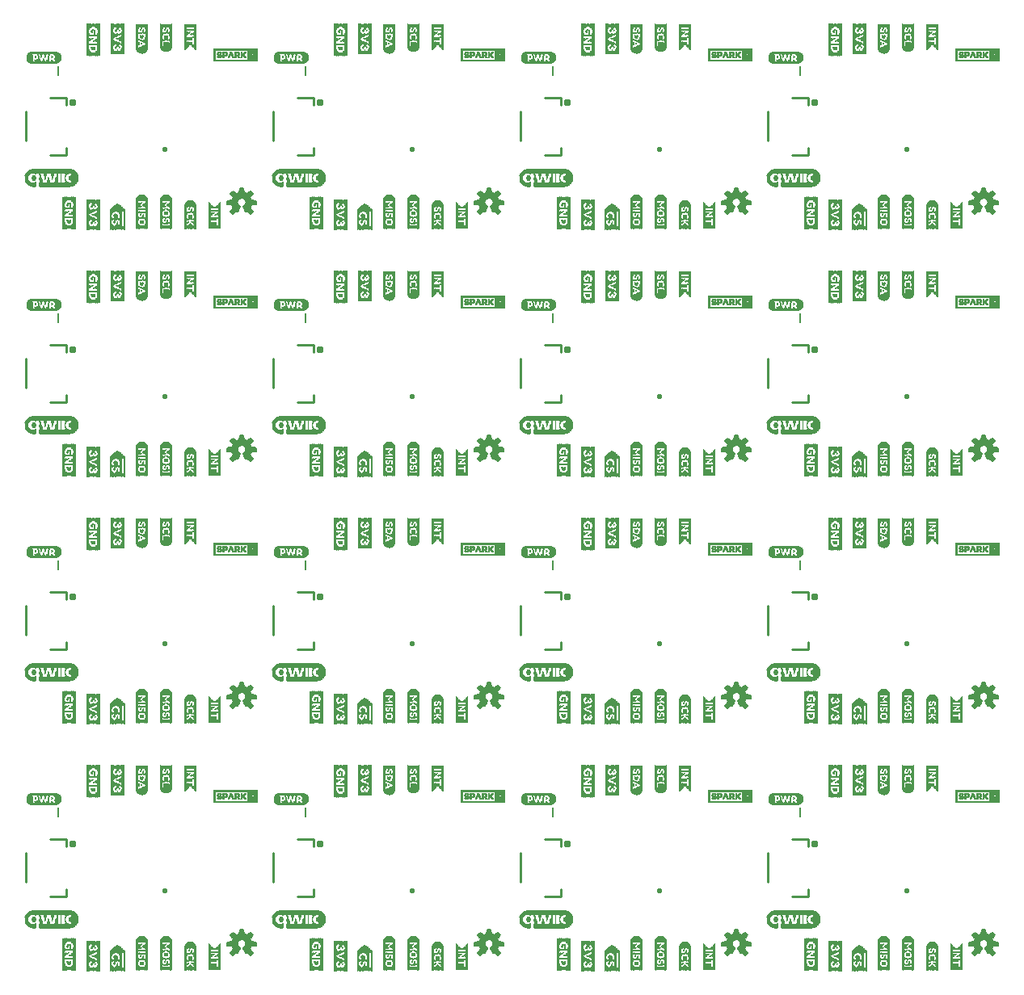
<source format=gto>
G75*
%MOIN*%
%OFA0B0*%
%FSLAX25Y25*%
%IPPOS*%
%LPD*%
%AMOC8*
5,1,8,0,0,1.08239X$1,22.5*
%
%ADD10C,0.01000*%
%ADD11C,0.01575*%
%ADD12C,0.00500*%
%ADD13C,0.00591*%
%ADD14C,0.00039*%
%ADD15R,0.15906X0.00079*%
%ADD16R,0.16772X0.00079*%
%ADD17R,0.17244X0.00079*%
%ADD18R,0.17717X0.00079*%
%ADD19R,0.18031X0.00079*%
%ADD20R,0.18346X0.00079*%
%ADD21R,0.18661X0.00079*%
%ADD22R,0.18898X0.00079*%
%ADD23R,0.19134X0.00079*%
%ADD24R,0.19370X0.00079*%
%ADD25R,0.19528X0.00079*%
%ADD26R,0.19764X0.00079*%
%ADD27R,0.19921X0.00079*%
%ADD28R,0.20079X0.00079*%
%ADD29R,0.20236X0.00079*%
%ADD30R,0.20394X0.00079*%
%ADD31R,0.20551X0.00079*%
%ADD32R,0.20630X0.00079*%
%ADD33R,0.20709X0.00079*%
%ADD34R,0.20866X0.00079*%
%ADD35R,0.02362X0.00079*%
%ADD36R,0.00787X0.00079*%
%ADD37R,0.00197X0.00079*%
%ADD38R,0.01654X0.00079*%
%ADD39R,0.00157X0.00079*%
%ADD40R,0.00315X0.00079*%
%ADD41R,0.01890X0.00079*%
%ADD42R,0.02205X0.00079*%
%ADD43R,0.00630X0.00079*%
%ADD44R,0.00276X0.00079*%
%ADD45R,0.00236X0.00079*%
%ADD46R,0.01575X0.00079*%
%ADD47R,0.02283X0.00079*%
%ADD48R,0.02047X0.00079*%
%ADD49R,0.00472X0.00079*%
%ADD50R,0.01496X0.00079*%
%ADD51R,0.01417X0.00079*%
%ADD52R,0.01969X0.00079*%
%ADD53R,0.01260X0.00079*%
%ADD54R,0.00354X0.00079*%
%ADD55R,0.01102X0.00079*%
%ADD56R,0.02441X0.00079*%
%ADD57R,0.01890X0.00039*%
%ADD58R,0.00157X0.00039*%
%ADD59R,0.00354X0.00039*%
%ADD60R,0.01496X0.00039*%
%ADD61R,0.01417X0.00039*%
%ADD62R,0.00315X0.00039*%
%ADD63R,0.01024X0.00039*%
%ADD64R,0.02441X0.00039*%
%ADD65R,0.01811X0.00079*%
%ADD66R,0.00079X0.00079*%
%ADD67R,0.00433X0.00079*%
%ADD68R,0.01339X0.00079*%
%ADD69R,0.00945X0.00079*%
%ADD70R,0.02520X0.00079*%
%ADD71R,0.00394X0.00079*%
%ADD72R,0.00866X0.00079*%
%ADD73R,0.01732X0.00079*%
%ADD74R,0.02598X0.00079*%
%ADD75R,0.00512X0.00079*%
%ADD76R,0.01181X0.00079*%
%ADD77R,0.00709X0.00079*%
%ADD78R,0.02677X0.00079*%
%ADD79R,0.00591X0.00079*%
%ADD80R,0.00551X0.00079*%
%ADD81R,0.01024X0.00079*%
%ADD82R,0.02717X0.00079*%
%ADD83R,0.03110X0.00079*%
%ADD84R,0.00669X0.00079*%
%ADD85R,0.03307X0.00079*%
%ADD86R,0.03386X0.00079*%
%ADD87R,0.03543X0.00079*%
%ADD88R,0.01457X0.00079*%
%ADD89R,0.00748X0.00079*%
%ADD90R,0.03622X0.00079*%
%ADD91R,0.01614X0.00079*%
%ADD92R,0.00827X0.00079*%
%ADD93R,0.03701X0.00079*%
%ADD94R,0.01693X0.00079*%
%ADD95R,0.03780X0.00079*%
%ADD96R,0.01772X0.00079*%
%ADD97R,0.00906X0.00079*%
%ADD98R,0.00984X0.00079*%
%ADD99R,0.01063X0.00079*%
%ADD100R,0.01142X0.00079*%
%ADD101R,0.01220X0.00079*%
%ADD102R,0.03465X0.00079*%
%ADD103R,0.01299X0.00079*%
%ADD104R,0.01378X0.00079*%
%ADD105R,0.03189X0.00079*%
%ADD106R,0.01732X0.00039*%
%ADD107R,0.01535X0.00039*%
%ADD108R,0.01220X0.00039*%
%ADD109R,0.01457X0.00039*%
%ADD110R,0.00787X0.00039*%
%ADD111R,0.02520X0.00039*%
%ADD112R,0.01535X0.00079*%
%ADD113R,0.12677X0.00079*%
%ADD114R,0.03976X0.00079*%
%ADD115R,0.15394X0.00079*%
%ADD116R,0.03898X0.00079*%
%ADD117R,0.15315X0.00079*%
%ADD118R,0.15236X0.00079*%
%ADD119R,0.03819X0.00079*%
%ADD120R,0.15157X0.00079*%
%ADD121R,0.03740X0.00079*%
%ADD122R,0.15079X0.00079*%
%ADD123R,0.03661X0.00079*%
%ADD124R,0.15000X0.00079*%
%ADD125R,0.03583X0.00079*%
%ADD126R,0.03504X0.00079*%
%ADD127R,0.14843X0.00079*%
%ADD128R,0.03346X0.00079*%
%ADD129R,0.14764X0.00079*%
%ADD130R,0.03268X0.00079*%
%ADD131R,0.14685X0.00079*%
%ADD132R,0.14528X0.00079*%
%ADD133R,0.03031X0.00079*%
%ADD134R,0.14449X0.00079*%
%ADD135R,0.02953X0.00079*%
%ADD136R,0.14291X0.00079*%
%ADD137R,0.02795X0.00079*%
%ADD138R,0.14213X0.00079*%
%ADD139R,0.02638X0.00079*%
%ADD140R,0.14055X0.00079*%
%ADD141R,0.02402X0.00079*%
%ADD142R,0.13819X0.00079*%
%ADD143R,0.02244X0.00079*%
%ADD144R,0.13583X0.00079*%
%ADD145R,0.01929X0.00079*%
%ADD146R,0.13268X0.00079*%
%ADD147R,0.12874X0.00079*%
%ADD148R,0.00157X0.13386*%
%ADD149R,0.00118X0.13386*%
%ADD150R,0.00118X0.02913*%
%ADD151R,0.00118X0.09646*%
%ADD152R,0.00157X0.02638*%
%ADD153R,0.00157X0.01102*%
%ADD154R,0.00157X0.01654*%
%ADD155R,0.00157X0.00551*%
%ADD156R,0.00118X0.02362*%
%ADD157R,0.00118X0.00709*%
%ADD158R,0.00118X0.01378*%
%ADD159R,0.00118X0.00433*%
%ADD160R,0.00157X0.02205*%
%ADD161R,0.00157X0.01220*%
%ADD162R,0.00157X0.00433*%
%ADD163R,0.00118X0.01929*%
%ADD164R,0.00118X0.00551*%
%ADD165R,0.00118X0.01220*%
%ADD166R,0.00118X0.02087*%
%ADD167R,0.00157X0.01929*%
%ADD168R,0.00118X0.01811*%
%ADD169R,0.00118X0.00945*%
%ADD170R,0.00157X0.00945*%
%ADD171R,0.00157X0.00709*%
%ADD172R,0.00157X0.00827*%
%ADD173R,0.00118X0.01654*%
%ADD174R,0.00118X0.02480*%
%ADD175R,0.00118X0.00827*%
%ADD176R,0.00118X0.00984*%
%ADD177R,0.00157X0.00669*%
%ADD178R,0.00157X0.01535*%
%ADD179R,0.00118X0.01535*%
%ADD180R,0.00118X0.02638*%
%ADD181R,0.00118X0.01260*%
%ADD182R,0.00157X0.00394*%
%ADD183R,0.00157X0.01378*%
%ADD184R,0.00118X0.00394*%
%ADD185R,0.00157X0.00157*%
%ADD186R,0.00157X0.00276*%
%ADD187R,0.00118X0.00276*%
%ADD188R,0.00118X0.00118*%
%ADD189R,0.00157X0.01260*%
%ADD190R,0.00118X0.01102*%
%ADD191R,0.00157X0.00984*%
%ADD192R,0.00157X0.01811*%
%ADD193R,0.00157X0.02087*%
%ADD194R,0.00118X0.02205*%
%ADD195R,0.00157X0.02480*%
%ADD196R,0.00157X0.01496*%
%ADD197R,0.00118X0.02756*%
%ADD198R,0.00118X0.00669*%
%ADD199R,0.00157X0.12520*%
%ADD200R,0.00118X0.12520*%
%ADD201R,0.00118X0.06220*%
%ADD202R,0.00157X0.02047*%
%ADD203R,0.00118X0.02047*%
%ADD204R,0.00157X0.01772*%
%ADD205R,0.00118X0.01496*%
%ADD206R,0.00118X0.01772*%
%ADD207R,0.00118X0.03031*%
%ADD208R,0.00118X0.00157*%
%ADD209R,0.00118X0.10394*%
%ADD210R,0.00118X0.10748*%
%ADD211R,0.00079X0.10984*%
%ADD212R,0.00157X0.11220*%
%ADD213R,0.00118X0.11339*%
%ADD214R,0.00118X0.11457*%
%ADD215R,0.00079X0.11575*%
%ADD216R,0.00118X0.02126*%
%ADD217R,0.00118X0.08976*%
%ADD218R,0.00157X0.01890*%
%ADD219R,0.00157X0.02362*%
%ADD220R,0.00157X0.03425*%
%ADD221R,0.00118X0.00591*%
%ADD222R,0.00118X0.02008*%
%ADD223R,0.00118X0.03307*%
%ADD224R,0.00118X0.00472*%
%ADD225R,0.00118X0.03425*%
%ADD226R,0.00157X0.01417*%
%ADD227R,0.00157X0.00472*%
%ADD228R,0.00157X0.01299*%
%ADD229R,0.00118X0.01417*%
%ADD230R,0.00118X0.01181*%
%ADD231R,0.00157X0.01063*%
%ADD232R,0.00157X0.03307*%
%ADD233R,0.00118X0.03189*%
%ADD234R,0.00118X0.01299*%
%ADD235R,0.00118X0.00236*%
%ADD236R,0.00157X0.00591*%
%ADD237R,0.00157X0.00236*%
%ADD238R,0.00157X0.03071*%
%ADD239R,0.00118X0.00354*%
%ADD240R,0.00118X0.03071*%
%ADD241R,0.00118X0.02953*%
%ADD242R,0.00157X0.02835*%
%ADD243R,0.00157X0.00354*%
%ADD244R,0.00157X0.01181*%
%ADD245R,0.00118X0.01063*%
%ADD246R,0.00118X0.02835*%
%ADD247R,0.00118X0.02598*%
%ADD248R,0.00118X0.02244*%
%ADD249R,0.00157X0.02126*%
%ADD250R,0.00118X0.11575*%
%ADD251R,0.00118X0.11220*%
%ADD252R,0.00118X0.10984*%
%ADD253R,0.00118X0.09685*%
%ADD254R,0.00118X0.10039*%
%ADD255R,0.00079X0.10276*%
%ADD256R,0.00157X0.10512*%
%ADD257R,0.00118X0.10630*%
%ADD258R,0.00079X0.10866*%
%ADD259R,0.00118X0.05315*%
%ADD260R,0.00157X0.03661*%
%ADD261R,0.00118X0.03661*%
%ADD262R,0.00157X0.03780*%
%ADD263R,0.00118X0.03780*%
%ADD264R,0.00118X0.03898*%
%ADD265R,0.00157X0.02008*%
%ADD266R,0.00157X0.03898*%
%ADD267R,0.00157X0.02717*%
%ADD268R,0.00118X0.01890*%
%ADD269R,0.00118X0.10866*%
%ADD270R,0.00118X0.10512*%
%ADD271R,0.00118X0.10276*%
%ADD272R,0.10748X0.00118*%
%ADD273R,0.11457X0.00118*%
%ADD274R,0.11929X0.00079*%
%ADD275R,0.12402X0.00157*%
%ADD276R,0.12638X0.00118*%
%ADD277R,0.12874X0.00118*%
%ADD278R,0.13110X0.00079*%
%ADD279R,0.04961X0.00118*%
%ADD280R,0.03071X0.00118*%
%ADD281R,0.05079X0.00118*%
%ADD282R,0.02244X0.00157*%
%ADD283R,0.00945X0.00157*%
%ADD284R,0.01181X0.00157*%
%ADD285R,0.00472X0.00157*%
%ADD286R,0.02835X0.00157*%
%ADD287R,0.02244X0.00118*%
%ADD288R,0.00591X0.00118*%
%ADD289R,0.00945X0.00118*%
%ADD290R,0.00354X0.00118*%
%ADD291R,0.02598X0.00118*%
%ADD292R,0.02362X0.00118*%
%ADD293R,0.00472X0.00118*%
%ADD294R,0.00827X0.00118*%
%ADD295R,0.02480X0.00118*%
%ADD296R,0.02480X0.00157*%
%ADD297R,0.00236X0.00157*%
%ADD298R,0.00709X0.00157*%
%ADD299R,0.00354X0.00157*%
%ADD300R,0.00709X0.00118*%
%ADD301R,0.00236X0.00118*%
%ADD302R,0.02598X0.00157*%
%ADD303R,0.00591X0.00157*%
%ADD304R,0.02717X0.00118*%
%ADD305R,0.02835X0.00118*%
%ADD306R,0.00827X0.00157*%
%ADD307R,0.01299X0.00118*%
%ADD308R,0.01654X0.00118*%
%ADD309R,0.01063X0.00118*%
%ADD310R,0.01063X0.00157*%
%ADD311R,0.01181X0.00118*%
%ADD312R,0.02126X0.00118*%
%ADD313R,0.02126X0.00157*%
%ADD314R,0.01417X0.00118*%
%ADD315R,0.13110X0.00118*%
%ADD316R,0.12402X0.00118*%
%ADD317R,0.11929X0.00118*%
%ADD318R,0.02756X0.00394*%
%ADD319R,0.04331X0.00394*%
%ADD320R,0.05118X0.00394*%
%ADD321R,0.05512X0.00394*%
%ADD322R,0.06299X0.00394*%
%ADD323R,0.07087X0.00394*%
%ADD324R,0.09449X0.00394*%
%ADD325R,0.10630X0.00394*%
%ADD326R,0.11417X0.00394*%
%ADD327R,0.10236X0.00394*%
%ADD328R,0.01181X0.00394*%
%ADD329R,0.01575X0.00394*%
%ADD330R,0.00787X0.00394*%
%ADD331R,0.00394X0.00394*%
%ADD332C,0.02236*%
%ADD333R,0.00157X0.07874*%
%ADD334R,0.00157X0.08031*%
%ADD335R,0.00157X0.08346*%
%ADD336R,0.00157X0.08504*%
%ADD337R,0.00157X0.01732*%
%ADD338R,0.00157X0.01575*%
%ADD339R,0.00157X0.09606*%
%ADD340R,0.00157X0.09764*%
%ADD341R,0.00157X0.09921*%
%ADD342R,0.00157X0.10079*%
%ADD343R,0.00157X0.04094*%
%ADD344R,0.00157X0.03622*%
%ADD345R,0.00157X0.03465*%
%ADD346R,0.00157X0.00315*%
%ADD347R,0.00157X0.00787*%
%ADD348R,0.00157X0.00630*%
%ADD349R,0.00157X0.03150*%
%ADD350R,0.00157X0.02520*%
%ADD351R,0.00157X0.02677*%
%ADD352R,0.00157X0.02992*%
%ADD353R,0.00157X0.08661*%
%ADD354R,0.00118X0.12283*%
%ADD355R,0.00118X0.12638*%
%ADD356R,0.00079X0.12874*%
%ADD357R,0.00157X0.13110*%
%ADD358R,0.00118X0.13228*%
%ADD359R,0.00118X0.13346*%
%ADD360R,0.00079X0.13465*%
%ADD361R,0.00118X0.06969*%
%ADD362R,0.00157X0.02244*%
%ADD363R,0.00157X0.00118*%
%ADD364R,0.00118X0.13465*%
%ADD365R,0.00118X0.13110*%
%ADD366R,0.00118X0.12874*%
%ADD367R,0.00118X0.07559*%
%ADD368R,0.00118X0.09921*%
%ADD369R,0.00079X0.10512*%
%ADD370R,0.00157X0.10748*%
%ADD371R,0.00079X0.11102*%
%ADD372R,0.00157X0.02598*%
%ADD373R,0.00118X0.02717*%
%ADD374R,0.00118X0.11102*%
%ADD375R,0.00157X0.10394*%
%ADD376R,0.00118X0.10157*%
%ADD377R,0.00079X0.10039*%
D10*
X0040876Y0066939D02*
X0047372Y0066939D01*
X0047372Y0069892D01*
X0030640Y0072844D02*
X0030640Y0084656D01*
X0040876Y0090561D02*
X0047372Y0090561D01*
X0047372Y0087608D01*
X0047372Y0168939D02*
X0040876Y0168939D01*
X0047372Y0168939D02*
X0047372Y0171892D01*
X0030640Y0174844D02*
X0030640Y0186656D01*
X0040876Y0192561D02*
X0047372Y0192561D01*
X0047372Y0189608D01*
X0047372Y0270939D02*
X0040876Y0270939D01*
X0047372Y0270939D02*
X0047372Y0273892D01*
X0030640Y0276844D02*
X0030640Y0288656D01*
X0040876Y0294561D02*
X0047372Y0294561D01*
X0047372Y0291608D01*
X0132640Y0288656D02*
X0132640Y0276844D01*
X0142876Y0270939D02*
X0149372Y0270939D01*
X0149372Y0273892D01*
X0149372Y0291608D02*
X0149372Y0294561D01*
X0142876Y0294561D01*
X0142876Y0372939D02*
X0149372Y0372939D01*
X0149372Y0375892D01*
X0132640Y0378844D02*
X0132640Y0390656D01*
X0142876Y0396561D02*
X0149372Y0396561D01*
X0149372Y0393608D01*
X0234640Y0390656D02*
X0234640Y0378844D01*
X0244876Y0372939D02*
X0251372Y0372939D01*
X0251372Y0375892D01*
X0251372Y0393608D02*
X0251372Y0396561D01*
X0244876Y0396561D01*
X0336640Y0390656D02*
X0336640Y0378844D01*
X0346876Y0372939D02*
X0353372Y0372939D01*
X0353372Y0375892D01*
X0353372Y0393608D02*
X0353372Y0396561D01*
X0346876Y0396561D01*
X0346876Y0294561D02*
X0353372Y0294561D01*
X0353372Y0291608D01*
X0336640Y0288656D02*
X0336640Y0276844D01*
X0346876Y0270939D02*
X0353372Y0270939D01*
X0353372Y0273892D01*
X0353372Y0192561D02*
X0346876Y0192561D01*
X0353372Y0192561D02*
X0353372Y0189608D01*
X0336640Y0186656D02*
X0336640Y0174844D01*
X0346876Y0168939D02*
X0353372Y0168939D01*
X0353372Y0171892D01*
X0353372Y0090561D02*
X0346876Y0090561D01*
X0353372Y0090561D02*
X0353372Y0087608D01*
X0336640Y0084656D02*
X0336640Y0072844D01*
X0346876Y0066939D02*
X0353372Y0066939D01*
X0353372Y0069892D01*
X0251372Y0069892D02*
X0251372Y0066939D01*
X0244876Y0066939D01*
X0234640Y0072844D02*
X0234640Y0084656D01*
X0244876Y0090561D02*
X0251372Y0090561D01*
X0251372Y0087608D01*
X0251372Y0168939D02*
X0244876Y0168939D01*
X0251372Y0168939D02*
X0251372Y0171892D01*
X0234640Y0174844D02*
X0234640Y0186656D01*
X0244876Y0192561D02*
X0251372Y0192561D01*
X0251372Y0189608D01*
X0251372Y0270939D02*
X0244876Y0270939D01*
X0251372Y0270939D02*
X0251372Y0273892D01*
X0234640Y0276844D02*
X0234640Y0288656D01*
X0244876Y0294561D02*
X0251372Y0294561D01*
X0251372Y0291608D01*
X0149372Y0192561D02*
X0149372Y0189608D01*
X0149372Y0192561D02*
X0142876Y0192561D01*
X0132640Y0186656D02*
X0132640Y0174844D01*
X0142876Y0168939D02*
X0149372Y0168939D01*
X0149372Y0171892D01*
X0149372Y0090561D02*
X0142876Y0090561D01*
X0149372Y0090561D02*
X0149372Y0087608D01*
X0132640Y0084656D02*
X0132640Y0072844D01*
X0142876Y0066939D02*
X0149372Y0066939D01*
X0149372Y0069892D01*
X0047372Y0372939D02*
X0040876Y0372939D01*
X0047372Y0372939D02*
X0047372Y0375892D01*
X0030640Y0378844D02*
X0030640Y0390656D01*
X0040876Y0396561D02*
X0047372Y0396561D01*
X0047372Y0393608D01*
D11*
X0049374Y0394593D02*
X0049376Y0394640D01*
X0049382Y0394686D01*
X0049391Y0394732D01*
X0049405Y0394776D01*
X0049422Y0394820D01*
X0049443Y0394861D01*
X0049467Y0394901D01*
X0049494Y0394939D01*
X0049525Y0394974D01*
X0049558Y0395007D01*
X0049594Y0395037D01*
X0049633Y0395063D01*
X0049673Y0395087D01*
X0049715Y0395106D01*
X0049759Y0395123D01*
X0049804Y0395135D01*
X0049850Y0395144D01*
X0049896Y0395149D01*
X0049943Y0395150D01*
X0049989Y0395147D01*
X0050035Y0395140D01*
X0050081Y0395129D01*
X0050125Y0395115D01*
X0050168Y0395097D01*
X0050209Y0395075D01*
X0050249Y0395050D01*
X0050286Y0395022D01*
X0050321Y0394991D01*
X0050353Y0394957D01*
X0050382Y0394920D01*
X0050407Y0394882D01*
X0050430Y0394841D01*
X0050449Y0394798D01*
X0050464Y0394754D01*
X0050476Y0394709D01*
X0050484Y0394663D01*
X0050488Y0394616D01*
X0050488Y0394570D01*
X0050484Y0394523D01*
X0050476Y0394477D01*
X0050464Y0394432D01*
X0050449Y0394388D01*
X0050430Y0394345D01*
X0050407Y0394304D01*
X0050382Y0394266D01*
X0050353Y0394229D01*
X0050321Y0394195D01*
X0050286Y0394164D01*
X0050249Y0394136D01*
X0050210Y0394111D01*
X0050168Y0394089D01*
X0050125Y0394071D01*
X0050081Y0394057D01*
X0050035Y0394046D01*
X0049989Y0394039D01*
X0049943Y0394036D01*
X0049896Y0394037D01*
X0049850Y0394042D01*
X0049804Y0394051D01*
X0049759Y0394063D01*
X0049715Y0394080D01*
X0049673Y0394099D01*
X0049633Y0394123D01*
X0049594Y0394149D01*
X0049558Y0394179D01*
X0049525Y0394212D01*
X0049494Y0394247D01*
X0049467Y0394285D01*
X0049443Y0394325D01*
X0049422Y0394366D01*
X0049405Y0394410D01*
X0049391Y0394454D01*
X0049382Y0394500D01*
X0049376Y0394546D01*
X0049374Y0394593D01*
X0151374Y0394593D02*
X0151376Y0394640D01*
X0151382Y0394686D01*
X0151391Y0394732D01*
X0151405Y0394776D01*
X0151422Y0394820D01*
X0151443Y0394861D01*
X0151467Y0394901D01*
X0151494Y0394939D01*
X0151525Y0394974D01*
X0151558Y0395007D01*
X0151594Y0395037D01*
X0151633Y0395063D01*
X0151673Y0395087D01*
X0151715Y0395106D01*
X0151759Y0395123D01*
X0151804Y0395135D01*
X0151850Y0395144D01*
X0151896Y0395149D01*
X0151943Y0395150D01*
X0151989Y0395147D01*
X0152035Y0395140D01*
X0152081Y0395129D01*
X0152125Y0395115D01*
X0152168Y0395097D01*
X0152209Y0395075D01*
X0152249Y0395050D01*
X0152286Y0395022D01*
X0152321Y0394991D01*
X0152353Y0394957D01*
X0152382Y0394920D01*
X0152407Y0394882D01*
X0152430Y0394841D01*
X0152449Y0394798D01*
X0152464Y0394754D01*
X0152476Y0394709D01*
X0152484Y0394663D01*
X0152488Y0394616D01*
X0152488Y0394570D01*
X0152484Y0394523D01*
X0152476Y0394477D01*
X0152464Y0394432D01*
X0152449Y0394388D01*
X0152430Y0394345D01*
X0152407Y0394304D01*
X0152382Y0394266D01*
X0152353Y0394229D01*
X0152321Y0394195D01*
X0152286Y0394164D01*
X0152249Y0394136D01*
X0152210Y0394111D01*
X0152168Y0394089D01*
X0152125Y0394071D01*
X0152081Y0394057D01*
X0152035Y0394046D01*
X0151989Y0394039D01*
X0151943Y0394036D01*
X0151896Y0394037D01*
X0151850Y0394042D01*
X0151804Y0394051D01*
X0151759Y0394063D01*
X0151715Y0394080D01*
X0151673Y0394099D01*
X0151633Y0394123D01*
X0151594Y0394149D01*
X0151558Y0394179D01*
X0151525Y0394212D01*
X0151494Y0394247D01*
X0151467Y0394285D01*
X0151443Y0394325D01*
X0151422Y0394366D01*
X0151405Y0394410D01*
X0151391Y0394454D01*
X0151382Y0394500D01*
X0151376Y0394546D01*
X0151374Y0394593D01*
X0253374Y0394593D02*
X0253376Y0394640D01*
X0253382Y0394686D01*
X0253391Y0394732D01*
X0253405Y0394776D01*
X0253422Y0394820D01*
X0253443Y0394861D01*
X0253467Y0394901D01*
X0253494Y0394939D01*
X0253525Y0394974D01*
X0253558Y0395007D01*
X0253594Y0395037D01*
X0253633Y0395063D01*
X0253673Y0395087D01*
X0253715Y0395106D01*
X0253759Y0395123D01*
X0253804Y0395135D01*
X0253850Y0395144D01*
X0253896Y0395149D01*
X0253943Y0395150D01*
X0253989Y0395147D01*
X0254035Y0395140D01*
X0254081Y0395129D01*
X0254125Y0395115D01*
X0254168Y0395097D01*
X0254209Y0395075D01*
X0254249Y0395050D01*
X0254286Y0395022D01*
X0254321Y0394991D01*
X0254353Y0394957D01*
X0254382Y0394920D01*
X0254407Y0394882D01*
X0254430Y0394841D01*
X0254449Y0394798D01*
X0254464Y0394754D01*
X0254476Y0394709D01*
X0254484Y0394663D01*
X0254488Y0394616D01*
X0254488Y0394570D01*
X0254484Y0394523D01*
X0254476Y0394477D01*
X0254464Y0394432D01*
X0254449Y0394388D01*
X0254430Y0394345D01*
X0254407Y0394304D01*
X0254382Y0394266D01*
X0254353Y0394229D01*
X0254321Y0394195D01*
X0254286Y0394164D01*
X0254249Y0394136D01*
X0254210Y0394111D01*
X0254168Y0394089D01*
X0254125Y0394071D01*
X0254081Y0394057D01*
X0254035Y0394046D01*
X0253989Y0394039D01*
X0253943Y0394036D01*
X0253896Y0394037D01*
X0253850Y0394042D01*
X0253804Y0394051D01*
X0253759Y0394063D01*
X0253715Y0394080D01*
X0253673Y0394099D01*
X0253633Y0394123D01*
X0253594Y0394149D01*
X0253558Y0394179D01*
X0253525Y0394212D01*
X0253494Y0394247D01*
X0253467Y0394285D01*
X0253443Y0394325D01*
X0253422Y0394366D01*
X0253405Y0394410D01*
X0253391Y0394454D01*
X0253382Y0394500D01*
X0253376Y0394546D01*
X0253374Y0394593D01*
X0355374Y0394593D02*
X0355376Y0394640D01*
X0355382Y0394686D01*
X0355391Y0394732D01*
X0355405Y0394776D01*
X0355422Y0394820D01*
X0355443Y0394861D01*
X0355467Y0394901D01*
X0355494Y0394939D01*
X0355525Y0394974D01*
X0355558Y0395007D01*
X0355594Y0395037D01*
X0355633Y0395063D01*
X0355673Y0395087D01*
X0355715Y0395106D01*
X0355759Y0395123D01*
X0355804Y0395135D01*
X0355850Y0395144D01*
X0355896Y0395149D01*
X0355943Y0395150D01*
X0355989Y0395147D01*
X0356035Y0395140D01*
X0356081Y0395129D01*
X0356125Y0395115D01*
X0356168Y0395097D01*
X0356209Y0395075D01*
X0356249Y0395050D01*
X0356286Y0395022D01*
X0356321Y0394991D01*
X0356353Y0394957D01*
X0356382Y0394920D01*
X0356407Y0394882D01*
X0356430Y0394841D01*
X0356449Y0394798D01*
X0356464Y0394754D01*
X0356476Y0394709D01*
X0356484Y0394663D01*
X0356488Y0394616D01*
X0356488Y0394570D01*
X0356484Y0394523D01*
X0356476Y0394477D01*
X0356464Y0394432D01*
X0356449Y0394388D01*
X0356430Y0394345D01*
X0356407Y0394304D01*
X0356382Y0394266D01*
X0356353Y0394229D01*
X0356321Y0394195D01*
X0356286Y0394164D01*
X0356249Y0394136D01*
X0356210Y0394111D01*
X0356168Y0394089D01*
X0356125Y0394071D01*
X0356081Y0394057D01*
X0356035Y0394046D01*
X0355989Y0394039D01*
X0355943Y0394036D01*
X0355896Y0394037D01*
X0355850Y0394042D01*
X0355804Y0394051D01*
X0355759Y0394063D01*
X0355715Y0394080D01*
X0355673Y0394099D01*
X0355633Y0394123D01*
X0355594Y0394149D01*
X0355558Y0394179D01*
X0355525Y0394212D01*
X0355494Y0394247D01*
X0355467Y0394285D01*
X0355443Y0394325D01*
X0355422Y0394366D01*
X0355405Y0394410D01*
X0355391Y0394454D01*
X0355382Y0394500D01*
X0355376Y0394546D01*
X0355374Y0394593D01*
X0355374Y0292593D02*
X0355376Y0292640D01*
X0355382Y0292686D01*
X0355391Y0292732D01*
X0355405Y0292776D01*
X0355422Y0292820D01*
X0355443Y0292861D01*
X0355467Y0292901D01*
X0355494Y0292939D01*
X0355525Y0292974D01*
X0355558Y0293007D01*
X0355594Y0293037D01*
X0355633Y0293063D01*
X0355673Y0293087D01*
X0355715Y0293106D01*
X0355759Y0293123D01*
X0355804Y0293135D01*
X0355850Y0293144D01*
X0355896Y0293149D01*
X0355943Y0293150D01*
X0355989Y0293147D01*
X0356035Y0293140D01*
X0356081Y0293129D01*
X0356125Y0293115D01*
X0356168Y0293097D01*
X0356209Y0293075D01*
X0356249Y0293050D01*
X0356286Y0293022D01*
X0356321Y0292991D01*
X0356353Y0292957D01*
X0356382Y0292920D01*
X0356407Y0292882D01*
X0356430Y0292841D01*
X0356449Y0292798D01*
X0356464Y0292754D01*
X0356476Y0292709D01*
X0356484Y0292663D01*
X0356488Y0292616D01*
X0356488Y0292570D01*
X0356484Y0292523D01*
X0356476Y0292477D01*
X0356464Y0292432D01*
X0356449Y0292388D01*
X0356430Y0292345D01*
X0356407Y0292304D01*
X0356382Y0292266D01*
X0356353Y0292229D01*
X0356321Y0292195D01*
X0356286Y0292164D01*
X0356249Y0292136D01*
X0356210Y0292111D01*
X0356168Y0292089D01*
X0356125Y0292071D01*
X0356081Y0292057D01*
X0356035Y0292046D01*
X0355989Y0292039D01*
X0355943Y0292036D01*
X0355896Y0292037D01*
X0355850Y0292042D01*
X0355804Y0292051D01*
X0355759Y0292063D01*
X0355715Y0292080D01*
X0355673Y0292099D01*
X0355633Y0292123D01*
X0355594Y0292149D01*
X0355558Y0292179D01*
X0355525Y0292212D01*
X0355494Y0292247D01*
X0355467Y0292285D01*
X0355443Y0292325D01*
X0355422Y0292366D01*
X0355405Y0292410D01*
X0355391Y0292454D01*
X0355382Y0292500D01*
X0355376Y0292546D01*
X0355374Y0292593D01*
X0253374Y0292593D02*
X0253376Y0292640D01*
X0253382Y0292686D01*
X0253391Y0292732D01*
X0253405Y0292776D01*
X0253422Y0292820D01*
X0253443Y0292861D01*
X0253467Y0292901D01*
X0253494Y0292939D01*
X0253525Y0292974D01*
X0253558Y0293007D01*
X0253594Y0293037D01*
X0253633Y0293063D01*
X0253673Y0293087D01*
X0253715Y0293106D01*
X0253759Y0293123D01*
X0253804Y0293135D01*
X0253850Y0293144D01*
X0253896Y0293149D01*
X0253943Y0293150D01*
X0253989Y0293147D01*
X0254035Y0293140D01*
X0254081Y0293129D01*
X0254125Y0293115D01*
X0254168Y0293097D01*
X0254209Y0293075D01*
X0254249Y0293050D01*
X0254286Y0293022D01*
X0254321Y0292991D01*
X0254353Y0292957D01*
X0254382Y0292920D01*
X0254407Y0292882D01*
X0254430Y0292841D01*
X0254449Y0292798D01*
X0254464Y0292754D01*
X0254476Y0292709D01*
X0254484Y0292663D01*
X0254488Y0292616D01*
X0254488Y0292570D01*
X0254484Y0292523D01*
X0254476Y0292477D01*
X0254464Y0292432D01*
X0254449Y0292388D01*
X0254430Y0292345D01*
X0254407Y0292304D01*
X0254382Y0292266D01*
X0254353Y0292229D01*
X0254321Y0292195D01*
X0254286Y0292164D01*
X0254249Y0292136D01*
X0254210Y0292111D01*
X0254168Y0292089D01*
X0254125Y0292071D01*
X0254081Y0292057D01*
X0254035Y0292046D01*
X0253989Y0292039D01*
X0253943Y0292036D01*
X0253896Y0292037D01*
X0253850Y0292042D01*
X0253804Y0292051D01*
X0253759Y0292063D01*
X0253715Y0292080D01*
X0253673Y0292099D01*
X0253633Y0292123D01*
X0253594Y0292149D01*
X0253558Y0292179D01*
X0253525Y0292212D01*
X0253494Y0292247D01*
X0253467Y0292285D01*
X0253443Y0292325D01*
X0253422Y0292366D01*
X0253405Y0292410D01*
X0253391Y0292454D01*
X0253382Y0292500D01*
X0253376Y0292546D01*
X0253374Y0292593D01*
X0151374Y0292593D02*
X0151376Y0292640D01*
X0151382Y0292686D01*
X0151391Y0292732D01*
X0151405Y0292776D01*
X0151422Y0292820D01*
X0151443Y0292861D01*
X0151467Y0292901D01*
X0151494Y0292939D01*
X0151525Y0292974D01*
X0151558Y0293007D01*
X0151594Y0293037D01*
X0151633Y0293063D01*
X0151673Y0293087D01*
X0151715Y0293106D01*
X0151759Y0293123D01*
X0151804Y0293135D01*
X0151850Y0293144D01*
X0151896Y0293149D01*
X0151943Y0293150D01*
X0151989Y0293147D01*
X0152035Y0293140D01*
X0152081Y0293129D01*
X0152125Y0293115D01*
X0152168Y0293097D01*
X0152209Y0293075D01*
X0152249Y0293050D01*
X0152286Y0293022D01*
X0152321Y0292991D01*
X0152353Y0292957D01*
X0152382Y0292920D01*
X0152407Y0292882D01*
X0152430Y0292841D01*
X0152449Y0292798D01*
X0152464Y0292754D01*
X0152476Y0292709D01*
X0152484Y0292663D01*
X0152488Y0292616D01*
X0152488Y0292570D01*
X0152484Y0292523D01*
X0152476Y0292477D01*
X0152464Y0292432D01*
X0152449Y0292388D01*
X0152430Y0292345D01*
X0152407Y0292304D01*
X0152382Y0292266D01*
X0152353Y0292229D01*
X0152321Y0292195D01*
X0152286Y0292164D01*
X0152249Y0292136D01*
X0152210Y0292111D01*
X0152168Y0292089D01*
X0152125Y0292071D01*
X0152081Y0292057D01*
X0152035Y0292046D01*
X0151989Y0292039D01*
X0151943Y0292036D01*
X0151896Y0292037D01*
X0151850Y0292042D01*
X0151804Y0292051D01*
X0151759Y0292063D01*
X0151715Y0292080D01*
X0151673Y0292099D01*
X0151633Y0292123D01*
X0151594Y0292149D01*
X0151558Y0292179D01*
X0151525Y0292212D01*
X0151494Y0292247D01*
X0151467Y0292285D01*
X0151443Y0292325D01*
X0151422Y0292366D01*
X0151405Y0292410D01*
X0151391Y0292454D01*
X0151382Y0292500D01*
X0151376Y0292546D01*
X0151374Y0292593D01*
X0049374Y0292593D02*
X0049376Y0292640D01*
X0049382Y0292686D01*
X0049391Y0292732D01*
X0049405Y0292776D01*
X0049422Y0292820D01*
X0049443Y0292861D01*
X0049467Y0292901D01*
X0049494Y0292939D01*
X0049525Y0292974D01*
X0049558Y0293007D01*
X0049594Y0293037D01*
X0049633Y0293063D01*
X0049673Y0293087D01*
X0049715Y0293106D01*
X0049759Y0293123D01*
X0049804Y0293135D01*
X0049850Y0293144D01*
X0049896Y0293149D01*
X0049943Y0293150D01*
X0049989Y0293147D01*
X0050035Y0293140D01*
X0050081Y0293129D01*
X0050125Y0293115D01*
X0050168Y0293097D01*
X0050209Y0293075D01*
X0050249Y0293050D01*
X0050286Y0293022D01*
X0050321Y0292991D01*
X0050353Y0292957D01*
X0050382Y0292920D01*
X0050407Y0292882D01*
X0050430Y0292841D01*
X0050449Y0292798D01*
X0050464Y0292754D01*
X0050476Y0292709D01*
X0050484Y0292663D01*
X0050488Y0292616D01*
X0050488Y0292570D01*
X0050484Y0292523D01*
X0050476Y0292477D01*
X0050464Y0292432D01*
X0050449Y0292388D01*
X0050430Y0292345D01*
X0050407Y0292304D01*
X0050382Y0292266D01*
X0050353Y0292229D01*
X0050321Y0292195D01*
X0050286Y0292164D01*
X0050249Y0292136D01*
X0050210Y0292111D01*
X0050168Y0292089D01*
X0050125Y0292071D01*
X0050081Y0292057D01*
X0050035Y0292046D01*
X0049989Y0292039D01*
X0049943Y0292036D01*
X0049896Y0292037D01*
X0049850Y0292042D01*
X0049804Y0292051D01*
X0049759Y0292063D01*
X0049715Y0292080D01*
X0049673Y0292099D01*
X0049633Y0292123D01*
X0049594Y0292149D01*
X0049558Y0292179D01*
X0049525Y0292212D01*
X0049494Y0292247D01*
X0049467Y0292285D01*
X0049443Y0292325D01*
X0049422Y0292366D01*
X0049405Y0292410D01*
X0049391Y0292454D01*
X0049382Y0292500D01*
X0049376Y0292546D01*
X0049374Y0292593D01*
X0049374Y0190593D02*
X0049376Y0190640D01*
X0049382Y0190686D01*
X0049391Y0190732D01*
X0049405Y0190776D01*
X0049422Y0190820D01*
X0049443Y0190861D01*
X0049467Y0190901D01*
X0049494Y0190939D01*
X0049525Y0190974D01*
X0049558Y0191007D01*
X0049594Y0191037D01*
X0049633Y0191063D01*
X0049673Y0191087D01*
X0049715Y0191106D01*
X0049759Y0191123D01*
X0049804Y0191135D01*
X0049850Y0191144D01*
X0049896Y0191149D01*
X0049943Y0191150D01*
X0049989Y0191147D01*
X0050035Y0191140D01*
X0050081Y0191129D01*
X0050125Y0191115D01*
X0050168Y0191097D01*
X0050209Y0191075D01*
X0050249Y0191050D01*
X0050286Y0191022D01*
X0050321Y0190991D01*
X0050353Y0190957D01*
X0050382Y0190920D01*
X0050407Y0190882D01*
X0050430Y0190841D01*
X0050449Y0190798D01*
X0050464Y0190754D01*
X0050476Y0190709D01*
X0050484Y0190663D01*
X0050488Y0190616D01*
X0050488Y0190570D01*
X0050484Y0190523D01*
X0050476Y0190477D01*
X0050464Y0190432D01*
X0050449Y0190388D01*
X0050430Y0190345D01*
X0050407Y0190304D01*
X0050382Y0190266D01*
X0050353Y0190229D01*
X0050321Y0190195D01*
X0050286Y0190164D01*
X0050249Y0190136D01*
X0050210Y0190111D01*
X0050168Y0190089D01*
X0050125Y0190071D01*
X0050081Y0190057D01*
X0050035Y0190046D01*
X0049989Y0190039D01*
X0049943Y0190036D01*
X0049896Y0190037D01*
X0049850Y0190042D01*
X0049804Y0190051D01*
X0049759Y0190063D01*
X0049715Y0190080D01*
X0049673Y0190099D01*
X0049633Y0190123D01*
X0049594Y0190149D01*
X0049558Y0190179D01*
X0049525Y0190212D01*
X0049494Y0190247D01*
X0049467Y0190285D01*
X0049443Y0190325D01*
X0049422Y0190366D01*
X0049405Y0190410D01*
X0049391Y0190454D01*
X0049382Y0190500D01*
X0049376Y0190546D01*
X0049374Y0190593D01*
X0151374Y0190593D02*
X0151376Y0190640D01*
X0151382Y0190686D01*
X0151391Y0190732D01*
X0151405Y0190776D01*
X0151422Y0190820D01*
X0151443Y0190861D01*
X0151467Y0190901D01*
X0151494Y0190939D01*
X0151525Y0190974D01*
X0151558Y0191007D01*
X0151594Y0191037D01*
X0151633Y0191063D01*
X0151673Y0191087D01*
X0151715Y0191106D01*
X0151759Y0191123D01*
X0151804Y0191135D01*
X0151850Y0191144D01*
X0151896Y0191149D01*
X0151943Y0191150D01*
X0151989Y0191147D01*
X0152035Y0191140D01*
X0152081Y0191129D01*
X0152125Y0191115D01*
X0152168Y0191097D01*
X0152209Y0191075D01*
X0152249Y0191050D01*
X0152286Y0191022D01*
X0152321Y0190991D01*
X0152353Y0190957D01*
X0152382Y0190920D01*
X0152407Y0190882D01*
X0152430Y0190841D01*
X0152449Y0190798D01*
X0152464Y0190754D01*
X0152476Y0190709D01*
X0152484Y0190663D01*
X0152488Y0190616D01*
X0152488Y0190570D01*
X0152484Y0190523D01*
X0152476Y0190477D01*
X0152464Y0190432D01*
X0152449Y0190388D01*
X0152430Y0190345D01*
X0152407Y0190304D01*
X0152382Y0190266D01*
X0152353Y0190229D01*
X0152321Y0190195D01*
X0152286Y0190164D01*
X0152249Y0190136D01*
X0152210Y0190111D01*
X0152168Y0190089D01*
X0152125Y0190071D01*
X0152081Y0190057D01*
X0152035Y0190046D01*
X0151989Y0190039D01*
X0151943Y0190036D01*
X0151896Y0190037D01*
X0151850Y0190042D01*
X0151804Y0190051D01*
X0151759Y0190063D01*
X0151715Y0190080D01*
X0151673Y0190099D01*
X0151633Y0190123D01*
X0151594Y0190149D01*
X0151558Y0190179D01*
X0151525Y0190212D01*
X0151494Y0190247D01*
X0151467Y0190285D01*
X0151443Y0190325D01*
X0151422Y0190366D01*
X0151405Y0190410D01*
X0151391Y0190454D01*
X0151382Y0190500D01*
X0151376Y0190546D01*
X0151374Y0190593D01*
X0253374Y0190593D02*
X0253376Y0190640D01*
X0253382Y0190686D01*
X0253391Y0190732D01*
X0253405Y0190776D01*
X0253422Y0190820D01*
X0253443Y0190861D01*
X0253467Y0190901D01*
X0253494Y0190939D01*
X0253525Y0190974D01*
X0253558Y0191007D01*
X0253594Y0191037D01*
X0253633Y0191063D01*
X0253673Y0191087D01*
X0253715Y0191106D01*
X0253759Y0191123D01*
X0253804Y0191135D01*
X0253850Y0191144D01*
X0253896Y0191149D01*
X0253943Y0191150D01*
X0253989Y0191147D01*
X0254035Y0191140D01*
X0254081Y0191129D01*
X0254125Y0191115D01*
X0254168Y0191097D01*
X0254209Y0191075D01*
X0254249Y0191050D01*
X0254286Y0191022D01*
X0254321Y0190991D01*
X0254353Y0190957D01*
X0254382Y0190920D01*
X0254407Y0190882D01*
X0254430Y0190841D01*
X0254449Y0190798D01*
X0254464Y0190754D01*
X0254476Y0190709D01*
X0254484Y0190663D01*
X0254488Y0190616D01*
X0254488Y0190570D01*
X0254484Y0190523D01*
X0254476Y0190477D01*
X0254464Y0190432D01*
X0254449Y0190388D01*
X0254430Y0190345D01*
X0254407Y0190304D01*
X0254382Y0190266D01*
X0254353Y0190229D01*
X0254321Y0190195D01*
X0254286Y0190164D01*
X0254249Y0190136D01*
X0254210Y0190111D01*
X0254168Y0190089D01*
X0254125Y0190071D01*
X0254081Y0190057D01*
X0254035Y0190046D01*
X0253989Y0190039D01*
X0253943Y0190036D01*
X0253896Y0190037D01*
X0253850Y0190042D01*
X0253804Y0190051D01*
X0253759Y0190063D01*
X0253715Y0190080D01*
X0253673Y0190099D01*
X0253633Y0190123D01*
X0253594Y0190149D01*
X0253558Y0190179D01*
X0253525Y0190212D01*
X0253494Y0190247D01*
X0253467Y0190285D01*
X0253443Y0190325D01*
X0253422Y0190366D01*
X0253405Y0190410D01*
X0253391Y0190454D01*
X0253382Y0190500D01*
X0253376Y0190546D01*
X0253374Y0190593D01*
X0355374Y0190593D02*
X0355376Y0190640D01*
X0355382Y0190686D01*
X0355391Y0190732D01*
X0355405Y0190776D01*
X0355422Y0190820D01*
X0355443Y0190861D01*
X0355467Y0190901D01*
X0355494Y0190939D01*
X0355525Y0190974D01*
X0355558Y0191007D01*
X0355594Y0191037D01*
X0355633Y0191063D01*
X0355673Y0191087D01*
X0355715Y0191106D01*
X0355759Y0191123D01*
X0355804Y0191135D01*
X0355850Y0191144D01*
X0355896Y0191149D01*
X0355943Y0191150D01*
X0355989Y0191147D01*
X0356035Y0191140D01*
X0356081Y0191129D01*
X0356125Y0191115D01*
X0356168Y0191097D01*
X0356209Y0191075D01*
X0356249Y0191050D01*
X0356286Y0191022D01*
X0356321Y0190991D01*
X0356353Y0190957D01*
X0356382Y0190920D01*
X0356407Y0190882D01*
X0356430Y0190841D01*
X0356449Y0190798D01*
X0356464Y0190754D01*
X0356476Y0190709D01*
X0356484Y0190663D01*
X0356488Y0190616D01*
X0356488Y0190570D01*
X0356484Y0190523D01*
X0356476Y0190477D01*
X0356464Y0190432D01*
X0356449Y0190388D01*
X0356430Y0190345D01*
X0356407Y0190304D01*
X0356382Y0190266D01*
X0356353Y0190229D01*
X0356321Y0190195D01*
X0356286Y0190164D01*
X0356249Y0190136D01*
X0356210Y0190111D01*
X0356168Y0190089D01*
X0356125Y0190071D01*
X0356081Y0190057D01*
X0356035Y0190046D01*
X0355989Y0190039D01*
X0355943Y0190036D01*
X0355896Y0190037D01*
X0355850Y0190042D01*
X0355804Y0190051D01*
X0355759Y0190063D01*
X0355715Y0190080D01*
X0355673Y0190099D01*
X0355633Y0190123D01*
X0355594Y0190149D01*
X0355558Y0190179D01*
X0355525Y0190212D01*
X0355494Y0190247D01*
X0355467Y0190285D01*
X0355443Y0190325D01*
X0355422Y0190366D01*
X0355405Y0190410D01*
X0355391Y0190454D01*
X0355382Y0190500D01*
X0355376Y0190546D01*
X0355374Y0190593D01*
X0355374Y0088593D02*
X0355376Y0088640D01*
X0355382Y0088686D01*
X0355391Y0088732D01*
X0355405Y0088776D01*
X0355422Y0088820D01*
X0355443Y0088861D01*
X0355467Y0088901D01*
X0355494Y0088939D01*
X0355525Y0088974D01*
X0355558Y0089007D01*
X0355594Y0089037D01*
X0355633Y0089063D01*
X0355673Y0089087D01*
X0355715Y0089106D01*
X0355759Y0089123D01*
X0355804Y0089135D01*
X0355850Y0089144D01*
X0355896Y0089149D01*
X0355943Y0089150D01*
X0355989Y0089147D01*
X0356035Y0089140D01*
X0356081Y0089129D01*
X0356125Y0089115D01*
X0356168Y0089097D01*
X0356209Y0089075D01*
X0356249Y0089050D01*
X0356286Y0089022D01*
X0356321Y0088991D01*
X0356353Y0088957D01*
X0356382Y0088920D01*
X0356407Y0088882D01*
X0356430Y0088841D01*
X0356449Y0088798D01*
X0356464Y0088754D01*
X0356476Y0088709D01*
X0356484Y0088663D01*
X0356488Y0088616D01*
X0356488Y0088570D01*
X0356484Y0088523D01*
X0356476Y0088477D01*
X0356464Y0088432D01*
X0356449Y0088388D01*
X0356430Y0088345D01*
X0356407Y0088304D01*
X0356382Y0088266D01*
X0356353Y0088229D01*
X0356321Y0088195D01*
X0356286Y0088164D01*
X0356249Y0088136D01*
X0356210Y0088111D01*
X0356168Y0088089D01*
X0356125Y0088071D01*
X0356081Y0088057D01*
X0356035Y0088046D01*
X0355989Y0088039D01*
X0355943Y0088036D01*
X0355896Y0088037D01*
X0355850Y0088042D01*
X0355804Y0088051D01*
X0355759Y0088063D01*
X0355715Y0088080D01*
X0355673Y0088099D01*
X0355633Y0088123D01*
X0355594Y0088149D01*
X0355558Y0088179D01*
X0355525Y0088212D01*
X0355494Y0088247D01*
X0355467Y0088285D01*
X0355443Y0088325D01*
X0355422Y0088366D01*
X0355405Y0088410D01*
X0355391Y0088454D01*
X0355382Y0088500D01*
X0355376Y0088546D01*
X0355374Y0088593D01*
X0253374Y0088593D02*
X0253376Y0088640D01*
X0253382Y0088686D01*
X0253391Y0088732D01*
X0253405Y0088776D01*
X0253422Y0088820D01*
X0253443Y0088861D01*
X0253467Y0088901D01*
X0253494Y0088939D01*
X0253525Y0088974D01*
X0253558Y0089007D01*
X0253594Y0089037D01*
X0253633Y0089063D01*
X0253673Y0089087D01*
X0253715Y0089106D01*
X0253759Y0089123D01*
X0253804Y0089135D01*
X0253850Y0089144D01*
X0253896Y0089149D01*
X0253943Y0089150D01*
X0253989Y0089147D01*
X0254035Y0089140D01*
X0254081Y0089129D01*
X0254125Y0089115D01*
X0254168Y0089097D01*
X0254209Y0089075D01*
X0254249Y0089050D01*
X0254286Y0089022D01*
X0254321Y0088991D01*
X0254353Y0088957D01*
X0254382Y0088920D01*
X0254407Y0088882D01*
X0254430Y0088841D01*
X0254449Y0088798D01*
X0254464Y0088754D01*
X0254476Y0088709D01*
X0254484Y0088663D01*
X0254488Y0088616D01*
X0254488Y0088570D01*
X0254484Y0088523D01*
X0254476Y0088477D01*
X0254464Y0088432D01*
X0254449Y0088388D01*
X0254430Y0088345D01*
X0254407Y0088304D01*
X0254382Y0088266D01*
X0254353Y0088229D01*
X0254321Y0088195D01*
X0254286Y0088164D01*
X0254249Y0088136D01*
X0254210Y0088111D01*
X0254168Y0088089D01*
X0254125Y0088071D01*
X0254081Y0088057D01*
X0254035Y0088046D01*
X0253989Y0088039D01*
X0253943Y0088036D01*
X0253896Y0088037D01*
X0253850Y0088042D01*
X0253804Y0088051D01*
X0253759Y0088063D01*
X0253715Y0088080D01*
X0253673Y0088099D01*
X0253633Y0088123D01*
X0253594Y0088149D01*
X0253558Y0088179D01*
X0253525Y0088212D01*
X0253494Y0088247D01*
X0253467Y0088285D01*
X0253443Y0088325D01*
X0253422Y0088366D01*
X0253405Y0088410D01*
X0253391Y0088454D01*
X0253382Y0088500D01*
X0253376Y0088546D01*
X0253374Y0088593D01*
X0151374Y0088593D02*
X0151376Y0088640D01*
X0151382Y0088686D01*
X0151391Y0088732D01*
X0151405Y0088776D01*
X0151422Y0088820D01*
X0151443Y0088861D01*
X0151467Y0088901D01*
X0151494Y0088939D01*
X0151525Y0088974D01*
X0151558Y0089007D01*
X0151594Y0089037D01*
X0151633Y0089063D01*
X0151673Y0089087D01*
X0151715Y0089106D01*
X0151759Y0089123D01*
X0151804Y0089135D01*
X0151850Y0089144D01*
X0151896Y0089149D01*
X0151943Y0089150D01*
X0151989Y0089147D01*
X0152035Y0089140D01*
X0152081Y0089129D01*
X0152125Y0089115D01*
X0152168Y0089097D01*
X0152209Y0089075D01*
X0152249Y0089050D01*
X0152286Y0089022D01*
X0152321Y0088991D01*
X0152353Y0088957D01*
X0152382Y0088920D01*
X0152407Y0088882D01*
X0152430Y0088841D01*
X0152449Y0088798D01*
X0152464Y0088754D01*
X0152476Y0088709D01*
X0152484Y0088663D01*
X0152488Y0088616D01*
X0152488Y0088570D01*
X0152484Y0088523D01*
X0152476Y0088477D01*
X0152464Y0088432D01*
X0152449Y0088388D01*
X0152430Y0088345D01*
X0152407Y0088304D01*
X0152382Y0088266D01*
X0152353Y0088229D01*
X0152321Y0088195D01*
X0152286Y0088164D01*
X0152249Y0088136D01*
X0152210Y0088111D01*
X0152168Y0088089D01*
X0152125Y0088071D01*
X0152081Y0088057D01*
X0152035Y0088046D01*
X0151989Y0088039D01*
X0151943Y0088036D01*
X0151896Y0088037D01*
X0151850Y0088042D01*
X0151804Y0088051D01*
X0151759Y0088063D01*
X0151715Y0088080D01*
X0151673Y0088099D01*
X0151633Y0088123D01*
X0151594Y0088149D01*
X0151558Y0088179D01*
X0151525Y0088212D01*
X0151494Y0088247D01*
X0151467Y0088285D01*
X0151443Y0088325D01*
X0151422Y0088366D01*
X0151405Y0088410D01*
X0151391Y0088454D01*
X0151382Y0088500D01*
X0151376Y0088546D01*
X0151374Y0088593D01*
X0049374Y0088593D02*
X0049376Y0088640D01*
X0049382Y0088686D01*
X0049391Y0088732D01*
X0049405Y0088776D01*
X0049422Y0088820D01*
X0049443Y0088861D01*
X0049467Y0088901D01*
X0049494Y0088939D01*
X0049525Y0088974D01*
X0049558Y0089007D01*
X0049594Y0089037D01*
X0049633Y0089063D01*
X0049673Y0089087D01*
X0049715Y0089106D01*
X0049759Y0089123D01*
X0049804Y0089135D01*
X0049850Y0089144D01*
X0049896Y0089149D01*
X0049943Y0089150D01*
X0049989Y0089147D01*
X0050035Y0089140D01*
X0050081Y0089129D01*
X0050125Y0089115D01*
X0050168Y0089097D01*
X0050209Y0089075D01*
X0050249Y0089050D01*
X0050286Y0089022D01*
X0050321Y0088991D01*
X0050353Y0088957D01*
X0050382Y0088920D01*
X0050407Y0088882D01*
X0050430Y0088841D01*
X0050449Y0088798D01*
X0050464Y0088754D01*
X0050476Y0088709D01*
X0050484Y0088663D01*
X0050488Y0088616D01*
X0050488Y0088570D01*
X0050484Y0088523D01*
X0050476Y0088477D01*
X0050464Y0088432D01*
X0050449Y0088388D01*
X0050430Y0088345D01*
X0050407Y0088304D01*
X0050382Y0088266D01*
X0050353Y0088229D01*
X0050321Y0088195D01*
X0050286Y0088164D01*
X0050249Y0088136D01*
X0050210Y0088111D01*
X0050168Y0088089D01*
X0050125Y0088071D01*
X0050081Y0088057D01*
X0050035Y0088046D01*
X0049989Y0088039D01*
X0049943Y0088036D01*
X0049896Y0088037D01*
X0049850Y0088042D01*
X0049804Y0088051D01*
X0049759Y0088063D01*
X0049715Y0088080D01*
X0049673Y0088099D01*
X0049633Y0088123D01*
X0049594Y0088149D01*
X0049558Y0088179D01*
X0049525Y0088212D01*
X0049494Y0088247D01*
X0049467Y0088285D01*
X0049443Y0088325D01*
X0049422Y0088366D01*
X0049405Y0088410D01*
X0049391Y0088454D01*
X0049382Y0088500D01*
X0049376Y0088546D01*
X0049374Y0088593D01*
D12*
X0044000Y0099875D02*
X0044000Y0103625D01*
X0146000Y0103625D02*
X0146000Y0099875D01*
X0248000Y0099875D02*
X0248000Y0103625D01*
X0350000Y0103625D02*
X0350000Y0099875D01*
X0350000Y0201875D02*
X0350000Y0205625D01*
X0248000Y0205625D02*
X0248000Y0201875D01*
X0146000Y0201875D02*
X0146000Y0205625D01*
X0044000Y0205625D02*
X0044000Y0201875D01*
X0044000Y0303875D02*
X0044000Y0307625D01*
X0044000Y0405875D02*
X0044000Y0409625D01*
X0146000Y0409625D02*
X0146000Y0405875D01*
X0146000Y0307625D02*
X0146000Y0303875D01*
X0248000Y0303875D02*
X0248000Y0307625D01*
X0248000Y0405875D02*
X0248000Y0409625D01*
X0350000Y0409625D02*
X0350000Y0405875D01*
X0350000Y0307625D02*
X0350000Y0303875D01*
D13*
X0327386Y0348596D02*
X0328404Y0349614D01*
X0327193Y0351098D01*
X0327501Y0351696D01*
X0327706Y0352337D01*
X0329611Y0352530D01*
X0329611Y0353970D01*
X0327706Y0354163D01*
X0327501Y0354804D01*
X0327193Y0355402D01*
X0328404Y0356886D01*
X0327386Y0357904D01*
X0325902Y0356693D01*
X0325304Y0357001D01*
X0324663Y0357206D01*
X0324470Y0359111D01*
X0323030Y0359111D01*
X0322837Y0357206D01*
X0322196Y0357001D01*
X0321598Y0356693D01*
X0320114Y0357904D01*
X0319096Y0356886D01*
X0320307Y0355402D01*
X0319999Y0354804D01*
X0319794Y0354163D01*
X0317889Y0353970D01*
X0317889Y0352530D01*
X0319794Y0352337D01*
X0319999Y0351696D01*
X0320307Y0351098D01*
X0319096Y0349614D01*
X0320114Y0348596D01*
X0321598Y0349807D01*
X0322196Y0349499D01*
X0323044Y0351545D01*
X0322665Y0351757D01*
X0322347Y0352051D01*
X0322105Y0352412D01*
X0321955Y0352819D01*
X0321904Y0353250D01*
X0321957Y0353689D01*
X0322113Y0354102D01*
X0322362Y0354467D01*
X0322691Y0354761D01*
X0323081Y0354970D01*
X0323509Y0355079D01*
X0323951Y0355084D01*
X0324381Y0354984D01*
X0324775Y0354784D01*
X0325110Y0354496D01*
X0325368Y0354137D01*
X0325532Y0353727D01*
X0325595Y0353290D01*
X0325551Y0352850D01*
X0325405Y0352434D01*
X0325164Y0352064D01*
X0324841Y0351762D01*
X0324456Y0351545D01*
X0325304Y0349499D01*
X0325902Y0349807D01*
X0327386Y0348596D01*
X0327400Y0348611D02*
X0327368Y0348611D01*
X0327989Y0349200D02*
X0326646Y0349200D01*
X0325923Y0349789D02*
X0328261Y0349789D01*
X0327781Y0350378D02*
X0324940Y0350378D01*
X0325184Y0349789D02*
X0325867Y0349789D01*
X0324696Y0350967D02*
X0327300Y0350967D01*
X0327429Y0351556D02*
X0324476Y0351556D01*
X0325217Y0352145D02*
X0327645Y0352145D01*
X0329611Y0352734D02*
X0325511Y0352734D01*
X0325590Y0353323D02*
X0329611Y0353323D01*
X0329611Y0353912D02*
X0325458Y0353912D01*
X0325104Y0354502D02*
X0327598Y0354502D01*
X0327353Y0355091D02*
X0320147Y0355091D01*
X0320080Y0355680D02*
X0327420Y0355680D01*
X0327900Y0356269D02*
X0319600Y0356269D01*
X0319119Y0356858D02*
X0321397Y0356858D01*
X0321918Y0356858D02*
X0325582Y0356858D01*
X0326103Y0356858D02*
X0328381Y0356858D01*
X0327842Y0357447D02*
X0326826Y0357447D01*
X0324639Y0357447D02*
X0322861Y0357447D01*
X0322921Y0358036D02*
X0324579Y0358036D01*
X0324519Y0358625D02*
X0322981Y0358625D01*
X0320674Y0357447D02*
X0319658Y0357447D01*
X0319902Y0354502D02*
X0322402Y0354502D01*
X0322042Y0353912D02*
X0317889Y0353912D01*
X0317889Y0353323D02*
X0321913Y0353323D01*
X0321987Y0352734D02*
X0317889Y0352734D01*
X0319855Y0352145D02*
X0322284Y0352145D01*
X0323023Y0351556D02*
X0320071Y0351556D01*
X0320200Y0350967D02*
X0322804Y0350967D01*
X0322560Y0350378D02*
X0319719Y0350378D01*
X0319239Y0349789D02*
X0321577Y0349789D01*
X0321633Y0349789D02*
X0322316Y0349789D01*
X0320854Y0349200D02*
X0319511Y0349200D01*
X0320100Y0348611D02*
X0320132Y0348611D01*
X0227611Y0352530D02*
X0227611Y0353970D01*
X0225706Y0354163D01*
X0225501Y0354804D01*
X0225193Y0355402D01*
X0226404Y0356886D01*
X0225386Y0357904D01*
X0223902Y0356693D01*
X0223304Y0357001D01*
X0222663Y0357206D01*
X0222470Y0359111D01*
X0221030Y0359111D01*
X0220837Y0357206D01*
X0220196Y0357001D01*
X0219598Y0356693D01*
X0218114Y0357904D01*
X0217096Y0356886D01*
X0218307Y0355402D01*
X0217999Y0354804D01*
X0217794Y0354163D01*
X0215889Y0353970D01*
X0215889Y0352530D01*
X0217794Y0352337D01*
X0217999Y0351696D01*
X0218307Y0351098D01*
X0217096Y0349614D01*
X0218114Y0348596D01*
X0219598Y0349807D01*
X0220196Y0349499D01*
X0221044Y0351545D01*
X0220665Y0351757D01*
X0220347Y0352051D01*
X0220105Y0352412D01*
X0219955Y0352819D01*
X0219904Y0353250D01*
X0219957Y0353689D01*
X0220113Y0354102D01*
X0220362Y0354467D01*
X0220691Y0354761D01*
X0221081Y0354970D01*
X0221509Y0355079D01*
X0221951Y0355084D01*
X0222381Y0354984D01*
X0222775Y0354784D01*
X0223110Y0354496D01*
X0223368Y0354137D01*
X0223532Y0353727D01*
X0223595Y0353290D01*
X0223551Y0352850D01*
X0223405Y0352434D01*
X0223164Y0352064D01*
X0222841Y0351762D01*
X0222456Y0351545D01*
X0223304Y0349499D01*
X0223902Y0349807D01*
X0225386Y0348596D01*
X0226404Y0349614D01*
X0225193Y0351098D01*
X0225501Y0351696D01*
X0225706Y0352337D01*
X0227611Y0352530D01*
X0227611Y0352734D02*
X0223511Y0352734D01*
X0223590Y0353323D02*
X0227611Y0353323D01*
X0227611Y0353912D02*
X0223458Y0353912D01*
X0223104Y0354502D02*
X0225598Y0354502D01*
X0225353Y0355091D02*
X0218147Y0355091D01*
X0218080Y0355680D02*
X0225420Y0355680D01*
X0225900Y0356269D02*
X0217600Y0356269D01*
X0217119Y0356858D02*
X0219397Y0356858D01*
X0219918Y0356858D02*
X0223582Y0356858D01*
X0224103Y0356858D02*
X0226381Y0356858D01*
X0225842Y0357447D02*
X0224826Y0357447D01*
X0222639Y0357447D02*
X0220861Y0357447D01*
X0220921Y0358036D02*
X0222579Y0358036D01*
X0222519Y0358625D02*
X0220981Y0358625D01*
X0218674Y0357447D02*
X0217658Y0357447D01*
X0217902Y0354502D02*
X0220402Y0354502D01*
X0220042Y0353912D02*
X0215889Y0353912D01*
X0215889Y0353323D02*
X0219913Y0353323D01*
X0219987Y0352734D02*
X0215889Y0352734D01*
X0217855Y0352145D02*
X0220284Y0352145D01*
X0221023Y0351556D02*
X0218071Y0351556D01*
X0218200Y0350967D02*
X0220804Y0350967D01*
X0220560Y0350378D02*
X0217719Y0350378D01*
X0217239Y0349789D02*
X0219577Y0349789D01*
X0219633Y0349789D02*
X0220316Y0349789D01*
X0218854Y0349200D02*
X0217511Y0349200D01*
X0218100Y0348611D02*
X0218132Y0348611D01*
X0222940Y0350378D02*
X0225781Y0350378D01*
X0226261Y0349789D02*
X0223923Y0349789D01*
X0223867Y0349789D02*
X0223184Y0349789D01*
X0222696Y0350967D02*
X0225300Y0350967D01*
X0225429Y0351556D02*
X0222476Y0351556D01*
X0223217Y0352145D02*
X0225645Y0352145D01*
X0225989Y0349200D02*
X0224646Y0349200D01*
X0225368Y0348611D02*
X0225400Y0348611D01*
X0222470Y0257111D02*
X0221030Y0257111D01*
X0220837Y0255206D01*
X0220196Y0255001D01*
X0219598Y0254693D01*
X0218114Y0255904D01*
X0217096Y0254886D01*
X0218307Y0253402D01*
X0217999Y0252804D01*
X0217794Y0252163D01*
X0215889Y0251970D01*
X0215889Y0250530D01*
X0217794Y0250337D01*
X0217999Y0249696D01*
X0218307Y0249098D01*
X0217096Y0247614D01*
X0218114Y0246596D01*
X0219598Y0247807D01*
X0220196Y0247499D01*
X0221044Y0249545D01*
X0220665Y0249757D01*
X0220347Y0250051D01*
X0220105Y0250412D01*
X0219955Y0250819D01*
X0219904Y0251250D01*
X0219957Y0251689D01*
X0220113Y0252102D01*
X0220362Y0252467D01*
X0220691Y0252761D01*
X0221081Y0252970D01*
X0221509Y0253079D01*
X0221951Y0253084D01*
X0222381Y0252984D01*
X0222775Y0252784D01*
X0223110Y0252496D01*
X0223368Y0252137D01*
X0223532Y0251727D01*
X0223595Y0251290D01*
X0223551Y0250850D01*
X0223405Y0250434D01*
X0223164Y0250064D01*
X0222841Y0249762D01*
X0222456Y0249545D01*
X0223304Y0247499D01*
X0223902Y0247807D01*
X0225386Y0246596D01*
X0226404Y0247614D01*
X0225193Y0249098D01*
X0225501Y0249696D01*
X0225706Y0250337D01*
X0227611Y0250530D01*
X0227611Y0251970D01*
X0225706Y0252163D01*
X0225501Y0252804D01*
X0225193Y0253402D01*
X0226404Y0254886D01*
X0225386Y0255904D01*
X0223902Y0254693D01*
X0223304Y0255001D01*
X0222663Y0255206D01*
X0222470Y0257111D01*
X0222510Y0256717D02*
X0220990Y0256717D01*
X0220930Y0256128D02*
X0222570Y0256128D01*
X0222630Y0255539D02*
X0220870Y0255539D01*
X0220097Y0254950D02*
X0223403Y0254950D01*
X0224216Y0254950D02*
X0226339Y0254950D01*
X0225976Y0254361D02*
X0217524Y0254361D01*
X0217161Y0254950D02*
X0219284Y0254950D01*
X0218561Y0255539D02*
X0217750Y0255539D01*
X0218005Y0253772D02*
X0225495Y0253772D01*
X0225306Y0253183D02*
X0218194Y0253183D01*
X0217932Y0252594D02*
X0220504Y0252594D01*
X0220076Y0252005D02*
X0216233Y0252005D01*
X0215889Y0251416D02*
X0219924Y0251416D01*
X0219954Y0250827D02*
X0215889Y0250827D01*
X0217825Y0250237D02*
X0220222Y0250237D01*
X0220859Y0249648D02*
X0218023Y0249648D01*
X0218275Y0249059D02*
X0220843Y0249059D01*
X0220599Y0248470D02*
X0217795Y0248470D01*
X0217314Y0247881D02*
X0220354Y0247881D01*
X0218967Y0247292D02*
X0217418Y0247292D01*
X0218008Y0246703D02*
X0218245Y0246703D01*
X0222901Y0248470D02*
X0225705Y0248470D01*
X0225225Y0249059D02*
X0222657Y0249059D01*
X0222640Y0249648D02*
X0225477Y0249648D01*
X0225675Y0250237D02*
X0223277Y0250237D01*
X0223543Y0250827D02*
X0227611Y0250827D01*
X0227611Y0251416D02*
X0223577Y0251416D01*
X0223421Y0252005D02*
X0227267Y0252005D01*
X0225569Y0252594D02*
X0222997Y0252594D01*
X0224939Y0255539D02*
X0225750Y0255539D01*
X0226186Y0247881D02*
X0223145Y0247881D01*
X0224533Y0247292D02*
X0226082Y0247292D01*
X0225492Y0246703D02*
X0225255Y0246703D01*
X0317889Y0250530D02*
X0319794Y0250337D01*
X0319999Y0249696D01*
X0320307Y0249098D01*
X0319096Y0247614D01*
X0320114Y0246596D01*
X0321598Y0247807D01*
X0322196Y0247499D01*
X0323044Y0249545D01*
X0322665Y0249757D01*
X0322347Y0250051D01*
X0322105Y0250412D01*
X0321955Y0250819D01*
X0321904Y0251250D01*
X0321957Y0251689D01*
X0322113Y0252102D01*
X0322362Y0252467D01*
X0322691Y0252761D01*
X0323081Y0252970D01*
X0323509Y0253079D01*
X0323951Y0253084D01*
X0324381Y0252984D01*
X0324775Y0252784D01*
X0325110Y0252496D01*
X0325368Y0252137D01*
X0325532Y0251727D01*
X0325595Y0251290D01*
X0325551Y0250850D01*
X0325405Y0250434D01*
X0325164Y0250064D01*
X0324841Y0249762D01*
X0324456Y0249545D01*
X0325304Y0247499D01*
X0325902Y0247807D01*
X0327386Y0246596D01*
X0328404Y0247614D01*
X0327193Y0249098D01*
X0327501Y0249696D01*
X0327706Y0250337D01*
X0329611Y0250530D01*
X0329611Y0251970D01*
X0327706Y0252163D01*
X0327501Y0252804D01*
X0327193Y0253402D01*
X0328404Y0254886D01*
X0327386Y0255904D01*
X0325902Y0254693D01*
X0325304Y0255001D01*
X0324663Y0255206D01*
X0324470Y0257111D01*
X0323030Y0257111D01*
X0322837Y0255206D01*
X0322196Y0255001D01*
X0321598Y0254693D01*
X0320114Y0255904D01*
X0319096Y0254886D01*
X0320307Y0253402D01*
X0319999Y0252804D01*
X0319794Y0252163D01*
X0317889Y0251970D01*
X0317889Y0250530D01*
X0317889Y0250827D02*
X0321954Y0250827D01*
X0321924Y0251416D02*
X0317889Y0251416D01*
X0318233Y0252005D02*
X0322076Y0252005D01*
X0322504Y0252594D02*
X0319932Y0252594D01*
X0320194Y0253183D02*
X0327306Y0253183D01*
X0327495Y0253772D02*
X0320005Y0253772D01*
X0319524Y0254361D02*
X0327976Y0254361D01*
X0328339Y0254950D02*
X0326216Y0254950D01*
X0325403Y0254950D02*
X0322097Y0254950D01*
X0321284Y0254950D02*
X0319161Y0254950D01*
X0319750Y0255539D02*
X0320561Y0255539D01*
X0322870Y0255539D02*
X0324630Y0255539D01*
X0324570Y0256128D02*
X0322930Y0256128D01*
X0322990Y0256717D02*
X0324510Y0256717D01*
X0326939Y0255539D02*
X0327750Y0255539D01*
X0327569Y0252594D02*
X0324997Y0252594D01*
X0325421Y0252005D02*
X0329267Y0252005D01*
X0329611Y0251416D02*
X0325577Y0251416D01*
X0325543Y0250827D02*
X0329611Y0250827D01*
X0327675Y0250237D02*
X0325277Y0250237D01*
X0324640Y0249648D02*
X0327477Y0249648D01*
X0327225Y0249059D02*
X0324657Y0249059D01*
X0324901Y0248470D02*
X0327705Y0248470D01*
X0328186Y0247881D02*
X0325145Y0247881D01*
X0326533Y0247292D02*
X0328082Y0247292D01*
X0327492Y0246703D02*
X0327255Y0246703D01*
X0322599Y0248470D02*
X0319795Y0248470D01*
X0320275Y0249059D02*
X0322843Y0249059D01*
X0322859Y0249648D02*
X0320023Y0249648D01*
X0319825Y0250237D02*
X0322222Y0250237D01*
X0322354Y0247881D02*
X0319314Y0247881D01*
X0319418Y0247292D02*
X0320967Y0247292D01*
X0320245Y0246703D02*
X0320008Y0246703D01*
X0323030Y0155111D02*
X0322837Y0153206D01*
X0322196Y0153001D01*
X0321598Y0152693D01*
X0320114Y0153904D01*
X0319096Y0152886D01*
X0320307Y0151402D01*
X0319999Y0150804D01*
X0319794Y0150163D01*
X0317889Y0149970D01*
X0317889Y0148530D01*
X0319794Y0148337D01*
X0319999Y0147696D01*
X0320307Y0147098D01*
X0319096Y0145614D01*
X0320114Y0144596D01*
X0321598Y0145807D01*
X0322196Y0145499D01*
X0323044Y0147545D01*
X0322665Y0147757D01*
X0322347Y0148051D01*
X0322105Y0148412D01*
X0321955Y0148819D01*
X0321904Y0149250D01*
X0321957Y0149689D01*
X0322113Y0150102D01*
X0322362Y0150467D01*
X0322691Y0150761D01*
X0323081Y0150970D01*
X0323509Y0151079D01*
X0323951Y0151084D01*
X0324381Y0150984D01*
X0324775Y0150784D01*
X0325110Y0150496D01*
X0325368Y0150137D01*
X0325532Y0149727D01*
X0325595Y0149290D01*
X0325551Y0148850D01*
X0325405Y0148434D01*
X0325164Y0148064D01*
X0324841Y0147762D01*
X0324456Y0147545D01*
X0325304Y0145499D01*
X0325902Y0145807D01*
X0327386Y0144596D01*
X0328404Y0145614D01*
X0327193Y0147098D01*
X0327501Y0147696D01*
X0327706Y0148337D01*
X0329611Y0148530D01*
X0329611Y0149970D01*
X0327706Y0150163D01*
X0327501Y0150804D01*
X0327193Y0151402D01*
X0328404Y0152886D01*
X0327386Y0153904D01*
X0325902Y0152693D01*
X0325304Y0153001D01*
X0324663Y0153206D01*
X0324470Y0155111D01*
X0323030Y0155111D01*
X0323000Y0154809D02*
X0324500Y0154809D01*
X0324560Y0154220D02*
X0322940Y0154220D01*
X0322880Y0153631D02*
X0324620Y0153631D01*
X0325176Y0153042D02*
X0322324Y0153042D01*
X0321171Y0153042D02*
X0319253Y0153042D01*
X0319449Y0152453D02*
X0328051Y0152453D01*
X0328247Y0153042D02*
X0326329Y0153042D01*
X0327052Y0153631D02*
X0327658Y0153631D01*
X0327570Y0151864D02*
X0319930Y0151864D01*
X0320241Y0151275D02*
X0327259Y0151275D01*
X0327539Y0150686D02*
X0324889Y0150686D01*
X0325384Y0150097D02*
X0328360Y0150097D01*
X0329611Y0149508D02*
X0325564Y0149508D01*
X0325558Y0148919D02*
X0329611Y0148919D01*
X0327704Y0148330D02*
X0325337Y0148330D01*
X0324804Y0147741D02*
X0327515Y0147741D01*
X0327221Y0147152D02*
X0324619Y0147152D01*
X0324863Y0146563D02*
X0327630Y0146563D01*
X0328111Y0145973D02*
X0325107Y0145973D01*
X0326420Y0145384D02*
X0328174Y0145384D01*
X0327585Y0144795D02*
X0327142Y0144795D01*
X0322637Y0146563D02*
X0319870Y0146563D01*
X0320279Y0147152D02*
X0322881Y0147152D01*
X0322694Y0147741D02*
X0319985Y0147741D01*
X0319796Y0148330D02*
X0322161Y0148330D01*
X0321944Y0148919D02*
X0317889Y0148919D01*
X0317889Y0149508D02*
X0321935Y0149508D01*
X0322111Y0150097D02*
X0319140Y0150097D01*
X0319961Y0150686D02*
X0322607Y0150686D01*
X0320448Y0153631D02*
X0319842Y0153631D01*
X0319389Y0145973D02*
X0322393Y0145973D01*
X0321080Y0145384D02*
X0319326Y0145384D01*
X0319915Y0144795D02*
X0320358Y0144795D01*
X0227611Y0148530D02*
X0227611Y0149970D01*
X0225706Y0150163D01*
X0225501Y0150804D01*
X0225193Y0151402D01*
X0226404Y0152886D01*
X0225386Y0153904D01*
X0223902Y0152693D01*
X0223304Y0153001D01*
X0222663Y0153206D01*
X0222470Y0155111D01*
X0221030Y0155111D01*
X0220837Y0153206D01*
X0220196Y0153001D01*
X0219598Y0152693D01*
X0218114Y0153904D01*
X0217096Y0152886D01*
X0218307Y0151402D01*
X0217999Y0150804D01*
X0217794Y0150163D01*
X0215889Y0149970D01*
X0215889Y0148530D01*
X0217794Y0148337D01*
X0217999Y0147696D01*
X0218307Y0147098D01*
X0217096Y0145614D01*
X0218114Y0144596D01*
X0219598Y0145807D01*
X0220196Y0145499D01*
X0221044Y0147545D01*
X0220665Y0147757D01*
X0220347Y0148051D01*
X0220105Y0148412D01*
X0219955Y0148819D01*
X0219904Y0149250D01*
X0219957Y0149689D01*
X0220113Y0150102D01*
X0220362Y0150467D01*
X0220691Y0150761D01*
X0221081Y0150970D01*
X0221509Y0151079D01*
X0221951Y0151084D01*
X0222381Y0150984D01*
X0222775Y0150784D01*
X0223110Y0150496D01*
X0223368Y0150137D01*
X0223532Y0149727D01*
X0223595Y0149290D01*
X0223551Y0148850D01*
X0223405Y0148434D01*
X0223164Y0148064D01*
X0222841Y0147762D01*
X0222456Y0147545D01*
X0223304Y0145499D01*
X0223902Y0145807D01*
X0225386Y0144596D01*
X0226404Y0145614D01*
X0225193Y0147098D01*
X0225501Y0147696D01*
X0225706Y0148337D01*
X0227611Y0148530D01*
X0227611Y0148919D02*
X0223558Y0148919D01*
X0223564Y0149508D02*
X0227611Y0149508D01*
X0226360Y0150097D02*
X0223384Y0150097D01*
X0222889Y0150686D02*
X0225539Y0150686D01*
X0225259Y0151275D02*
X0218241Y0151275D01*
X0217961Y0150686D02*
X0220607Y0150686D01*
X0220111Y0150097D02*
X0217140Y0150097D01*
X0215889Y0149508D02*
X0219935Y0149508D01*
X0219944Y0148919D02*
X0215889Y0148919D01*
X0217796Y0148330D02*
X0220161Y0148330D01*
X0220694Y0147741D02*
X0217985Y0147741D01*
X0218279Y0147152D02*
X0220881Y0147152D01*
X0220637Y0146563D02*
X0217870Y0146563D01*
X0217389Y0145973D02*
X0220393Y0145973D01*
X0219080Y0145384D02*
X0217326Y0145384D01*
X0217915Y0144795D02*
X0218358Y0144795D01*
X0222863Y0146563D02*
X0225630Y0146563D01*
X0225221Y0147152D02*
X0222619Y0147152D01*
X0222804Y0147741D02*
X0225515Y0147741D01*
X0225704Y0148330D02*
X0223337Y0148330D01*
X0223107Y0145973D02*
X0226111Y0145973D01*
X0226174Y0145384D02*
X0224420Y0145384D01*
X0225142Y0144795D02*
X0225585Y0144795D01*
X0225570Y0151864D02*
X0217930Y0151864D01*
X0217449Y0152453D02*
X0226051Y0152453D01*
X0226247Y0153042D02*
X0224329Y0153042D01*
X0225052Y0153631D02*
X0225658Y0153631D01*
X0223176Y0153042D02*
X0220324Y0153042D01*
X0220880Y0153631D02*
X0222620Y0153631D01*
X0222560Y0154220D02*
X0220940Y0154220D01*
X0221000Y0154809D02*
X0222500Y0154809D01*
X0219171Y0153042D02*
X0217253Y0153042D01*
X0217842Y0153631D02*
X0218448Y0153631D01*
X0125611Y0149970D02*
X0123706Y0150163D01*
X0123501Y0150804D01*
X0123193Y0151402D01*
X0124404Y0152886D01*
X0123386Y0153904D01*
X0121902Y0152693D01*
X0121304Y0153001D01*
X0120663Y0153206D01*
X0120470Y0155111D01*
X0119030Y0155111D01*
X0118837Y0153206D01*
X0118196Y0153001D01*
X0117598Y0152693D01*
X0116114Y0153904D01*
X0115096Y0152886D01*
X0116307Y0151402D01*
X0115999Y0150804D01*
X0115794Y0150163D01*
X0113889Y0149970D01*
X0113889Y0148530D01*
X0115794Y0148337D01*
X0115999Y0147696D01*
X0116307Y0147098D01*
X0115096Y0145614D01*
X0116114Y0144596D01*
X0117598Y0145807D01*
X0118196Y0145499D01*
X0119044Y0147545D01*
X0118665Y0147757D01*
X0118347Y0148051D01*
X0118105Y0148412D01*
X0117955Y0148819D01*
X0117904Y0149250D01*
X0117957Y0149689D01*
X0118113Y0150102D01*
X0118362Y0150467D01*
X0118691Y0150761D01*
X0119081Y0150970D01*
X0119509Y0151079D01*
X0119951Y0151084D01*
X0120381Y0150984D01*
X0120775Y0150784D01*
X0121110Y0150496D01*
X0121368Y0150137D01*
X0121532Y0149727D01*
X0121595Y0149290D01*
X0121551Y0148850D01*
X0121405Y0148434D01*
X0121164Y0148064D01*
X0120841Y0147762D01*
X0120456Y0147545D01*
X0121304Y0145499D01*
X0121902Y0145807D01*
X0123386Y0144596D01*
X0124404Y0145614D01*
X0123193Y0147098D01*
X0123501Y0147696D01*
X0123706Y0148337D01*
X0125611Y0148530D01*
X0125611Y0149970D01*
X0125611Y0149508D02*
X0121564Y0149508D01*
X0121558Y0148919D02*
X0125611Y0148919D01*
X0124360Y0150097D02*
X0121384Y0150097D01*
X0120889Y0150686D02*
X0123539Y0150686D01*
X0123259Y0151275D02*
X0116241Y0151275D01*
X0115961Y0150686D02*
X0118607Y0150686D01*
X0118111Y0150097D02*
X0115140Y0150097D01*
X0113889Y0149508D02*
X0117935Y0149508D01*
X0117944Y0148919D02*
X0113889Y0148919D01*
X0115796Y0148330D02*
X0118161Y0148330D01*
X0118694Y0147741D02*
X0115985Y0147741D01*
X0116279Y0147152D02*
X0118881Y0147152D01*
X0118637Y0146563D02*
X0115870Y0146563D01*
X0115389Y0145973D02*
X0118393Y0145973D01*
X0117080Y0145384D02*
X0115326Y0145384D01*
X0115915Y0144795D02*
X0116358Y0144795D01*
X0120863Y0146563D02*
X0123630Y0146563D01*
X0123221Y0147152D02*
X0120619Y0147152D01*
X0120804Y0147741D02*
X0123515Y0147741D01*
X0123704Y0148330D02*
X0121337Y0148330D01*
X0121107Y0145973D02*
X0124111Y0145973D01*
X0124174Y0145384D02*
X0122420Y0145384D01*
X0123142Y0144795D02*
X0123585Y0144795D01*
X0123570Y0151864D02*
X0115930Y0151864D01*
X0115449Y0152453D02*
X0124051Y0152453D01*
X0124247Y0153042D02*
X0122329Y0153042D01*
X0123052Y0153631D02*
X0123658Y0153631D01*
X0121176Y0153042D02*
X0118324Y0153042D01*
X0118880Y0153631D02*
X0120620Y0153631D01*
X0120560Y0154220D02*
X0118940Y0154220D01*
X0119000Y0154809D02*
X0120500Y0154809D01*
X0117171Y0153042D02*
X0115253Y0153042D01*
X0115842Y0153631D02*
X0116448Y0153631D01*
X0116114Y0246596D02*
X0117598Y0247807D01*
X0118196Y0247499D01*
X0119044Y0249545D01*
X0118665Y0249757D01*
X0118347Y0250051D01*
X0118105Y0250412D01*
X0117955Y0250819D01*
X0117904Y0251250D01*
X0117957Y0251689D01*
X0118113Y0252102D01*
X0118362Y0252467D01*
X0118691Y0252761D01*
X0119081Y0252970D01*
X0119509Y0253079D01*
X0119951Y0253084D01*
X0120381Y0252984D01*
X0120775Y0252784D01*
X0121110Y0252496D01*
X0121368Y0252137D01*
X0121532Y0251727D01*
X0121595Y0251290D01*
X0121551Y0250850D01*
X0121405Y0250434D01*
X0121164Y0250064D01*
X0120841Y0249762D01*
X0120456Y0249545D01*
X0121304Y0247499D01*
X0121902Y0247807D01*
X0123386Y0246596D01*
X0124404Y0247614D01*
X0123193Y0249098D01*
X0123501Y0249696D01*
X0123706Y0250337D01*
X0125611Y0250530D01*
X0125611Y0251970D01*
X0123706Y0252163D01*
X0123501Y0252804D01*
X0123193Y0253402D01*
X0124404Y0254886D01*
X0123386Y0255904D01*
X0121902Y0254693D01*
X0121304Y0255001D01*
X0120663Y0255206D01*
X0120470Y0257111D01*
X0119030Y0257111D01*
X0118837Y0255206D01*
X0118196Y0255001D01*
X0117598Y0254693D01*
X0116114Y0255904D01*
X0115096Y0254886D01*
X0116307Y0253402D01*
X0115999Y0252804D01*
X0115794Y0252163D01*
X0113889Y0251970D01*
X0113889Y0250530D01*
X0115794Y0250337D01*
X0115999Y0249696D01*
X0116307Y0249098D01*
X0115096Y0247614D01*
X0116114Y0246596D01*
X0116008Y0246703D02*
X0116245Y0246703D01*
X0116967Y0247292D02*
X0115418Y0247292D01*
X0115314Y0247881D02*
X0118354Y0247881D01*
X0118599Y0248470D02*
X0115795Y0248470D01*
X0116275Y0249059D02*
X0118843Y0249059D01*
X0118859Y0249648D02*
X0116023Y0249648D01*
X0115825Y0250237D02*
X0118222Y0250237D01*
X0117954Y0250827D02*
X0113889Y0250827D01*
X0113889Y0251416D02*
X0117924Y0251416D01*
X0118076Y0252005D02*
X0114233Y0252005D01*
X0115932Y0252594D02*
X0118504Y0252594D01*
X0116194Y0253183D02*
X0123306Y0253183D01*
X0123495Y0253772D02*
X0116005Y0253772D01*
X0115524Y0254361D02*
X0123976Y0254361D01*
X0124339Y0254950D02*
X0122216Y0254950D01*
X0121403Y0254950D02*
X0118097Y0254950D01*
X0117284Y0254950D02*
X0115161Y0254950D01*
X0115750Y0255539D02*
X0116561Y0255539D01*
X0118870Y0255539D02*
X0120630Y0255539D01*
X0120570Y0256128D02*
X0118930Y0256128D01*
X0118990Y0256717D02*
X0120510Y0256717D01*
X0122939Y0255539D02*
X0123750Y0255539D01*
X0123569Y0252594D02*
X0120997Y0252594D01*
X0121421Y0252005D02*
X0125267Y0252005D01*
X0125611Y0251416D02*
X0121577Y0251416D01*
X0121543Y0250827D02*
X0125611Y0250827D01*
X0123675Y0250237D02*
X0121277Y0250237D01*
X0120640Y0249648D02*
X0123477Y0249648D01*
X0123225Y0249059D02*
X0120657Y0249059D01*
X0120901Y0248470D02*
X0123705Y0248470D01*
X0124186Y0247881D02*
X0121145Y0247881D01*
X0122533Y0247292D02*
X0124082Y0247292D01*
X0123492Y0246703D02*
X0123255Y0246703D01*
X0123386Y0348596D02*
X0124404Y0349614D01*
X0123193Y0351098D01*
X0123501Y0351696D01*
X0123706Y0352337D01*
X0125611Y0352530D01*
X0125611Y0353970D01*
X0123706Y0354163D01*
X0123501Y0354804D01*
X0123193Y0355402D01*
X0124404Y0356886D01*
X0123386Y0357904D01*
X0121902Y0356693D01*
X0121304Y0357001D01*
X0120663Y0357206D01*
X0120470Y0359111D01*
X0119030Y0359111D01*
X0118837Y0357206D01*
X0118196Y0357001D01*
X0117598Y0356693D01*
X0116114Y0357904D01*
X0115096Y0356886D01*
X0116307Y0355402D01*
X0115999Y0354804D01*
X0115794Y0354163D01*
X0113889Y0353970D01*
X0113889Y0352530D01*
X0115794Y0352337D01*
X0115999Y0351696D01*
X0116307Y0351098D01*
X0115096Y0349614D01*
X0116114Y0348596D01*
X0117598Y0349807D01*
X0118196Y0349499D01*
X0119044Y0351545D01*
X0118665Y0351757D01*
X0118347Y0352051D01*
X0118105Y0352412D01*
X0117955Y0352819D01*
X0117904Y0353250D01*
X0117957Y0353689D01*
X0118113Y0354102D01*
X0118362Y0354467D01*
X0118691Y0354761D01*
X0119081Y0354970D01*
X0119509Y0355079D01*
X0119951Y0355084D01*
X0120381Y0354984D01*
X0120775Y0354784D01*
X0121110Y0354496D01*
X0121368Y0354137D01*
X0121532Y0353727D01*
X0121595Y0353290D01*
X0121551Y0352850D01*
X0121405Y0352434D01*
X0121164Y0352064D01*
X0120841Y0351762D01*
X0120456Y0351545D01*
X0121304Y0349499D01*
X0121902Y0349807D01*
X0123386Y0348596D01*
X0123400Y0348611D02*
X0123368Y0348611D01*
X0123989Y0349200D02*
X0122646Y0349200D01*
X0121923Y0349789D02*
X0124261Y0349789D01*
X0123781Y0350378D02*
X0120940Y0350378D01*
X0121184Y0349789D02*
X0121867Y0349789D01*
X0120696Y0350967D02*
X0123300Y0350967D01*
X0123429Y0351556D02*
X0120476Y0351556D01*
X0121217Y0352145D02*
X0123645Y0352145D01*
X0125611Y0352734D02*
X0121511Y0352734D01*
X0121590Y0353323D02*
X0125611Y0353323D01*
X0125611Y0353912D02*
X0121458Y0353912D01*
X0121104Y0354502D02*
X0123598Y0354502D01*
X0123353Y0355091D02*
X0116147Y0355091D01*
X0116080Y0355680D02*
X0123420Y0355680D01*
X0123900Y0356269D02*
X0115600Y0356269D01*
X0115119Y0356858D02*
X0117397Y0356858D01*
X0117918Y0356858D02*
X0121582Y0356858D01*
X0122103Y0356858D02*
X0124381Y0356858D01*
X0123842Y0357447D02*
X0122826Y0357447D01*
X0120639Y0357447D02*
X0118861Y0357447D01*
X0118921Y0358036D02*
X0120579Y0358036D01*
X0120519Y0358625D02*
X0118981Y0358625D01*
X0116674Y0357447D02*
X0115658Y0357447D01*
X0115902Y0354502D02*
X0118402Y0354502D01*
X0118042Y0353912D02*
X0113889Y0353912D01*
X0113889Y0353323D02*
X0117913Y0353323D01*
X0117987Y0352734D02*
X0113889Y0352734D01*
X0115855Y0352145D02*
X0118284Y0352145D01*
X0119023Y0351556D02*
X0116071Y0351556D01*
X0116200Y0350967D02*
X0118804Y0350967D01*
X0118560Y0350378D02*
X0115719Y0350378D01*
X0115239Y0349789D02*
X0117577Y0349789D01*
X0117633Y0349789D02*
X0118316Y0349789D01*
X0116854Y0349200D02*
X0115511Y0349200D01*
X0116100Y0348611D02*
X0116132Y0348611D01*
X0419889Y0352530D02*
X0421794Y0352337D01*
X0421999Y0351696D01*
X0422307Y0351098D01*
X0421096Y0349614D01*
X0422114Y0348596D01*
X0423598Y0349807D01*
X0424196Y0349499D01*
X0425044Y0351545D01*
X0424665Y0351757D01*
X0424347Y0352051D01*
X0424105Y0352412D01*
X0423955Y0352819D01*
X0423904Y0353250D01*
X0423957Y0353689D01*
X0424113Y0354102D01*
X0424362Y0354467D01*
X0424691Y0354761D01*
X0425081Y0354970D01*
X0425509Y0355079D01*
X0425951Y0355084D01*
X0426381Y0354984D01*
X0426775Y0354784D01*
X0427110Y0354496D01*
X0427368Y0354137D01*
X0427532Y0353727D01*
X0427595Y0353290D01*
X0427551Y0352850D01*
X0427405Y0352434D01*
X0427164Y0352064D01*
X0426841Y0351762D01*
X0426456Y0351545D01*
X0427304Y0349499D01*
X0427902Y0349807D01*
X0429386Y0348596D01*
X0430404Y0349614D01*
X0429193Y0351098D01*
X0429501Y0351696D01*
X0429706Y0352337D01*
X0431611Y0352530D01*
X0431611Y0353970D01*
X0429706Y0354163D01*
X0429501Y0354804D01*
X0429193Y0355402D01*
X0430404Y0356886D01*
X0429386Y0357904D01*
X0427902Y0356693D01*
X0427304Y0357001D01*
X0426663Y0357206D01*
X0426470Y0359111D01*
X0425030Y0359111D01*
X0424837Y0357206D01*
X0424196Y0357001D01*
X0423598Y0356693D01*
X0422114Y0357904D01*
X0421096Y0356886D01*
X0422307Y0355402D01*
X0421999Y0354804D01*
X0421794Y0354163D01*
X0419889Y0353970D01*
X0419889Y0352530D01*
X0419889Y0352734D02*
X0423987Y0352734D01*
X0423913Y0353323D02*
X0419889Y0353323D01*
X0419889Y0353912D02*
X0424042Y0353912D01*
X0424402Y0354502D02*
X0421902Y0354502D01*
X0422147Y0355091D02*
X0429353Y0355091D01*
X0429420Y0355680D02*
X0422080Y0355680D01*
X0421600Y0356269D02*
X0429900Y0356269D01*
X0430381Y0356858D02*
X0428103Y0356858D01*
X0427582Y0356858D02*
X0423918Y0356858D01*
X0423397Y0356858D02*
X0421119Y0356858D01*
X0421658Y0357447D02*
X0422674Y0357447D01*
X0424861Y0357447D02*
X0426639Y0357447D01*
X0426579Y0358036D02*
X0424921Y0358036D01*
X0424981Y0358625D02*
X0426519Y0358625D01*
X0428826Y0357447D02*
X0429842Y0357447D01*
X0429598Y0354502D02*
X0427104Y0354502D01*
X0427458Y0353912D02*
X0431611Y0353912D01*
X0431611Y0353323D02*
X0427590Y0353323D01*
X0427511Y0352734D02*
X0431611Y0352734D01*
X0429645Y0352145D02*
X0427217Y0352145D01*
X0426476Y0351556D02*
X0429429Y0351556D01*
X0429300Y0350967D02*
X0426696Y0350967D01*
X0426940Y0350378D02*
X0429781Y0350378D01*
X0430261Y0349789D02*
X0427923Y0349789D01*
X0427867Y0349789D02*
X0427184Y0349789D01*
X0428646Y0349200D02*
X0429989Y0349200D01*
X0429400Y0348611D02*
X0429368Y0348611D01*
X0424560Y0350378D02*
X0421719Y0350378D01*
X0421239Y0349789D02*
X0423577Y0349789D01*
X0423633Y0349789D02*
X0424316Y0349789D01*
X0424804Y0350967D02*
X0422200Y0350967D01*
X0422071Y0351556D02*
X0425023Y0351556D01*
X0424284Y0352145D02*
X0421855Y0352145D01*
X0421511Y0349200D02*
X0422854Y0349200D01*
X0422132Y0348611D02*
X0422100Y0348611D01*
X0425030Y0257111D02*
X0424837Y0255206D01*
X0424196Y0255001D01*
X0423598Y0254693D01*
X0422114Y0255904D01*
X0421096Y0254886D01*
X0422307Y0253402D01*
X0421999Y0252804D01*
X0421794Y0252163D01*
X0419889Y0251970D01*
X0419889Y0250530D01*
X0421794Y0250337D01*
X0421999Y0249696D01*
X0422307Y0249098D01*
X0421096Y0247614D01*
X0422114Y0246596D01*
X0423598Y0247807D01*
X0424196Y0247499D01*
X0425044Y0249545D01*
X0424665Y0249757D01*
X0424347Y0250051D01*
X0424105Y0250412D01*
X0423955Y0250819D01*
X0423904Y0251250D01*
X0423957Y0251689D01*
X0424113Y0252102D01*
X0424362Y0252467D01*
X0424691Y0252761D01*
X0425081Y0252970D01*
X0425509Y0253079D01*
X0425951Y0253084D01*
X0426381Y0252984D01*
X0426775Y0252784D01*
X0427110Y0252496D01*
X0427368Y0252137D01*
X0427532Y0251727D01*
X0427595Y0251290D01*
X0427551Y0250850D01*
X0427405Y0250434D01*
X0427164Y0250064D01*
X0426841Y0249762D01*
X0426456Y0249545D01*
X0427304Y0247499D01*
X0427902Y0247807D01*
X0429386Y0246596D01*
X0430404Y0247614D01*
X0429193Y0249098D01*
X0429501Y0249696D01*
X0429706Y0250337D01*
X0431611Y0250530D01*
X0431611Y0251970D01*
X0429706Y0252163D01*
X0429501Y0252804D01*
X0429193Y0253402D01*
X0430404Y0254886D01*
X0429386Y0255904D01*
X0427902Y0254693D01*
X0427304Y0255001D01*
X0426663Y0255206D01*
X0426470Y0257111D01*
X0425030Y0257111D01*
X0424990Y0256717D02*
X0426510Y0256717D01*
X0426570Y0256128D02*
X0424930Y0256128D01*
X0424870Y0255539D02*
X0426630Y0255539D01*
X0427403Y0254950D02*
X0424097Y0254950D01*
X0423284Y0254950D02*
X0421161Y0254950D01*
X0421524Y0254361D02*
X0429976Y0254361D01*
X0430339Y0254950D02*
X0428216Y0254950D01*
X0428939Y0255539D02*
X0429750Y0255539D01*
X0429495Y0253772D02*
X0422005Y0253772D01*
X0422194Y0253183D02*
X0429306Y0253183D01*
X0429569Y0252594D02*
X0426997Y0252594D01*
X0427421Y0252005D02*
X0431267Y0252005D01*
X0431611Y0251416D02*
X0427577Y0251416D01*
X0427543Y0250827D02*
X0431611Y0250827D01*
X0429675Y0250237D02*
X0427277Y0250237D01*
X0426640Y0249648D02*
X0429477Y0249648D01*
X0429225Y0249059D02*
X0426657Y0249059D01*
X0426901Y0248470D02*
X0429705Y0248470D01*
X0430186Y0247881D02*
X0427145Y0247881D01*
X0428533Y0247292D02*
X0430082Y0247292D01*
X0429492Y0246703D02*
X0429255Y0246703D01*
X0424599Y0248470D02*
X0421795Y0248470D01*
X0422275Y0249059D02*
X0424843Y0249059D01*
X0424859Y0249648D02*
X0422023Y0249648D01*
X0421825Y0250237D02*
X0424222Y0250237D01*
X0423954Y0250827D02*
X0419889Y0250827D01*
X0419889Y0251416D02*
X0423924Y0251416D01*
X0424076Y0252005D02*
X0420233Y0252005D01*
X0421932Y0252594D02*
X0424504Y0252594D01*
X0422561Y0255539D02*
X0421750Y0255539D01*
X0421314Y0247881D02*
X0424354Y0247881D01*
X0422967Y0247292D02*
X0421418Y0247292D01*
X0422008Y0246703D02*
X0422245Y0246703D01*
X0425030Y0155111D02*
X0424837Y0153206D01*
X0424196Y0153001D01*
X0423598Y0152693D01*
X0422114Y0153904D01*
X0421096Y0152886D01*
X0422307Y0151402D01*
X0421999Y0150804D01*
X0421794Y0150163D01*
X0419889Y0149970D01*
X0419889Y0148530D01*
X0421794Y0148337D01*
X0421999Y0147696D01*
X0422307Y0147098D01*
X0421096Y0145614D01*
X0422114Y0144596D01*
X0423598Y0145807D01*
X0424196Y0145499D01*
X0425044Y0147545D01*
X0424665Y0147757D01*
X0424347Y0148051D01*
X0424105Y0148412D01*
X0423955Y0148819D01*
X0423904Y0149250D01*
X0423957Y0149689D01*
X0424113Y0150102D01*
X0424362Y0150467D01*
X0424691Y0150761D01*
X0425081Y0150970D01*
X0425509Y0151079D01*
X0425951Y0151084D01*
X0426381Y0150984D01*
X0426775Y0150784D01*
X0427110Y0150496D01*
X0427368Y0150137D01*
X0427532Y0149727D01*
X0427595Y0149290D01*
X0427551Y0148850D01*
X0427405Y0148434D01*
X0427164Y0148064D01*
X0426841Y0147762D01*
X0426456Y0147545D01*
X0427304Y0145499D01*
X0427902Y0145807D01*
X0429386Y0144596D01*
X0430404Y0145614D01*
X0429193Y0147098D01*
X0429501Y0147696D01*
X0429706Y0148337D01*
X0431611Y0148530D01*
X0431611Y0149970D01*
X0429706Y0150163D01*
X0429501Y0150804D01*
X0429193Y0151402D01*
X0430404Y0152886D01*
X0429386Y0153904D01*
X0427902Y0152693D01*
X0427304Y0153001D01*
X0426663Y0153206D01*
X0426470Y0155111D01*
X0425030Y0155111D01*
X0425000Y0154809D02*
X0426500Y0154809D01*
X0426560Y0154220D02*
X0424940Y0154220D01*
X0424880Y0153631D02*
X0426620Y0153631D01*
X0427176Y0153042D02*
X0424324Y0153042D01*
X0423171Y0153042D02*
X0421253Y0153042D01*
X0421449Y0152453D02*
X0430051Y0152453D01*
X0430247Y0153042D02*
X0428329Y0153042D01*
X0429052Y0153631D02*
X0429658Y0153631D01*
X0429570Y0151864D02*
X0421930Y0151864D01*
X0422241Y0151275D02*
X0429259Y0151275D01*
X0429539Y0150686D02*
X0426889Y0150686D01*
X0427384Y0150097D02*
X0430360Y0150097D01*
X0431611Y0149508D02*
X0427564Y0149508D01*
X0427558Y0148919D02*
X0431611Y0148919D01*
X0429704Y0148330D02*
X0427337Y0148330D01*
X0426804Y0147741D02*
X0429515Y0147741D01*
X0429221Y0147152D02*
X0426619Y0147152D01*
X0426863Y0146563D02*
X0429630Y0146563D01*
X0430111Y0145973D02*
X0427107Y0145973D01*
X0428420Y0145384D02*
X0430174Y0145384D01*
X0429585Y0144795D02*
X0429142Y0144795D01*
X0424637Y0146563D02*
X0421870Y0146563D01*
X0422279Y0147152D02*
X0424881Y0147152D01*
X0424694Y0147741D02*
X0421985Y0147741D01*
X0421796Y0148330D02*
X0424161Y0148330D01*
X0423944Y0148919D02*
X0419889Y0148919D01*
X0419889Y0149508D02*
X0423935Y0149508D01*
X0424111Y0150097D02*
X0421140Y0150097D01*
X0421961Y0150686D02*
X0424607Y0150686D01*
X0422448Y0153631D02*
X0421842Y0153631D01*
X0421389Y0145973D02*
X0424393Y0145973D01*
X0423080Y0145384D02*
X0421326Y0145384D01*
X0421915Y0144795D02*
X0422358Y0144795D01*
X0425030Y0053111D02*
X0424837Y0051206D01*
X0424196Y0051001D01*
X0423598Y0050693D01*
X0422114Y0051904D01*
X0421096Y0050886D01*
X0422307Y0049402D01*
X0421999Y0048804D01*
X0421794Y0048163D01*
X0419889Y0047970D01*
X0419889Y0046530D01*
X0421794Y0046337D01*
X0421999Y0045696D01*
X0422307Y0045098D01*
X0421096Y0043614D01*
X0422114Y0042596D01*
X0423598Y0043807D01*
X0424196Y0043499D01*
X0425044Y0045545D01*
X0424665Y0045757D01*
X0424347Y0046051D01*
X0424105Y0046412D01*
X0423955Y0046819D01*
X0423904Y0047250D01*
X0423957Y0047689D01*
X0424113Y0048102D01*
X0424362Y0048467D01*
X0424691Y0048761D01*
X0425081Y0048970D01*
X0425509Y0049079D01*
X0425951Y0049084D01*
X0426381Y0048984D01*
X0426775Y0048784D01*
X0427110Y0048496D01*
X0427368Y0048137D01*
X0427532Y0047727D01*
X0427595Y0047290D01*
X0427551Y0046850D01*
X0427405Y0046434D01*
X0427164Y0046064D01*
X0426841Y0045762D01*
X0426456Y0045545D01*
X0427304Y0043499D01*
X0427902Y0043807D01*
X0429386Y0042596D01*
X0430404Y0043614D01*
X0429193Y0045098D01*
X0429501Y0045696D01*
X0429706Y0046337D01*
X0431611Y0046530D01*
X0431611Y0047970D01*
X0429706Y0048163D01*
X0429501Y0048804D01*
X0429193Y0049402D01*
X0430404Y0050886D01*
X0429386Y0051904D01*
X0427902Y0050693D01*
X0427304Y0051001D01*
X0426663Y0051206D01*
X0426470Y0053111D01*
X0425030Y0053111D01*
X0425009Y0052902D02*
X0426491Y0052902D01*
X0426551Y0052312D02*
X0424949Y0052312D01*
X0424889Y0051723D02*
X0426611Y0051723D01*
X0426888Y0051134D02*
X0424612Y0051134D01*
X0423058Y0051134D02*
X0421345Y0051134D01*
X0421374Y0050545D02*
X0430126Y0050545D01*
X0430155Y0051134D02*
X0428443Y0051134D01*
X0429165Y0051723D02*
X0429566Y0051723D01*
X0429646Y0049956D02*
X0421854Y0049956D01*
X0422289Y0049367D02*
X0429211Y0049367D01*
X0429509Y0048778D02*
X0426782Y0048778D01*
X0427330Y0048189D02*
X0429698Y0048189D01*
X0430545Y0046422D02*
X0427397Y0046422D01*
X0427567Y0047011D02*
X0431611Y0047011D01*
X0431611Y0047600D02*
X0427550Y0047600D01*
X0426917Y0045833D02*
X0429545Y0045833D01*
X0429268Y0045244D02*
X0426581Y0045244D01*
X0426825Y0044655D02*
X0429555Y0044655D01*
X0430035Y0044066D02*
X0427069Y0044066D01*
X0428306Y0043477D02*
X0430266Y0043477D01*
X0429677Y0042888D02*
X0429029Y0042888D01*
X0424675Y0044655D02*
X0421945Y0044655D01*
X0422232Y0045244D02*
X0424919Y0045244D01*
X0424583Y0045833D02*
X0421955Y0045833D01*
X0420955Y0046422D02*
X0424102Y0046422D01*
X0423933Y0047011D02*
X0419889Y0047011D01*
X0419889Y0047600D02*
X0423947Y0047600D01*
X0424173Y0048189D02*
X0421802Y0048189D01*
X0421991Y0048778D02*
X0424723Y0048778D01*
X0422335Y0051723D02*
X0421934Y0051723D01*
X0421465Y0044066D02*
X0424431Y0044066D01*
X0423194Y0043477D02*
X0421234Y0043477D01*
X0421823Y0042888D02*
X0422471Y0042888D01*
X0329611Y0046530D02*
X0329611Y0047970D01*
X0327706Y0048163D01*
X0327501Y0048804D01*
X0327193Y0049402D01*
X0328404Y0050886D01*
X0327386Y0051904D01*
X0325902Y0050693D01*
X0325304Y0051001D01*
X0324663Y0051206D01*
X0324470Y0053111D01*
X0323030Y0053111D01*
X0322837Y0051206D01*
X0322196Y0051001D01*
X0321598Y0050693D01*
X0320114Y0051904D01*
X0319096Y0050886D01*
X0320307Y0049402D01*
X0319999Y0048804D01*
X0319794Y0048163D01*
X0317889Y0047970D01*
X0317889Y0046530D01*
X0319794Y0046337D01*
X0319999Y0045696D01*
X0320307Y0045098D01*
X0319096Y0043614D01*
X0320114Y0042596D01*
X0321598Y0043807D01*
X0322196Y0043499D01*
X0323044Y0045545D01*
X0322665Y0045757D01*
X0322347Y0046051D01*
X0322105Y0046412D01*
X0321955Y0046819D01*
X0321904Y0047250D01*
X0321957Y0047689D01*
X0322113Y0048102D01*
X0322362Y0048467D01*
X0322691Y0048761D01*
X0323081Y0048970D01*
X0323509Y0049079D01*
X0323951Y0049084D01*
X0324381Y0048984D01*
X0324775Y0048784D01*
X0325110Y0048496D01*
X0325368Y0048137D01*
X0325532Y0047727D01*
X0325595Y0047290D01*
X0325551Y0046850D01*
X0325405Y0046434D01*
X0325164Y0046064D01*
X0324841Y0045762D01*
X0324456Y0045545D01*
X0325304Y0043499D01*
X0325902Y0043807D01*
X0327386Y0042596D01*
X0328404Y0043614D01*
X0327193Y0045098D01*
X0327501Y0045696D01*
X0327706Y0046337D01*
X0329611Y0046530D01*
X0329611Y0047011D02*
X0325567Y0047011D01*
X0325550Y0047600D02*
X0329611Y0047600D01*
X0328545Y0046422D02*
X0325397Y0046422D01*
X0324917Y0045833D02*
X0327545Y0045833D01*
X0327268Y0045244D02*
X0324581Y0045244D01*
X0324825Y0044655D02*
X0327555Y0044655D01*
X0328035Y0044066D02*
X0325069Y0044066D01*
X0326306Y0043477D02*
X0328266Y0043477D01*
X0327677Y0042888D02*
X0327029Y0042888D01*
X0322675Y0044655D02*
X0319945Y0044655D01*
X0320232Y0045244D02*
X0322919Y0045244D01*
X0322583Y0045833D02*
X0319955Y0045833D01*
X0318955Y0046422D02*
X0322102Y0046422D01*
X0321933Y0047011D02*
X0317889Y0047011D01*
X0317889Y0047600D02*
X0321947Y0047600D01*
X0322173Y0048189D02*
X0319802Y0048189D01*
X0319991Y0048778D02*
X0322723Y0048778D01*
X0324782Y0048778D02*
X0327509Y0048778D01*
X0327698Y0048189D02*
X0325330Y0048189D01*
X0327211Y0049367D02*
X0320289Y0049367D01*
X0319854Y0049956D02*
X0327646Y0049956D01*
X0328126Y0050545D02*
X0319374Y0050545D01*
X0319345Y0051134D02*
X0321058Y0051134D01*
X0320335Y0051723D02*
X0319934Y0051723D01*
X0322612Y0051134D02*
X0324888Y0051134D01*
X0324611Y0051723D02*
X0322889Y0051723D01*
X0322949Y0052312D02*
X0324551Y0052312D01*
X0324491Y0052902D02*
X0323009Y0052902D01*
X0326443Y0051134D02*
X0328155Y0051134D01*
X0327566Y0051723D02*
X0327165Y0051723D01*
X0322431Y0044066D02*
X0319465Y0044066D01*
X0319234Y0043477D02*
X0321194Y0043477D01*
X0320471Y0042888D02*
X0319823Y0042888D01*
X0227611Y0046530D02*
X0227611Y0047970D01*
X0225706Y0048163D01*
X0225501Y0048804D01*
X0225193Y0049402D01*
X0226404Y0050886D01*
X0225386Y0051904D01*
X0223902Y0050693D01*
X0223304Y0051001D01*
X0222663Y0051206D01*
X0222470Y0053111D01*
X0221030Y0053111D01*
X0220837Y0051206D01*
X0220196Y0051001D01*
X0219598Y0050693D01*
X0218114Y0051904D01*
X0217096Y0050886D01*
X0218307Y0049402D01*
X0217999Y0048804D01*
X0217794Y0048163D01*
X0215889Y0047970D01*
X0215889Y0046530D01*
X0217794Y0046337D01*
X0217999Y0045696D01*
X0218307Y0045098D01*
X0217096Y0043614D01*
X0218114Y0042596D01*
X0219598Y0043807D01*
X0220196Y0043499D01*
X0221044Y0045545D01*
X0220665Y0045757D01*
X0220347Y0046051D01*
X0220105Y0046412D01*
X0219955Y0046819D01*
X0219904Y0047250D01*
X0219957Y0047689D01*
X0220113Y0048102D01*
X0220362Y0048467D01*
X0220691Y0048761D01*
X0221081Y0048970D01*
X0221509Y0049079D01*
X0221951Y0049084D01*
X0222381Y0048984D01*
X0222775Y0048784D01*
X0223110Y0048496D01*
X0223368Y0048137D01*
X0223532Y0047727D01*
X0223595Y0047290D01*
X0223551Y0046850D01*
X0223405Y0046434D01*
X0223164Y0046064D01*
X0222841Y0045762D01*
X0222456Y0045545D01*
X0223304Y0043499D01*
X0223902Y0043807D01*
X0225386Y0042596D01*
X0226404Y0043614D01*
X0225193Y0045098D01*
X0225501Y0045696D01*
X0225706Y0046337D01*
X0227611Y0046530D01*
X0227611Y0047011D02*
X0223567Y0047011D01*
X0223550Y0047600D02*
X0227611Y0047600D01*
X0226545Y0046422D02*
X0223397Y0046422D01*
X0222917Y0045833D02*
X0225545Y0045833D01*
X0225268Y0045244D02*
X0222581Y0045244D01*
X0222825Y0044655D02*
X0225555Y0044655D01*
X0226035Y0044066D02*
X0223069Y0044066D01*
X0224306Y0043477D02*
X0226266Y0043477D01*
X0225677Y0042888D02*
X0225029Y0042888D01*
X0220675Y0044655D02*
X0217945Y0044655D01*
X0218232Y0045244D02*
X0220919Y0045244D01*
X0220583Y0045833D02*
X0217955Y0045833D01*
X0216955Y0046422D02*
X0220102Y0046422D01*
X0219933Y0047011D02*
X0215889Y0047011D01*
X0215889Y0047600D02*
X0219947Y0047600D01*
X0220173Y0048189D02*
X0217802Y0048189D01*
X0217991Y0048778D02*
X0220723Y0048778D01*
X0222782Y0048778D02*
X0225509Y0048778D01*
X0225698Y0048189D02*
X0223330Y0048189D01*
X0225211Y0049367D02*
X0218289Y0049367D01*
X0217854Y0049956D02*
X0225646Y0049956D01*
X0226126Y0050545D02*
X0217374Y0050545D01*
X0217345Y0051134D02*
X0219058Y0051134D01*
X0218335Y0051723D02*
X0217934Y0051723D01*
X0220612Y0051134D02*
X0222888Y0051134D01*
X0222611Y0051723D02*
X0220889Y0051723D01*
X0220949Y0052312D02*
X0222551Y0052312D01*
X0222491Y0052902D02*
X0221009Y0052902D01*
X0224443Y0051134D02*
X0226155Y0051134D01*
X0225566Y0051723D02*
X0225165Y0051723D01*
X0220431Y0044066D02*
X0217465Y0044066D01*
X0217234Y0043477D02*
X0219194Y0043477D01*
X0218471Y0042888D02*
X0217823Y0042888D01*
X0125611Y0046530D02*
X0125611Y0047970D01*
X0123706Y0048163D01*
X0123501Y0048804D01*
X0123193Y0049402D01*
X0124404Y0050886D01*
X0123386Y0051904D01*
X0121902Y0050693D01*
X0121304Y0051001D01*
X0120663Y0051206D01*
X0120470Y0053111D01*
X0119030Y0053111D01*
X0118837Y0051206D01*
X0118196Y0051001D01*
X0117598Y0050693D01*
X0116114Y0051904D01*
X0115096Y0050886D01*
X0116307Y0049402D01*
X0115999Y0048804D01*
X0115794Y0048163D01*
X0113889Y0047970D01*
X0113889Y0046530D01*
X0115794Y0046337D01*
X0115999Y0045696D01*
X0116307Y0045098D01*
X0115096Y0043614D01*
X0116114Y0042596D01*
X0117598Y0043807D01*
X0118196Y0043499D01*
X0119044Y0045545D01*
X0118665Y0045757D01*
X0118347Y0046051D01*
X0118105Y0046412D01*
X0117955Y0046819D01*
X0117904Y0047250D01*
X0117957Y0047689D01*
X0118113Y0048102D01*
X0118362Y0048467D01*
X0118691Y0048761D01*
X0119081Y0048970D01*
X0119509Y0049079D01*
X0119951Y0049084D01*
X0120381Y0048984D01*
X0120775Y0048784D01*
X0121110Y0048496D01*
X0121368Y0048137D01*
X0121532Y0047727D01*
X0121595Y0047290D01*
X0121551Y0046850D01*
X0121405Y0046434D01*
X0121164Y0046064D01*
X0120841Y0045762D01*
X0120456Y0045545D01*
X0121304Y0043499D01*
X0121902Y0043807D01*
X0123386Y0042596D01*
X0124404Y0043614D01*
X0123193Y0045098D01*
X0123501Y0045696D01*
X0123706Y0046337D01*
X0125611Y0046530D01*
X0125611Y0047011D02*
X0121567Y0047011D01*
X0121550Y0047600D02*
X0125611Y0047600D01*
X0124545Y0046422D02*
X0121397Y0046422D01*
X0120917Y0045833D02*
X0123545Y0045833D01*
X0123268Y0045244D02*
X0120581Y0045244D01*
X0120825Y0044655D02*
X0123555Y0044655D01*
X0124035Y0044066D02*
X0121069Y0044066D01*
X0122306Y0043477D02*
X0124266Y0043477D01*
X0123677Y0042888D02*
X0123029Y0042888D01*
X0118675Y0044655D02*
X0115945Y0044655D01*
X0116232Y0045244D02*
X0118919Y0045244D01*
X0118583Y0045833D02*
X0115955Y0045833D01*
X0114955Y0046422D02*
X0118102Y0046422D01*
X0117933Y0047011D02*
X0113889Y0047011D01*
X0113889Y0047600D02*
X0117947Y0047600D01*
X0118173Y0048189D02*
X0115802Y0048189D01*
X0115991Y0048778D02*
X0118723Y0048778D01*
X0120782Y0048778D02*
X0123509Y0048778D01*
X0123698Y0048189D02*
X0121330Y0048189D01*
X0123211Y0049367D02*
X0116289Y0049367D01*
X0115854Y0049956D02*
X0123646Y0049956D01*
X0124126Y0050545D02*
X0115374Y0050545D01*
X0115345Y0051134D02*
X0117058Y0051134D01*
X0116335Y0051723D02*
X0115934Y0051723D01*
X0118612Y0051134D02*
X0120888Y0051134D01*
X0120611Y0051723D02*
X0118889Y0051723D01*
X0118949Y0052312D02*
X0120551Y0052312D01*
X0120491Y0052902D02*
X0119009Y0052902D01*
X0122443Y0051134D02*
X0124155Y0051134D01*
X0123566Y0051723D02*
X0123165Y0051723D01*
X0118431Y0044066D02*
X0115465Y0044066D01*
X0115234Y0043477D02*
X0117194Y0043477D01*
X0116471Y0042888D02*
X0115823Y0042888D01*
D14*
X0122067Y0105759D02*
X0108250Y0105759D01*
X0108250Y0110741D01*
X0126250Y0110741D01*
X0126250Y0108007D01*
X0126250Y0105759D01*
X0122067Y0105759D01*
X0122067Y0106221D01*
X0122229Y0106221D01*
X0122229Y0108007D01*
X0123746Y0108007D01*
X0123084Y0107042D01*
X0123687Y0107042D01*
X0124232Y0107870D01*
X0124774Y0107042D01*
X0125399Y0107042D01*
X0124740Y0108007D01*
X0126250Y0108007D01*
X0124740Y0108007D01*
X0124556Y0108277D01*
X0125363Y0109456D01*
X0124760Y0109456D01*
X0124248Y0108673D01*
X0123741Y0109456D01*
X0123120Y0109456D01*
X0123926Y0108270D01*
X0123746Y0108007D01*
X0122229Y0108007D01*
X0122229Y0110279D01*
X0108713Y0110279D01*
X0108713Y0106221D01*
X0122067Y0106221D01*
X0122067Y0105759D01*
X0122067Y0105763D02*
X0126250Y0105763D01*
X0126250Y0105801D02*
X0122067Y0105801D01*
X0108250Y0105801D01*
X0108250Y0105839D02*
X0122067Y0105839D01*
X0126250Y0105839D01*
X0126250Y0105877D02*
X0122067Y0105877D01*
X0108250Y0105877D01*
X0108250Y0105914D02*
X0122067Y0105914D01*
X0126250Y0105914D01*
X0126250Y0105952D02*
X0122067Y0105952D01*
X0108250Y0105952D01*
X0108250Y0105990D02*
X0122067Y0105990D01*
X0126250Y0105990D01*
X0126250Y0106028D02*
X0122067Y0106028D01*
X0108250Y0106028D01*
X0108250Y0106066D02*
X0122067Y0106066D01*
X0126250Y0106066D01*
X0126250Y0106104D02*
X0122067Y0106104D01*
X0108250Y0106104D01*
X0108250Y0106142D02*
X0122067Y0106142D01*
X0126250Y0106142D01*
X0126250Y0106180D02*
X0122067Y0106180D01*
X0108250Y0106180D01*
X0108250Y0106217D02*
X0122067Y0106217D01*
X0126250Y0106217D01*
X0126250Y0106255D02*
X0122229Y0106255D01*
X0122229Y0106293D02*
X0126250Y0106293D01*
X0126250Y0106331D02*
X0122229Y0106331D01*
X0122229Y0106369D02*
X0126250Y0106369D01*
X0126250Y0106407D02*
X0122229Y0106407D01*
X0122229Y0106445D02*
X0126250Y0106445D01*
X0126250Y0106483D02*
X0122229Y0106483D01*
X0122229Y0106521D02*
X0126250Y0106521D01*
X0126250Y0106558D02*
X0122229Y0106558D01*
X0122229Y0106596D02*
X0126250Y0106596D01*
X0126250Y0106634D02*
X0122229Y0106634D01*
X0122229Y0106672D02*
X0126250Y0106672D01*
X0126250Y0106710D02*
X0122229Y0106710D01*
X0122229Y0106748D02*
X0126250Y0106748D01*
X0126250Y0106786D02*
X0122229Y0106786D01*
X0122229Y0106824D02*
X0126250Y0106824D01*
X0126250Y0106861D02*
X0122229Y0106861D01*
X0122229Y0106899D02*
X0126250Y0106899D01*
X0126250Y0106937D02*
X0122229Y0106937D01*
X0122229Y0106975D02*
X0126250Y0106975D01*
X0126250Y0107013D02*
X0122229Y0107013D01*
X0122229Y0107051D02*
X0123090Y0107051D01*
X0123116Y0107089D02*
X0122229Y0107089D01*
X0122229Y0107127D02*
X0123142Y0107127D01*
X0123168Y0107164D02*
X0122229Y0107164D01*
X0122229Y0107202D02*
X0123194Y0107202D01*
X0123220Y0107240D02*
X0122229Y0107240D01*
X0122229Y0107278D02*
X0123246Y0107278D01*
X0123272Y0107316D02*
X0122229Y0107316D01*
X0122229Y0107354D02*
X0123298Y0107354D01*
X0123324Y0107392D02*
X0122229Y0107392D01*
X0122229Y0107430D02*
X0123350Y0107430D01*
X0123376Y0107468D02*
X0122229Y0107468D01*
X0122229Y0107505D02*
X0123402Y0107505D01*
X0123428Y0107543D02*
X0122229Y0107543D01*
X0122229Y0107581D02*
X0123454Y0107581D01*
X0123480Y0107619D02*
X0122229Y0107619D01*
X0122229Y0107657D02*
X0123506Y0107657D01*
X0123532Y0107695D02*
X0122229Y0107695D01*
X0122229Y0107733D02*
X0123558Y0107733D01*
X0123584Y0107771D02*
X0122229Y0107771D01*
X0122229Y0107808D02*
X0123610Y0107808D01*
X0123636Y0107846D02*
X0122229Y0107846D01*
X0122229Y0107884D02*
X0123662Y0107884D01*
X0123688Y0107922D02*
X0122229Y0107922D01*
X0122229Y0107960D02*
X0123714Y0107960D01*
X0123740Y0107998D02*
X0122229Y0107998D01*
X0122229Y0108036D02*
X0123766Y0108036D01*
X0123792Y0108074D02*
X0122229Y0108074D01*
X0122229Y0108112D02*
X0123818Y0108112D01*
X0123844Y0108149D02*
X0122229Y0108149D01*
X0122229Y0108187D02*
X0123870Y0108187D01*
X0123896Y0108225D02*
X0122229Y0108225D01*
X0122229Y0108263D02*
X0123922Y0108263D01*
X0123905Y0108301D02*
X0122229Y0108301D01*
X0122229Y0108339D02*
X0123879Y0108339D01*
X0123854Y0108377D02*
X0122229Y0108377D01*
X0122229Y0108415D02*
X0123828Y0108415D01*
X0123802Y0108452D02*
X0122229Y0108452D01*
X0122229Y0108490D02*
X0123776Y0108490D01*
X0123751Y0108528D02*
X0122229Y0108528D01*
X0122229Y0108566D02*
X0123725Y0108566D01*
X0123699Y0108604D02*
X0122229Y0108604D01*
X0122229Y0108642D02*
X0123673Y0108642D01*
X0123648Y0108680D02*
X0122229Y0108680D01*
X0122229Y0108718D02*
X0123622Y0108718D01*
X0123596Y0108756D02*
X0122229Y0108756D01*
X0122229Y0108793D02*
X0123570Y0108793D01*
X0123545Y0108831D02*
X0122229Y0108831D01*
X0122229Y0108869D02*
X0123519Y0108869D01*
X0123493Y0108907D02*
X0122229Y0108907D01*
X0122229Y0108945D02*
X0123467Y0108945D01*
X0123441Y0108983D02*
X0122229Y0108983D01*
X0122229Y0109021D02*
X0123416Y0109021D01*
X0123390Y0109059D02*
X0122229Y0109059D01*
X0122229Y0109096D02*
X0123364Y0109096D01*
X0123338Y0109134D02*
X0122229Y0109134D01*
X0122229Y0109172D02*
X0123313Y0109172D01*
X0123287Y0109210D02*
X0122229Y0109210D01*
X0122229Y0109248D02*
X0123261Y0109248D01*
X0123235Y0109286D02*
X0122229Y0109286D01*
X0122229Y0109324D02*
X0123210Y0109324D01*
X0123184Y0109362D02*
X0122229Y0109362D01*
X0122229Y0109399D02*
X0123158Y0109399D01*
X0123132Y0109437D02*
X0122229Y0109437D01*
X0122229Y0109475D02*
X0126250Y0109475D01*
X0126250Y0109437D02*
X0125350Y0109437D01*
X0125324Y0109399D02*
X0126250Y0109399D01*
X0126250Y0109362D02*
X0125298Y0109362D01*
X0125272Y0109324D02*
X0126250Y0109324D01*
X0126250Y0109286D02*
X0125246Y0109286D01*
X0125220Y0109248D02*
X0126250Y0109248D01*
X0126250Y0109210D02*
X0125194Y0109210D01*
X0125168Y0109172D02*
X0126250Y0109172D01*
X0126250Y0109134D02*
X0125143Y0109134D01*
X0125117Y0109096D02*
X0126250Y0109096D01*
X0126250Y0109059D02*
X0125091Y0109059D01*
X0125065Y0109021D02*
X0126250Y0109021D01*
X0126250Y0108983D02*
X0125039Y0108983D01*
X0125013Y0108945D02*
X0126250Y0108945D01*
X0126250Y0108907D02*
X0124987Y0108907D01*
X0124961Y0108869D02*
X0126250Y0108869D01*
X0126250Y0108831D02*
X0124935Y0108831D01*
X0124909Y0108793D02*
X0126250Y0108793D01*
X0126250Y0108756D02*
X0124883Y0108756D01*
X0124858Y0108718D02*
X0126250Y0108718D01*
X0126250Y0108680D02*
X0124832Y0108680D01*
X0124806Y0108642D02*
X0126250Y0108642D01*
X0126250Y0108604D02*
X0124780Y0108604D01*
X0124754Y0108566D02*
X0126250Y0108566D01*
X0126250Y0108528D02*
X0124728Y0108528D01*
X0124702Y0108490D02*
X0126250Y0108490D01*
X0126250Y0108452D02*
X0124676Y0108452D01*
X0124650Y0108415D02*
X0126250Y0108415D01*
X0126250Y0108377D02*
X0124624Y0108377D01*
X0124598Y0108339D02*
X0126250Y0108339D01*
X0126250Y0108301D02*
X0124573Y0108301D01*
X0124566Y0108263D02*
X0126250Y0108263D01*
X0126250Y0108225D02*
X0124592Y0108225D01*
X0124617Y0108187D02*
X0126250Y0108187D01*
X0126250Y0108149D02*
X0124643Y0108149D01*
X0124669Y0108112D02*
X0126250Y0108112D01*
X0126250Y0108074D02*
X0124695Y0108074D01*
X0124721Y0108036D02*
X0126250Y0108036D01*
X0126250Y0107998D02*
X0124747Y0107998D01*
X0124773Y0107960D02*
X0126250Y0107960D01*
X0126250Y0107922D02*
X0124798Y0107922D01*
X0124824Y0107884D02*
X0126250Y0107884D01*
X0126250Y0107846D02*
X0124850Y0107846D01*
X0124876Y0107808D02*
X0126250Y0107808D01*
X0126250Y0107771D02*
X0124902Y0107771D01*
X0124928Y0107733D02*
X0126250Y0107733D01*
X0126250Y0107695D02*
X0124953Y0107695D01*
X0124979Y0107657D02*
X0126250Y0107657D01*
X0126250Y0107619D02*
X0125005Y0107619D01*
X0125031Y0107581D02*
X0126250Y0107581D01*
X0126250Y0107543D02*
X0125057Y0107543D01*
X0125083Y0107505D02*
X0126250Y0107505D01*
X0126250Y0107468D02*
X0125108Y0107468D01*
X0125134Y0107430D02*
X0126250Y0107430D01*
X0126250Y0107392D02*
X0125160Y0107392D01*
X0125186Y0107354D02*
X0126250Y0107354D01*
X0126250Y0107316D02*
X0125212Y0107316D01*
X0125238Y0107278D02*
X0126250Y0107278D01*
X0126250Y0107240D02*
X0125263Y0107240D01*
X0125289Y0107202D02*
X0126250Y0107202D01*
X0126250Y0107164D02*
X0125315Y0107164D01*
X0125341Y0107127D02*
X0126250Y0107127D01*
X0126250Y0107089D02*
X0125367Y0107089D01*
X0125393Y0107051D02*
X0126250Y0107051D01*
X0124768Y0107051D02*
X0123693Y0107051D01*
X0123717Y0107089D02*
X0124744Y0107089D01*
X0124719Y0107127D02*
X0123742Y0107127D01*
X0123767Y0107164D02*
X0124694Y0107164D01*
X0124669Y0107202D02*
X0123792Y0107202D01*
X0123817Y0107240D02*
X0124644Y0107240D01*
X0124620Y0107278D02*
X0123842Y0107278D01*
X0123867Y0107316D02*
X0124595Y0107316D01*
X0124570Y0107354D02*
X0123892Y0107354D01*
X0123917Y0107392D02*
X0124545Y0107392D01*
X0124520Y0107430D02*
X0123942Y0107430D01*
X0123967Y0107468D02*
X0124496Y0107468D01*
X0124471Y0107505D02*
X0123992Y0107505D01*
X0124017Y0107543D02*
X0124446Y0107543D01*
X0124421Y0107581D02*
X0124042Y0107581D01*
X0124067Y0107619D02*
X0124397Y0107619D01*
X0124372Y0107657D02*
X0124092Y0107657D01*
X0124117Y0107695D02*
X0124347Y0107695D01*
X0124322Y0107733D02*
X0124142Y0107733D01*
X0124167Y0107771D02*
X0124297Y0107771D01*
X0124273Y0107808D02*
X0124192Y0107808D01*
X0124216Y0107846D02*
X0124248Y0107846D01*
X0124244Y0108680D02*
X0124253Y0108680D01*
X0124278Y0108718D02*
X0124219Y0108718D01*
X0124195Y0108756D02*
X0124302Y0108756D01*
X0124327Y0108793D02*
X0124170Y0108793D01*
X0124146Y0108831D02*
X0124352Y0108831D01*
X0124376Y0108869D02*
X0124121Y0108869D01*
X0124097Y0108907D02*
X0124401Y0108907D01*
X0124426Y0108945D02*
X0124072Y0108945D01*
X0124048Y0108983D02*
X0124451Y0108983D01*
X0124475Y0109021D02*
X0124023Y0109021D01*
X0123998Y0109059D02*
X0124500Y0109059D01*
X0124525Y0109096D02*
X0123974Y0109096D01*
X0123949Y0109134D02*
X0124550Y0109134D01*
X0124574Y0109172D02*
X0123925Y0109172D01*
X0123900Y0109210D02*
X0124599Y0109210D01*
X0124624Y0109248D02*
X0123876Y0109248D01*
X0123851Y0109286D02*
X0124648Y0109286D01*
X0124673Y0109324D02*
X0123827Y0109324D01*
X0123802Y0109362D02*
X0124698Y0109362D01*
X0124723Y0109399D02*
X0123777Y0109399D01*
X0123753Y0109437D02*
X0124747Y0109437D01*
X0126250Y0109513D02*
X0122229Y0109513D01*
X0122229Y0109551D02*
X0126250Y0109551D01*
X0126250Y0109589D02*
X0122229Y0109589D01*
X0122229Y0109627D02*
X0126250Y0109627D01*
X0126250Y0109665D02*
X0122229Y0109665D01*
X0122229Y0109703D02*
X0126250Y0109703D01*
X0126250Y0109740D02*
X0122229Y0109740D01*
X0122229Y0109778D02*
X0126250Y0109778D01*
X0126250Y0109816D02*
X0122229Y0109816D01*
X0122229Y0109854D02*
X0126250Y0109854D01*
X0126250Y0109892D02*
X0122229Y0109892D01*
X0122229Y0109930D02*
X0126250Y0109930D01*
X0126250Y0109968D02*
X0122229Y0109968D01*
X0122229Y0110006D02*
X0126250Y0110006D01*
X0126250Y0110043D02*
X0122229Y0110043D01*
X0122229Y0110081D02*
X0126250Y0110081D01*
X0126250Y0110119D02*
X0122229Y0110119D01*
X0122229Y0110157D02*
X0126250Y0110157D01*
X0126250Y0110195D02*
X0122229Y0110195D01*
X0122229Y0110233D02*
X0126250Y0110233D01*
X0126250Y0110271D02*
X0122229Y0110271D01*
X0121507Y0109456D02*
X0120866Y0109456D01*
X0120296Y0108842D01*
X0120918Y0108842D01*
X0121507Y0109456D01*
X0121489Y0109437D02*
X0120849Y0109437D01*
X0120814Y0109399D02*
X0121453Y0109399D01*
X0121416Y0109362D02*
X0120779Y0109362D01*
X0120743Y0109324D02*
X0121380Y0109324D01*
X0121344Y0109286D02*
X0120708Y0109286D01*
X0120673Y0109248D02*
X0121307Y0109248D01*
X0121271Y0109210D02*
X0120638Y0109210D01*
X0120603Y0109172D02*
X0121235Y0109172D01*
X0121198Y0109134D02*
X0120568Y0109134D01*
X0120532Y0109096D02*
X0121162Y0109096D01*
X0121126Y0109059D02*
X0120497Y0109059D01*
X0120462Y0109021D02*
X0121089Y0109021D01*
X0121053Y0108983D02*
X0120427Y0108983D01*
X0120392Y0108945D02*
X0121017Y0108945D01*
X0120980Y0108907D02*
X0120357Y0108907D01*
X0120321Y0108869D02*
X0120944Y0108869D01*
X0120918Y0108842D02*
X0120524Y0108432D01*
X0121552Y0107042D01*
X0120915Y0107042D01*
X0120166Y0108070D01*
X0119887Y0107780D01*
X0119887Y0107042D01*
X0119356Y0107042D01*
X0119356Y0108842D01*
X0119887Y0108842D01*
X0119887Y0109456D01*
X0119356Y0109456D01*
X0119356Y0108842D01*
X0119887Y0108842D01*
X0119887Y0108401D01*
X0120296Y0108842D01*
X0120918Y0108842D01*
X0120907Y0108831D02*
X0120286Y0108831D01*
X0120251Y0108793D02*
X0120871Y0108793D01*
X0120835Y0108756D02*
X0120216Y0108756D01*
X0120181Y0108718D02*
X0120798Y0108718D01*
X0120762Y0108680D02*
X0120146Y0108680D01*
X0120110Y0108642D02*
X0120726Y0108642D01*
X0120689Y0108604D02*
X0120075Y0108604D01*
X0120040Y0108566D02*
X0120653Y0108566D01*
X0120617Y0108528D02*
X0120005Y0108528D01*
X0119970Y0108490D02*
X0120580Y0108490D01*
X0120544Y0108452D02*
X0119935Y0108452D01*
X0119887Y0108452D02*
X0119356Y0108452D01*
X0119356Y0108415D02*
X0119887Y0108415D01*
X0119899Y0108415D02*
X0120537Y0108415D01*
X0120565Y0108377D02*
X0119356Y0108377D01*
X0119356Y0108339D02*
X0120593Y0108339D01*
X0120621Y0108301D02*
X0119356Y0108301D01*
X0119356Y0108263D02*
X0120649Y0108263D01*
X0120677Y0108225D02*
X0119356Y0108225D01*
X0119356Y0108187D02*
X0120705Y0108187D01*
X0120733Y0108149D02*
X0119356Y0108149D01*
X0119356Y0108112D02*
X0120761Y0108112D01*
X0120789Y0108074D02*
X0119356Y0108074D01*
X0119356Y0108036D02*
X0120133Y0108036D01*
X0120097Y0107998D02*
X0119356Y0107998D01*
X0119356Y0107960D02*
X0120060Y0107960D01*
X0120024Y0107922D02*
X0119356Y0107922D01*
X0119356Y0107884D02*
X0119987Y0107884D01*
X0119951Y0107846D02*
X0119356Y0107846D01*
X0119356Y0107808D02*
X0119914Y0107808D01*
X0119887Y0107771D02*
X0119356Y0107771D01*
X0119356Y0107733D02*
X0119887Y0107733D01*
X0119887Y0107695D02*
X0119356Y0107695D01*
X0119356Y0107657D02*
X0119887Y0107657D01*
X0119887Y0107619D02*
X0119356Y0107619D01*
X0119356Y0107581D02*
X0119887Y0107581D01*
X0119887Y0107543D02*
X0119356Y0107543D01*
X0119356Y0107505D02*
X0119887Y0107505D01*
X0119887Y0107468D02*
X0119356Y0107468D01*
X0119356Y0107430D02*
X0119887Y0107430D01*
X0119887Y0107392D02*
X0119356Y0107392D01*
X0119356Y0107354D02*
X0119887Y0107354D01*
X0119887Y0107316D02*
X0119356Y0107316D01*
X0119356Y0107278D02*
X0119887Y0107278D01*
X0119887Y0107240D02*
X0119356Y0107240D01*
X0119356Y0107202D02*
X0119887Y0107202D01*
X0119887Y0107164D02*
X0119356Y0107164D01*
X0119356Y0107127D02*
X0119887Y0107127D01*
X0119887Y0107089D02*
X0119356Y0107089D01*
X0119356Y0107051D02*
X0119887Y0107051D01*
X0120550Y0107543D02*
X0121181Y0107543D01*
X0121209Y0107505D02*
X0120577Y0107505D01*
X0120605Y0107468D02*
X0121237Y0107468D01*
X0121265Y0107430D02*
X0120633Y0107430D01*
X0120660Y0107392D02*
X0121293Y0107392D01*
X0121321Y0107354D02*
X0120688Y0107354D01*
X0120715Y0107316D02*
X0121349Y0107316D01*
X0121377Y0107278D02*
X0120743Y0107278D01*
X0120770Y0107240D02*
X0121406Y0107240D01*
X0121434Y0107202D02*
X0120798Y0107202D01*
X0120826Y0107164D02*
X0121462Y0107164D01*
X0121490Y0107127D02*
X0120853Y0107127D01*
X0120881Y0107089D02*
X0121518Y0107089D01*
X0121546Y0107051D02*
X0120908Y0107051D01*
X0121153Y0107581D02*
X0120522Y0107581D01*
X0120495Y0107619D02*
X0121125Y0107619D01*
X0121097Y0107657D02*
X0120467Y0107657D01*
X0120439Y0107695D02*
X0121069Y0107695D01*
X0121041Y0107733D02*
X0120412Y0107733D01*
X0120384Y0107771D02*
X0121013Y0107771D01*
X0120985Y0107808D02*
X0120357Y0107808D01*
X0120329Y0107846D02*
X0120957Y0107846D01*
X0120929Y0107884D02*
X0120301Y0107884D01*
X0120274Y0107922D02*
X0120901Y0107922D01*
X0120873Y0107960D02*
X0120246Y0107960D01*
X0120219Y0107998D02*
X0120845Y0107998D01*
X0120817Y0108036D02*
X0120191Y0108036D01*
X0119887Y0108490D02*
X0119356Y0108490D01*
X0119356Y0108528D02*
X0119887Y0108528D01*
X0119887Y0108566D02*
X0119356Y0108566D01*
X0119356Y0108604D02*
X0119887Y0108604D01*
X0119887Y0108642D02*
X0119356Y0108642D01*
X0119356Y0108680D02*
X0119887Y0108680D01*
X0119887Y0108718D02*
X0119356Y0108718D01*
X0119356Y0108756D02*
X0119887Y0108756D01*
X0119887Y0108793D02*
X0119356Y0108793D01*
X0119356Y0108831D02*
X0119887Y0108831D01*
X0119887Y0108869D02*
X0119356Y0108869D01*
X0119356Y0108907D02*
X0119887Y0108907D01*
X0119887Y0108945D02*
X0119356Y0108945D01*
X0119356Y0108983D02*
X0119887Y0108983D01*
X0119887Y0109021D02*
X0119356Y0109021D01*
X0119356Y0109059D02*
X0119887Y0109059D01*
X0119887Y0109096D02*
X0119356Y0109096D01*
X0119356Y0109134D02*
X0119887Y0109134D01*
X0119887Y0109172D02*
X0119356Y0109172D01*
X0119356Y0109210D02*
X0119887Y0109210D01*
X0119887Y0109248D02*
X0119356Y0109248D01*
X0119356Y0109286D02*
X0119887Y0109286D01*
X0119887Y0109324D02*
X0119356Y0109324D01*
X0119356Y0109362D02*
X0119887Y0109362D01*
X0119887Y0109399D02*
X0119356Y0109399D01*
X0119356Y0109437D02*
X0119887Y0109437D01*
X0118816Y0108993D02*
X0118741Y0109130D01*
X0118636Y0109245D01*
X0118504Y0109338D01*
X0118348Y0109403D01*
X0118168Y0109443D01*
X0117965Y0109456D01*
X0116861Y0109456D01*
X0116861Y0108842D01*
X0117392Y0108842D01*
X0117392Y0108977D01*
X0117920Y0108977D01*
X0118095Y0108956D01*
X0118227Y0108891D01*
X0118265Y0108842D01*
X0118859Y0108842D01*
X0118816Y0108993D01*
X0118819Y0108983D02*
X0116861Y0108983D01*
X0116861Y0109021D02*
X0118801Y0109021D01*
X0118780Y0109059D02*
X0116861Y0109059D01*
X0116861Y0109096D02*
X0118759Y0109096D01*
X0118737Y0109134D02*
X0116861Y0109134D01*
X0116861Y0109172D02*
X0118702Y0109172D01*
X0118668Y0109210D02*
X0116861Y0109210D01*
X0116861Y0109248D02*
X0118632Y0109248D01*
X0118578Y0109286D02*
X0116861Y0109286D01*
X0116861Y0109324D02*
X0118524Y0109324D01*
X0118447Y0109362D02*
X0116861Y0109362D01*
X0116861Y0109399D02*
X0118357Y0109399D01*
X0118193Y0109437D02*
X0116861Y0109437D01*
X0116861Y0108945D02*
X0117392Y0108945D01*
X0117392Y0108907D02*
X0116861Y0108907D01*
X0116861Y0108869D02*
X0117392Y0108869D01*
X0117392Y0108842D02*
X0116861Y0108842D01*
X0116861Y0107042D01*
X0117392Y0107042D01*
X0117392Y0107814D01*
X0117810Y0107814D01*
X0118326Y0107042D01*
X0118947Y0107042D01*
X0118357Y0107904D01*
X0118566Y0108015D01*
X0118731Y0108174D01*
X0118839Y0108386D01*
X0118875Y0108651D01*
X0118875Y0108659D01*
X0118861Y0108836D01*
X0118859Y0108842D01*
X0118265Y0108842D01*
X0118310Y0108783D01*
X0118337Y0108632D01*
X0118337Y0108626D01*
X0118311Y0108487D01*
X0118233Y0108378D01*
X0118105Y0108308D01*
X0117930Y0108284D01*
X0117392Y0108284D01*
X0117392Y0108842D01*
X0117392Y0108831D02*
X0116861Y0108831D01*
X0116861Y0108793D02*
X0117392Y0108793D01*
X0117392Y0108756D02*
X0116861Y0108756D01*
X0116861Y0108718D02*
X0117392Y0108718D01*
X0117392Y0108680D02*
X0116861Y0108680D01*
X0116861Y0108642D02*
X0117392Y0108642D01*
X0117392Y0108604D02*
X0116861Y0108604D01*
X0116861Y0108566D02*
X0117392Y0108566D01*
X0117392Y0108528D02*
X0116861Y0108528D01*
X0116861Y0108490D02*
X0117392Y0108490D01*
X0117392Y0108452D02*
X0116861Y0108452D01*
X0116861Y0108415D02*
X0117392Y0108415D01*
X0117392Y0108377D02*
X0116861Y0108377D01*
X0116861Y0108339D02*
X0117392Y0108339D01*
X0117392Y0108301D02*
X0116861Y0108301D01*
X0116861Y0108263D02*
X0118777Y0108263D01*
X0118796Y0108301D02*
X0118053Y0108301D01*
X0118161Y0108339D02*
X0118815Y0108339D01*
X0118835Y0108377D02*
X0118231Y0108377D01*
X0118259Y0108415D02*
X0118843Y0108415D01*
X0118848Y0108452D02*
X0118286Y0108452D01*
X0118312Y0108490D02*
X0118853Y0108490D01*
X0118859Y0108528D02*
X0118319Y0108528D01*
X0118326Y0108566D02*
X0118864Y0108566D01*
X0118869Y0108604D02*
X0118333Y0108604D01*
X0118335Y0108642D02*
X0118874Y0108642D01*
X0118874Y0108680D02*
X0118329Y0108680D01*
X0118322Y0108718D02*
X0118870Y0108718D01*
X0118867Y0108756D02*
X0118315Y0108756D01*
X0118302Y0108793D02*
X0118864Y0108793D01*
X0118861Y0108831D02*
X0118273Y0108831D01*
X0118244Y0108869D02*
X0118851Y0108869D01*
X0118840Y0108907D02*
X0118194Y0108907D01*
X0118117Y0108945D02*
X0118830Y0108945D01*
X0118757Y0108225D02*
X0116861Y0108225D01*
X0116861Y0108187D02*
X0118738Y0108187D01*
X0118705Y0108149D02*
X0116861Y0108149D01*
X0116861Y0108112D02*
X0118666Y0108112D01*
X0118627Y0108074D02*
X0116861Y0108074D01*
X0116861Y0108036D02*
X0118588Y0108036D01*
X0118534Y0107998D02*
X0116861Y0107998D01*
X0116861Y0107960D02*
X0118462Y0107960D01*
X0118390Y0107922D02*
X0116861Y0107922D01*
X0116861Y0107884D02*
X0118371Y0107884D01*
X0118397Y0107846D02*
X0116861Y0107846D01*
X0116861Y0107808D02*
X0117392Y0107808D01*
X0117392Y0107771D02*
X0116861Y0107771D01*
X0116861Y0107733D02*
X0117392Y0107733D01*
X0117392Y0107695D02*
X0116861Y0107695D01*
X0116861Y0107657D02*
X0117392Y0107657D01*
X0117392Y0107619D02*
X0116861Y0107619D01*
X0116861Y0107581D02*
X0117392Y0107581D01*
X0117392Y0107543D02*
X0116861Y0107543D01*
X0116861Y0107505D02*
X0117392Y0107505D01*
X0117392Y0107468D02*
X0116861Y0107468D01*
X0116861Y0107430D02*
X0117392Y0107430D01*
X0117392Y0107392D02*
X0116861Y0107392D01*
X0116861Y0107354D02*
X0117392Y0107354D01*
X0117392Y0107316D02*
X0116861Y0107316D01*
X0116861Y0107278D02*
X0117392Y0107278D01*
X0117392Y0107240D02*
X0116861Y0107240D01*
X0116861Y0107202D02*
X0117392Y0107202D01*
X0117392Y0107164D02*
X0116861Y0107164D01*
X0116861Y0107127D02*
X0117392Y0107127D01*
X0117392Y0107089D02*
X0116861Y0107089D01*
X0116861Y0107051D02*
X0117392Y0107051D01*
X0118042Y0107468D02*
X0118656Y0107468D01*
X0118630Y0107505D02*
X0118016Y0107505D01*
X0117991Y0107543D02*
X0118604Y0107543D01*
X0118578Y0107581D02*
X0117966Y0107581D01*
X0117940Y0107619D02*
X0118552Y0107619D01*
X0118526Y0107657D02*
X0117915Y0107657D01*
X0117890Y0107695D02*
X0118501Y0107695D01*
X0118475Y0107733D02*
X0117864Y0107733D01*
X0117839Y0107771D02*
X0118449Y0107771D01*
X0118423Y0107808D02*
X0117814Y0107808D01*
X0118067Y0107430D02*
X0118682Y0107430D01*
X0118708Y0107392D02*
X0118093Y0107392D01*
X0118118Y0107354D02*
X0118734Y0107354D01*
X0118760Y0107316D02*
X0118143Y0107316D01*
X0118169Y0107278D02*
X0118786Y0107278D01*
X0118812Y0107240D02*
X0118194Y0107240D01*
X0118219Y0107202D02*
X0118838Y0107202D01*
X0118864Y0107164D02*
X0118245Y0107164D01*
X0118270Y0107127D02*
X0118890Y0107127D01*
X0118916Y0107089D02*
X0118295Y0107089D01*
X0118321Y0107051D02*
X0118941Y0107051D01*
X0116489Y0107042D02*
X0115723Y0108842D01*
X0114695Y0108842D01*
X0114964Y0109474D01*
X0115454Y0109474D01*
X0115723Y0108842D01*
X0114695Y0108842D01*
X0113929Y0107042D01*
X0114471Y0107042D01*
X0115202Y0108835D01*
X0115932Y0107042D01*
X0116489Y0107042D01*
X0116485Y0107051D02*
X0115929Y0107051D01*
X0115913Y0107089D02*
X0116469Y0107089D01*
X0116453Y0107127D02*
X0115898Y0107127D01*
X0115883Y0107164D02*
X0116437Y0107164D01*
X0116420Y0107202D02*
X0115867Y0107202D01*
X0115852Y0107240D02*
X0116404Y0107240D01*
X0116388Y0107278D02*
X0115836Y0107278D01*
X0115821Y0107316D02*
X0116372Y0107316D01*
X0116356Y0107354D02*
X0115805Y0107354D01*
X0115790Y0107392D02*
X0116340Y0107392D01*
X0116324Y0107430D02*
X0115774Y0107430D01*
X0115759Y0107468D02*
X0116308Y0107468D01*
X0116291Y0107505D02*
X0115744Y0107505D01*
X0115728Y0107543D02*
X0116275Y0107543D01*
X0116259Y0107581D02*
X0115713Y0107581D01*
X0115697Y0107619D02*
X0116243Y0107619D01*
X0116227Y0107657D02*
X0115682Y0107657D01*
X0115666Y0107695D02*
X0116211Y0107695D01*
X0116195Y0107733D02*
X0115651Y0107733D01*
X0115635Y0107771D02*
X0116179Y0107771D01*
X0116162Y0107808D02*
X0115620Y0107808D01*
X0115605Y0107846D02*
X0116146Y0107846D01*
X0116130Y0107884D02*
X0115589Y0107884D01*
X0115574Y0107922D02*
X0116114Y0107922D01*
X0116098Y0107960D02*
X0115558Y0107960D01*
X0115543Y0107998D02*
X0116082Y0107998D01*
X0116066Y0108036D02*
X0115527Y0108036D01*
X0115512Y0108074D02*
X0116050Y0108074D01*
X0116033Y0108112D02*
X0115497Y0108112D01*
X0115481Y0108149D02*
X0116017Y0108149D01*
X0116001Y0108187D02*
X0115466Y0108187D01*
X0115450Y0108225D02*
X0115985Y0108225D01*
X0115969Y0108263D02*
X0115435Y0108263D01*
X0115419Y0108301D02*
X0115953Y0108301D01*
X0115937Y0108339D02*
X0115404Y0108339D01*
X0115388Y0108377D02*
X0115921Y0108377D01*
X0115904Y0108415D02*
X0115373Y0108415D01*
X0115358Y0108452D02*
X0115888Y0108452D01*
X0115872Y0108490D02*
X0115342Y0108490D01*
X0115327Y0108528D02*
X0115856Y0108528D01*
X0115840Y0108566D02*
X0115311Y0108566D01*
X0115296Y0108604D02*
X0115824Y0108604D01*
X0115808Y0108642D02*
X0115280Y0108642D01*
X0115265Y0108680D02*
X0115792Y0108680D01*
X0115775Y0108718D02*
X0115249Y0108718D01*
X0115234Y0108756D02*
X0115759Y0108756D01*
X0115743Y0108793D02*
X0115219Y0108793D01*
X0115185Y0108793D02*
X0114674Y0108793D01*
X0114658Y0108756D02*
X0115169Y0108756D01*
X0115154Y0108718D02*
X0114642Y0108718D01*
X0114626Y0108680D02*
X0115138Y0108680D01*
X0115123Y0108642D02*
X0114610Y0108642D01*
X0114594Y0108604D02*
X0115107Y0108604D01*
X0115092Y0108566D02*
X0114577Y0108566D01*
X0114561Y0108528D02*
X0115077Y0108528D01*
X0115061Y0108490D02*
X0114545Y0108490D01*
X0114529Y0108452D02*
X0115046Y0108452D01*
X0115030Y0108415D02*
X0114513Y0108415D01*
X0114497Y0108377D02*
X0115015Y0108377D01*
X0114999Y0108339D02*
X0114481Y0108339D01*
X0114465Y0108301D02*
X0114984Y0108301D01*
X0114968Y0108263D02*
X0114449Y0108263D01*
X0114432Y0108225D02*
X0114953Y0108225D01*
X0114938Y0108187D02*
X0114416Y0108187D01*
X0114400Y0108149D02*
X0114922Y0108149D01*
X0114907Y0108112D02*
X0114384Y0108112D01*
X0114368Y0108074D02*
X0114891Y0108074D01*
X0114876Y0108036D02*
X0114352Y0108036D01*
X0114336Y0107998D02*
X0114860Y0107998D01*
X0114845Y0107960D02*
X0114320Y0107960D01*
X0114303Y0107922D02*
X0114829Y0107922D01*
X0114814Y0107884D02*
X0114287Y0107884D01*
X0114271Y0107846D02*
X0114799Y0107846D01*
X0114783Y0107808D02*
X0114255Y0107808D01*
X0114239Y0107771D02*
X0114768Y0107771D01*
X0114752Y0107733D02*
X0114223Y0107733D01*
X0114207Y0107695D02*
X0114737Y0107695D01*
X0114721Y0107657D02*
X0114191Y0107657D01*
X0114174Y0107619D02*
X0114706Y0107619D01*
X0114691Y0107581D02*
X0114158Y0107581D01*
X0114142Y0107543D02*
X0114675Y0107543D01*
X0114660Y0107505D02*
X0114126Y0107505D01*
X0114110Y0107468D02*
X0114644Y0107468D01*
X0114629Y0107430D02*
X0114094Y0107430D01*
X0114078Y0107392D02*
X0114613Y0107392D01*
X0114598Y0107354D02*
X0114062Y0107354D01*
X0114046Y0107316D02*
X0114582Y0107316D01*
X0114567Y0107278D02*
X0114029Y0107278D01*
X0114013Y0107240D02*
X0114552Y0107240D01*
X0114536Y0107202D02*
X0113997Y0107202D01*
X0113981Y0107164D02*
X0114521Y0107164D01*
X0114505Y0107127D02*
X0113965Y0107127D01*
X0113949Y0107089D02*
X0114490Y0107089D01*
X0114474Y0107051D02*
X0113933Y0107051D01*
X0113363Y0107922D02*
X0111832Y0107922D01*
X0111832Y0107884D02*
X0113298Y0107884D01*
X0113314Y0107891D02*
X0113457Y0107984D01*
X0113576Y0108104D01*
X0113666Y0108250D01*
X0113723Y0108422D01*
X0113742Y0108619D01*
X0113744Y0108615D01*
X0113744Y0108623D01*
X0113728Y0108801D01*
X0113716Y0108842D01*
X0113122Y0108842D01*
X0113090Y0108884D01*
X0112954Y0108954D01*
X0112775Y0108977D01*
X0112365Y0108977D01*
X0112365Y0108842D01*
X0111832Y0108842D01*
X0111832Y0109460D01*
X0112818Y0109460D01*
X0113025Y0109444D01*
X0113207Y0109398D01*
X0113365Y0109325D01*
X0113497Y0109227D01*
X0113603Y0109106D01*
X0113681Y0108963D01*
X0113716Y0108842D01*
X0113122Y0108842D01*
X0113177Y0108769D01*
X0113205Y0108612D01*
X0113205Y0108605D01*
X0113178Y0108462D01*
X0113096Y0108344D01*
X0112963Y0108265D01*
X0112786Y0108239D01*
X0112365Y0108239D01*
X0112365Y0108842D01*
X0111832Y0108842D01*
X0111832Y0107046D01*
X0112363Y0107046D01*
X0112363Y0107769D01*
X0112766Y0107769D01*
X0112963Y0107783D01*
X0113148Y0107823D01*
X0113314Y0107891D01*
X0113205Y0107846D02*
X0111832Y0107846D01*
X0111832Y0107808D02*
X0113080Y0107808D01*
X0112783Y0107771D02*
X0111832Y0107771D01*
X0111832Y0107733D02*
X0112363Y0107733D01*
X0112363Y0107695D02*
X0111832Y0107695D01*
X0111832Y0107657D02*
X0112363Y0107657D01*
X0112363Y0107619D02*
X0111832Y0107619D01*
X0111832Y0107581D02*
X0112363Y0107581D01*
X0112363Y0107543D02*
X0111832Y0107543D01*
X0111832Y0107505D02*
X0112363Y0107505D01*
X0112363Y0107468D02*
X0111832Y0107468D01*
X0111832Y0107430D02*
X0112363Y0107430D01*
X0112363Y0107392D02*
X0111832Y0107392D01*
X0111832Y0107354D02*
X0112363Y0107354D01*
X0112363Y0107316D02*
X0111832Y0107316D01*
X0111832Y0107278D02*
X0112363Y0107278D01*
X0112363Y0107240D02*
X0111832Y0107240D01*
X0111832Y0107202D02*
X0112363Y0107202D01*
X0112363Y0107164D02*
X0111832Y0107164D01*
X0111832Y0107127D02*
X0112363Y0107127D01*
X0112363Y0107089D02*
X0111832Y0107089D01*
X0111832Y0107051D02*
X0112363Y0107051D01*
X0111832Y0107960D02*
X0113421Y0107960D01*
X0113471Y0107998D02*
X0111832Y0107998D01*
X0111832Y0108036D02*
X0113509Y0108036D01*
X0113546Y0108074D02*
X0111832Y0108074D01*
X0111832Y0108112D02*
X0113581Y0108112D01*
X0113604Y0108149D02*
X0111832Y0108149D01*
X0111832Y0108187D02*
X0113627Y0108187D01*
X0113651Y0108225D02*
X0111832Y0108225D01*
X0111832Y0108263D02*
X0112365Y0108263D01*
X0112365Y0108301D02*
X0111832Y0108301D01*
X0111832Y0108339D02*
X0112365Y0108339D01*
X0112365Y0108377D02*
X0111832Y0108377D01*
X0111832Y0108415D02*
X0112365Y0108415D01*
X0112365Y0108452D02*
X0111832Y0108452D01*
X0111832Y0108490D02*
X0112365Y0108490D01*
X0112365Y0108528D02*
X0111832Y0108528D01*
X0111832Y0108566D02*
X0112365Y0108566D01*
X0112365Y0108604D02*
X0111832Y0108604D01*
X0111832Y0108642D02*
X0112365Y0108642D01*
X0112365Y0108680D02*
X0111832Y0108680D01*
X0111832Y0108718D02*
X0112365Y0108718D01*
X0112365Y0108756D02*
X0111832Y0108756D01*
X0111832Y0108793D02*
X0112365Y0108793D01*
X0112365Y0108831D02*
X0111832Y0108831D01*
X0111832Y0108869D02*
X0112365Y0108869D01*
X0112365Y0108907D02*
X0111832Y0108907D01*
X0111832Y0108945D02*
X0112365Y0108945D01*
X0111832Y0108983D02*
X0113670Y0108983D01*
X0113686Y0108945D02*
X0112972Y0108945D01*
X0113045Y0108907D02*
X0113697Y0108907D01*
X0113708Y0108869D02*
X0113101Y0108869D01*
X0113130Y0108831D02*
X0113719Y0108831D01*
X0113728Y0108793D02*
X0113158Y0108793D01*
X0113179Y0108756D02*
X0113732Y0108756D01*
X0113735Y0108718D02*
X0113186Y0108718D01*
X0113193Y0108680D02*
X0113738Y0108680D01*
X0113742Y0108642D02*
X0113200Y0108642D01*
X0113205Y0108604D02*
X0113740Y0108604D01*
X0113737Y0108566D02*
X0113198Y0108566D01*
X0113191Y0108528D02*
X0113733Y0108528D01*
X0113729Y0108490D02*
X0113184Y0108490D01*
X0113172Y0108452D02*
X0113726Y0108452D01*
X0113720Y0108415D02*
X0113145Y0108415D01*
X0113119Y0108377D02*
X0113708Y0108377D01*
X0113695Y0108339D02*
X0113088Y0108339D01*
X0113024Y0108301D02*
X0113683Y0108301D01*
X0113670Y0108263D02*
X0112950Y0108263D01*
X0113649Y0109021D02*
X0111832Y0109021D01*
X0111832Y0109059D02*
X0113629Y0109059D01*
X0113608Y0109096D02*
X0111832Y0109096D01*
X0111832Y0109134D02*
X0113578Y0109134D01*
X0113545Y0109172D02*
X0111832Y0109172D01*
X0111832Y0109210D02*
X0113512Y0109210D01*
X0113469Y0109248D02*
X0111832Y0109248D01*
X0111832Y0109286D02*
X0113418Y0109286D01*
X0113367Y0109324D02*
X0111832Y0109324D01*
X0111832Y0109362D02*
X0113286Y0109362D01*
X0113203Y0109399D02*
X0111832Y0109399D01*
X0111832Y0109437D02*
X0113051Y0109437D01*
X0114690Y0108831D02*
X0115200Y0108831D01*
X0115203Y0108831D02*
X0115727Y0108831D01*
X0115711Y0108869D02*
X0114706Y0108869D01*
X0114723Y0108907D02*
X0115695Y0108907D01*
X0115679Y0108945D02*
X0114739Y0108945D01*
X0114755Y0108983D02*
X0115663Y0108983D01*
X0115646Y0109021D02*
X0114771Y0109021D01*
X0114787Y0109059D02*
X0115630Y0109059D01*
X0115614Y0109096D02*
X0114803Y0109096D01*
X0114819Y0109134D02*
X0115598Y0109134D01*
X0115582Y0109172D02*
X0114835Y0109172D01*
X0114852Y0109210D02*
X0115566Y0109210D01*
X0115550Y0109248D02*
X0114868Y0109248D01*
X0114884Y0109286D02*
X0115534Y0109286D01*
X0115518Y0109324D02*
X0114900Y0109324D01*
X0114916Y0109362D02*
X0115501Y0109362D01*
X0115485Y0109399D02*
X0114932Y0109399D01*
X0114948Y0109437D02*
X0115469Y0109437D01*
X0111294Y0109182D02*
X0111098Y0109313D01*
X0110885Y0109409D01*
X0110652Y0109468D01*
X0110397Y0109488D01*
X0110219Y0109475D01*
X0110057Y0109436D01*
X0109913Y0109373D01*
X0109791Y0109289D01*
X0109692Y0109183D01*
X0109618Y0109060D01*
X0109572Y0108919D01*
X0109564Y0108842D01*
X0109557Y0108761D01*
X0109557Y0108754D01*
X0109571Y0108590D01*
X0109614Y0108453D01*
X0109683Y0108342D01*
X0109775Y0108252D01*
X0110027Y0108115D01*
X0110360Y0108014D01*
X0110606Y0107942D01*
X0110756Y0107874D01*
X0110828Y0107800D01*
X0110847Y0107708D01*
X0110847Y0107701D01*
X0110824Y0107605D01*
X0110756Y0107534D01*
X0110646Y0107488D01*
X0110498Y0107472D01*
X0110299Y0107492D01*
X0110117Y0107552D01*
X0109944Y0107645D01*
X0109776Y0107766D01*
X0109463Y0107390D01*
X0109692Y0107218D01*
X0109946Y0107098D01*
X0110214Y0107027D01*
X0110487Y0107003D01*
X0110675Y0107015D01*
X0110846Y0107053D01*
X0110996Y0107114D01*
X0111125Y0107197D01*
X0111228Y0107303D01*
X0111306Y0107431D01*
X0111355Y0107581D01*
X0110801Y0107581D01*
X0110828Y0107619D02*
X0111359Y0107619D01*
X0111362Y0107657D02*
X0110837Y0107657D01*
X0110846Y0107695D02*
X0111366Y0107695D01*
X0111370Y0107733D02*
X0110842Y0107733D01*
X0110834Y0107771D02*
X0111371Y0107771D01*
X0111371Y0107764D02*
X0111359Y0107911D01*
X0111321Y0108036D01*
X0111258Y0108142D01*
X0111171Y0108234D01*
X0110930Y0108378D01*
X0110603Y0108486D01*
X0110345Y0108558D01*
X0110185Y0108623D01*
X0110104Y0108700D01*
X0110082Y0108803D01*
X0110082Y0108810D01*
X0110090Y0108842D01*
X0109564Y0108842D01*
X0110090Y0108842D01*
X0110102Y0108892D01*
X0110160Y0108959D01*
X0110257Y0109005D01*
X0110392Y0109020D01*
X0110547Y0109004D01*
X0110702Y0108957D01*
X0110911Y0108842D01*
X0111018Y0108783D01*
X0111059Y0108842D01*
X0110911Y0108842D01*
X0111059Y0108842D01*
X0111294Y0109182D01*
X0111287Y0109172D02*
X0109686Y0109172D01*
X0109663Y0109134D02*
X0111261Y0109134D01*
X0111235Y0109096D02*
X0109640Y0109096D01*
X0109618Y0109059D02*
X0111208Y0109059D01*
X0111182Y0109021D02*
X0109605Y0109021D01*
X0109593Y0108983D02*
X0110210Y0108983D01*
X0110147Y0108945D02*
X0109580Y0108945D01*
X0109571Y0108907D02*
X0110115Y0108907D01*
X0110096Y0108869D02*
X0109567Y0108869D01*
X0109563Y0108831D02*
X0110087Y0108831D01*
X0110084Y0108793D02*
X0109560Y0108793D01*
X0109557Y0108756D02*
X0110092Y0108756D01*
X0110100Y0108718D02*
X0109560Y0108718D01*
X0109563Y0108680D02*
X0110125Y0108680D01*
X0110165Y0108642D02*
X0109567Y0108642D01*
X0109570Y0108604D02*
X0110231Y0108604D01*
X0110325Y0108566D02*
X0109579Y0108566D01*
X0109591Y0108528D02*
X0110451Y0108528D01*
X0110586Y0108490D02*
X0109603Y0108490D01*
X0109615Y0108452D02*
X0110704Y0108452D01*
X0110819Y0108415D02*
X0109638Y0108415D01*
X0109662Y0108377D02*
X0110932Y0108377D01*
X0110996Y0108339D02*
X0109687Y0108339D01*
X0109725Y0108301D02*
X0111059Y0108301D01*
X0111122Y0108263D02*
X0109763Y0108263D01*
X0109824Y0108225D02*
X0111180Y0108225D01*
X0111215Y0108187D02*
X0109893Y0108187D01*
X0109963Y0108149D02*
X0111251Y0108149D01*
X0111276Y0108112D02*
X0110038Y0108112D01*
X0110163Y0108074D02*
X0111299Y0108074D01*
X0111321Y0108036D02*
X0110288Y0108036D01*
X0110415Y0107998D02*
X0111332Y0107998D01*
X0111344Y0107960D02*
X0110545Y0107960D01*
X0110650Y0107922D02*
X0111356Y0107922D01*
X0111361Y0107884D02*
X0110733Y0107884D01*
X0110782Y0107846D02*
X0111364Y0107846D01*
X0111367Y0107808D02*
X0110819Y0107808D01*
X0110765Y0107543D02*
X0111343Y0107543D01*
X0111331Y0107505D02*
X0110687Y0107505D01*
X0110259Y0107505D02*
X0109560Y0107505D01*
X0109528Y0107468D02*
X0111318Y0107468D01*
X0111306Y0107430D02*
X0109497Y0107430D01*
X0109465Y0107392D02*
X0111282Y0107392D01*
X0111259Y0107354D02*
X0109511Y0107354D01*
X0109562Y0107316D02*
X0111236Y0107316D01*
X0111204Y0107278D02*
X0109612Y0107278D01*
X0109663Y0107240D02*
X0111167Y0107240D01*
X0111130Y0107202D02*
X0109726Y0107202D01*
X0109805Y0107164D02*
X0111074Y0107164D01*
X0111015Y0107127D02*
X0109885Y0107127D01*
X0109980Y0107089D02*
X0110933Y0107089D01*
X0110836Y0107051D02*
X0110123Y0107051D01*
X0110369Y0107013D02*
X0110644Y0107013D01*
X0110142Y0107543D02*
X0109591Y0107543D01*
X0109623Y0107581D02*
X0110062Y0107581D01*
X0109992Y0107619D02*
X0109654Y0107619D01*
X0109686Y0107657D02*
X0109927Y0107657D01*
X0109875Y0107695D02*
X0109717Y0107695D01*
X0109749Y0107733D02*
X0109822Y0107733D01*
X0108713Y0107733D02*
X0108250Y0107733D01*
X0108250Y0107771D02*
X0108713Y0107771D01*
X0108713Y0107808D02*
X0108250Y0107808D01*
X0108250Y0107846D02*
X0108713Y0107846D01*
X0108713Y0107884D02*
X0108250Y0107884D01*
X0108250Y0107922D02*
X0108713Y0107922D01*
X0108713Y0107960D02*
X0108250Y0107960D01*
X0108250Y0107998D02*
X0108713Y0107998D01*
X0108713Y0108036D02*
X0108250Y0108036D01*
X0108250Y0108074D02*
X0108713Y0108074D01*
X0108713Y0108112D02*
X0108250Y0108112D01*
X0108250Y0108149D02*
X0108713Y0108149D01*
X0108713Y0108187D02*
X0108250Y0108187D01*
X0108250Y0108225D02*
X0108713Y0108225D01*
X0108713Y0108263D02*
X0108250Y0108263D01*
X0108250Y0108301D02*
X0108713Y0108301D01*
X0108713Y0108339D02*
X0108250Y0108339D01*
X0108250Y0108377D02*
X0108713Y0108377D01*
X0108713Y0108415D02*
X0108250Y0108415D01*
X0108250Y0108452D02*
X0108713Y0108452D01*
X0108713Y0108490D02*
X0108250Y0108490D01*
X0108250Y0108528D02*
X0108713Y0108528D01*
X0108713Y0108566D02*
X0108250Y0108566D01*
X0108250Y0108604D02*
X0108713Y0108604D01*
X0108713Y0108642D02*
X0108250Y0108642D01*
X0108250Y0108680D02*
X0108713Y0108680D01*
X0108713Y0108718D02*
X0108250Y0108718D01*
X0108250Y0108756D02*
X0108713Y0108756D01*
X0108713Y0108793D02*
X0108250Y0108793D01*
X0108250Y0108831D02*
X0108713Y0108831D01*
X0108713Y0108869D02*
X0108250Y0108869D01*
X0108250Y0108907D02*
X0108713Y0108907D01*
X0108713Y0108945D02*
X0108250Y0108945D01*
X0108250Y0108983D02*
X0108713Y0108983D01*
X0108713Y0109021D02*
X0108250Y0109021D01*
X0108250Y0109059D02*
X0108713Y0109059D01*
X0108713Y0109096D02*
X0108250Y0109096D01*
X0108250Y0109134D02*
X0108713Y0109134D01*
X0108713Y0109172D02*
X0108250Y0109172D01*
X0108250Y0109210D02*
X0108713Y0109210D01*
X0108713Y0109248D02*
X0108250Y0109248D01*
X0108250Y0109286D02*
X0108713Y0109286D01*
X0108713Y0109324D02*
X0108250Y0109324D01*
X0108250Y0109362D02*
X0108713Y0109362D01*
X0108713Y0109399D02*
X0108250Y0109399D01*
X0108250Y0109437D02*
X0108713Y0109437D01*
X0108713Y0109475D02*
X0108250Y0109475D01*
X0108250Y0109513D02*
X0108713Y0109513D01*
X0108713Y0109551D02*
X0108250Y0109551D01*
X0108250Y0109589D02*
X0108713Y0109589D01*
X0108713Y0109627D02*
X0108250Y0109627D01*
X0108250Y0109665D02*
X0108713Y0109665D01*
X0108713Y0109703D02*
X0108250Y0109703D01*
X0108250Y0109740D02*
X0108713Y0109740D01*
X0108713Y0109778D02*
X0108250Y0109778D01*
X0108250Y0109816D02*
X0108713Y0109816D01*
X0108713Y0109854D02*
X0108250Y0109854D01*
X0108250Y0109892D02*
X0108713Y0109892D01*
X0108713Y0109930D02*
X0108250Y0109930D01*
X0108250Y0109968D02*
X0108713Y0109968D01*
X0108713Y0110006D02*
X0108250Y0110006D01*
X0108250Y0110043D02*
X0108713Y0110043D01*
X0108713Y0110081D02*
X0108250Y0110081D01*
X0108250Y0110119D02*
X0108713Y0110119D01*
X0108713Y0110157D02*
X0108250Y0110157D01*
X0108250Y0110195D02*
X0108713Y0110195D01*
X0108713Y0110233D02*
X0108250Y0110233D01*
X0108250Y0110271D02*
X0108713Y0110271D01*
X0108250Y0110309D02*
X0126250Y0110309D01*
X0126250Y0110347D02*
X0108250Y0110347D01*
X0108250Y0110384D02*
X0126250Y0110384D01*
X0126250Y0110422D02*
X0108250Y0110422D01*
X0108250Y0110460D02*
X0126250Y0110460D01*
X0126250Y0110498D02*
X0108250Y0110498D01*
X0108250Y0110536D02*
X0126250Y0110536D01*
X0126250Y0110574D02*
X0108250Y0110574D01*
X0108250Y0110612D02*
X0126250Y0110612D01*
X0126250Y0110650D02*
X0108250Y0110650D01*
X0108250Y0110687D02*
X0126250Y0110687D01*
X0126250Y0110725D02*
X0108250Y0110725D01*
X0109788Y0109286D02*
X0111139Y0109286D01*
X0111196Y0109248D02*
X0109753Y0109248D01*
X0109718Y0109210D02*
X0111252Y0109210D01*
X0111075Y0109324D02*
X0109842Y0109324D01*
X0109896Y0109362D02*
X0110991Y0109362D01*
X0110907Y0109399D02*
X0109973Y0109399D01*
X0110062Y0109437D02*
X0110774Y0109437D01*
X0110565Y0109475D02*
X0110220Y0109475D01*
X0110618Y0108983D02*
X0111156Y0108983D01*
X0111130Y0108945D02*
X0110724Y0108945D01*
X0110793Y0108907D02*
X0111104Y0108907D01*
X0111078Y0108869D02*
X0110862Y0108869D01*
X0110930Y0108831D02*
X0111052Y0108831D01*
X0111026Y0108793D02*
X0110999Y0108793D01*
X0111371Y0107764D02*
X0111371Y0107750D01*
X0111355Y0107581D01*
X0108713Y0107581D02*
X0108250Y0107581D01*
X0108250Y0107543D02*
X0108713Y0107543D01*
X0108713Y0107505D02*
X0108250Y0107505D01*
X0108250Y0107468D02*
X0108713Y0107468D01*
X0108713Y0107430D02*
X0108250Y0107430D01*
X0108250Y0107392D02*
X0108713Y0107392D01*
X0108713Y0107354D02*
X0108250Y0107354D01*
X0108250Y0107316D02*
X0108713Y0107316D01*
X0108713Y0107278D02*
X0108250Y0107278D01*
X0108250Y0107240D02*
X0108713Y0107240D01*
X0108713Y0107202D02*
X0108250Y0107202D01*
X0108250Y0107164D02*
X0108713Y0107164D01*
X0108713Y0107127D02*
X0108250Y0107127D01*
X0108250Y0107089D02*
X0108713Y0107089D01*
X0108713Y0107051D02*
X0108250Y0107051D01*
X0108250Y0107013D02*
X0108713Y0107013D01*
X0108713Y0106975D02*
X0108250Y0106975D01*
X0108250Y0106937D02*
X0108713Y0106937D01*
X0108713Y0106899D02*
X0108250Y0106899D01*
X0108250Y0106861D02*
X0108713Y0106861D01*
X0108713Y0106824D02*
X0108250Y0106824D01*
X0108250Y0106786D02*
X0108713Y0106786D01*
X0108713Y0106748D02*
X0108250Y0106748D01*
X0108250Y0106710D02*
X0108713Y0106710D01*
X0108713Y0106672D02*
X0108250Y0106672D01*
X0108250Y0106634D02*
X0108713Y0106634D01*
X0108713Y0106596D02*
X0108250Y0106596D01*
X0108250Y0106558D02*
X0108713Y0106558D01*
X0108713Y0106521D02*
X0108250Y0106521D01*
X0108250Y0106483D02*
X0108713Y0106483D01*
X0108713Y0106445D02*
X0108250Y0106445D01*
X0108250Y0106407D02*
X0108713Y0106407D01*
X0108713Y0106369D02*
X0108250Y0106369D01*
X0108250Y0106331D02*
X0108713Y0106331D01*
X0108713Y0106293D02*
X0108250Y0106293D01*
X0108250Y0106255D02*
X0108713Y0106255D01*
X0108250Y0105763D02*
X0122067Y0105763D01*
X0108713Y0107619D02*
X0108250Y0107619D01*
X0108250Y0107657D02*
X0108713Y0107657D01*
X0108713Y0107695D02*
X0108250Y0107695D01*
X0210250Y0107733D02*
X0210713Y0107733D01*
X0210713Y0107771D02*
X0210250Y0107771D01*
X0210250Y0107808D02*
X0210713Y0107808D01*
X0210713Y0107846D02*
X0210250Y0107846D01*
X0210250Y0107884D02*
X0210713Y0107884D01*
X0210713Y0107922D02*
X0210250Y0107922D01*
X0210250Y0107960D02*
X0210713Y0107960D01*
X0210713Y0107998D02*
X0210250Y0107998D01*
X0210250Y0108036D02*
X0210713Y0108036D01*
X0210713Y0108074D02*
X0210250Y0108074D01*
X0210250Y0108112D02*
X0210713Y0108112D01*
X0210713Y0108149D02*
X0210250Y0108149D01*
X0210250Y0108187D02*
X0210713Y0108187D01*
X0210713Y0108225D02*
X0210250Y0108225D01*
X0210250Y0108263D02*
X0210713Y0108263D01*
X0210713Y0108301D02*
X0210250Y0108301D01*
X0210250Y0108339D02*
X0210713Y0108339D01*
X0210713Y0108377D02*
X0210250Y0108377D01*
X0210250Y0108415D02*
X0210713Y0108415D01*
X0210713Y0108452D02*
X0210250Y0108452D01*
X0210250Y0108490D02*
X0210713Y0108490D01*
X0210713Y0108528D02*
X0210250Y0108528D01*
X0210250Y0108566D02*
X0210713Y0108566D01*
X0210713Y0108604D02*
X0210250Y0108604D01*
X0210250Y0108642D02*
X0210713Y0108642D01*
X0210713Y0108680D02*
X0210250Y0108680D01*
X0210250Y0108718D02*
X0210713Y0108718D01*
X0210713Y0108756D02*
X0210250Y0108756D01*
X0210250Y0108793D02*
X0210713Y0108793D01*
X0210713Y0108831D02*
X0210250Y0108831D01*
X0210250Y0108869D02*
X0210713Y0108869D01*
X0210713Y0108907D02*
X0210250Y0108907D01*
X0210250Y0108945D02*
X0210713Y0108945D01*
X0210713Y0108983D02*
X0210250Y0108983D01*
X0210250Y0109021D02*
X0210713Y0109021D01*
X0210713Y0109059D02*
X0210250Y0109059D01*
X0210250Y0109096D02*
X0210713Y0109096D01*
X0210713Y0109134D02*
X0210250Y0109134D01*
X0210250Y0109172D02*
X0210713Y0109172D01*
X0210713Y0109210D02*
X0210250Y0109210D01*
X0210250Y0109248D02*
X0210713Y0109248D01*
X0210713Y0109286D02*
X0210250Y0109286D01*
X0210250Y0109324D02*
X0210713Y0109324D01*
X0210713Y0109362D02*
X0210250Y0109362D01*
X0210250Y0109399D02*
X0210713Y0109399D01*
X0210713Y0109437D02*
X0210250Y0109437D01*
X0210250Y0109475D02*
X0210713Y0109475D01*
X0210713Y0109513D02*
X0210250Y0109513D01*
X0210250Y0109551D02*
X0210713Y0109551D01*
X0210713Y0109589D02*
X0210250Y0109589D01*
X0210250Y0109627D02*
X0210713Y0109627D01*
X0210713Y0109665D02*
X0210250Y0109665D01*
X0210250Y0109703D02*
X0210713Y0109703D01*
X0210713Y0109740D02*
X0210250Y0109740D01*
X0210250Y0109778D02*
X0210713Y0109778D01*
X0210713Y0109816D02*
X0210250Y0109816D01*
X0210250Y0109854D02*
X0210713Y0109854D01*
X0210713Y0109892D02*
X0210250Y0109892D01*
X0210250Y0109930D02*
X0210713Y0109930D01*
X0210713Y0109968D02*
X0210250Y0109968D01*
X0210250Y0110006D02*
X0210713Y0110006D01*
X0210713Y0110043D02*
X0210250Y0110043D01*
X0210250Y0110081D02*
X0210713Y0110081D01*
X0210713Y0110119D02*
X0210250Y0110119D01*
X0210250Y0110157D02*
X0210713Y0110157D01*
X0210713Y0110195D02*
X0210250Y0110195D01*
X0210250Y0110233D02*
X0210713Y0110233D01*
X0210713Y0110271D02*
X0210250Y0110271D01*
X0210250Y0110309D02*
X0228250Y0110309D01*
X0228250Y0110347D02*
X0210250Y0110347D01*
X0210250Y0110384D02*
X0228250Y0110384D01*
X0228250Y0110422D02*
X0210250Y0110422D01*
X0210250Y0110460D02*
X0228250Y0110460D01*
X0228250Y0110498D02*
X0210250Y0110498D01*
X0210250Y0110536D02*
X0228250Y0110536D01*
X0228250Y0110574D02*
X0210250Y0110574D01*
X0210250Y0110612D02*
X0228250Y0110612D01*
X0228250Y0110650D02*
X0210250Y0110650D01*
X0210250Y0110687D02*
X0228250Y0110687D01*
X0228250Y0110725D02*
X0210250Y0110725D01*
X0210250Y0110741D02*
X0210250Y0105759D01*
X0224067Y0105759D01*
X0228250Y0105759D01*
X0228250Y0108007D01*
X0226740Y0108007D01*
X0227399Y0107042D01*
X0226774Y0107042D01*
X0226232Y0107870D01*
X0225687Y0107042D01*
X0225084Y0107042D01*
X0225746Y0108007D01*
X0224229Y0108007D01*
X0224229Y0106221D01*
X0224067Y0106221D01*
X0224067Y0105759D01*
X0224067Y0106221D01*
X0210713Y0106221D01*
X0210713Y0110279D01*
X0224229Y0110279D01*
X0224229Y0108007D01*
X0225746Y0108007D01*
X0225926Y0108270D01*
X0225120Y0109456D01*
X0225741Y0109456D01*
X0226248Y0108673D01*
X0226760Y0109456D01*
X0227363Y0109456D01*
X0226556Y0108277D01*
X0226740Y0108007D01*
X0228250Y0108007D01*
X0228250Y0110741D01*
X0210250Y0110741D01*
X0211791Y0109289D02*
X0211692Y0109183D01*
X0211618Y0109060D01*
X0211572Y0108919D01*
X0211564Y0108842D01*
X0211557Y0108761D01*
X0211557Y0108754D01*
X0211571Y0108590D01*
X0211614Y0108453D01*
X0211683Y0108342D01*
X0211775Y0108252D01*
X0212027Y0108115D01*
X0212360Y0108014D01*
X0212606Y0107942D01*
X0212756Y0107874D01*
X0212828Y0107800D01*
X0212847Y0107708D01*
X0212847Y0107701D01*
X0212824Y0107605D01*
X0212756Y0107534D01*
X0212646Y0107488D01*
X0212498Y0107472D01*
X0212299Y0107492D01*
X0212117Y0107552D01*
X0211944Y0107645D01*
X0211776Y0107766D01*
X0211463Y0107390D01*
X0211692Y0107218D01*
X0211946Y0107098D01*
X0212214Y0107027D01*
X0212487Y0107003D01*
X0212675Y0107015D01*
X0212846Y0107053D01*
X0212996Y0107114D01*
X0213125Y0107197D01*
X0213228Y0107303D01*
X0213306Y0107431D01*
X0213355Y0107581D01*
X0212801Y0107581D01*
X0212828Y0107619D02*
X0213359Y0107619D01*
X0213362Y0107657D02*
X0212837Y0107657D01*
X0212846Y0107695D02*
X0213366Y0107695D01*
X0213370Y0107733D02*
X0212842Y0107733D01*
X0212834Y0107771D02*
X0213371Y0107771D01*
X0213371Y0107764D02*
X0213359Y0107911D01*
X0213321Y0108036D01*
X0213258Y0108142D01*
X0213171Y0108234D01*
X0212930Y0108378D01*
X0212603Y0108486D01*
X0212345Y0108558D01*
X0212185Y0108623D01*
X0212104Y0108700D01*
X0212082Y0108803D01*
X0212082Y0108810D01*
X0212090Y0108842D01*
X0211564Y0108842D01*
X0212090Y0108842D01*
X0212102Y0108892D01*
X0212160Y0108959D01*
X0212257Y0109005D01*
X0212392Y0109020D01*
X0212547Y0109004D01*
X0212702Y0108957D01*
X0212911Y0108842D01*
X0213018Y0108783D01*
X0213059Y0108842D01*
X0212911Y0108842D01*
X0213059Y0108842D01*
X0213294Y0109182D01*
X0213098Y0109313D01*
X0212885Y0109409D01*
X0212652Y0109468D01*
X0212397Y0109488D01*
X0212219Y0109475D01*
X0212057Y0109436D01*
X0211913Y0109373D01*
X0211791Y0109289D01*
X0211788Y0109286D02*
X0213139Y0109286D01*
X0213196Y0109248D02*
X0211753Y0109248D01*
X0211718Y0109210D02*
X0213252Y0109210D01*
X0213287Y0109172D02*
X0211686Y0109172D01*
X0211663Y0109134D02*
X0213261Y0109134D01*
X0213235Y0109096D02*
X0211640Y0109096D01*
X0211618Y0109059D02*
X0213208Y0109059D01*
X0213182Y0109021D02*
X0211605Y0109021D01*
X0211593Y0108983D02*
X0212210Y0108983D01*
X0212147Y0108945D02*
X0211580Y0108945D01*
X0211571Y0108907D02*
X0212115Y0108907D01*
X0212096Y0108869D02*
X0211567Y0108869D01*
X0211563Y0108831D02*
X0212087Y0108831D01*
X0212084Y0108793D02*
X0211560Y0108793D01*
X0211557Y0108756D02*
X0212092Y0108756D01*
X0212100Y0108718D02*
X0211560Y0108718D01*
X0211563Y0108680D02*
X0212125Y0108680D01*
X0212165Y0108642D02*
X0211567Y0108642D01*
X0211570Y0108604D02*
X0212231Y0108604D01*
X0212325Y0108566D02*
X0211579Y0108566D01*
X0211591Y0108528D02*
X0212451Y0108528D01*
X0212586Y0108490D02*
X0211603Y0108490D01*
X0211615Y0108452D02*
X0212704Y0108452D01*
X0212819Y0108415D02*
X0211638Y0108415D01*
X0211662Y0108377D02*
X0212932Y0108377D01*
X0212996Y0108339D02*
X0211687Y0108339D01*
X0211725Y0108301D02*
X0213059Y0108301D01*
X0213122Y0108263D02*
X0211763Y0108263D01*
X0211824Y0108225D02*
X0213180Y0108225D01*
X0213215Y0108187D02*
X0211893Y0108187D01*
X0211963Y0108149D02*
X0213251Y0108149D01*
X0213276Y0108112D02*
X0212038Y0108112D01*
X0212163Y0108074D02*
X0213299Y0108074D01*
X0213321Y0108036D02*
X0212288Y0108036D01*
X0212415Y0107998D02*
X0213332Y0107998D01*
X0213344Y0107960D02*
X0212545Y0107960D01*
X0212650Y0107922D02*
X0213356Y0107922D01*
X0213361Y0107884D02*
X0212733Y0107884D01*
X0212782Y0107846D02*
X0213364Y0107846D01*
X0213367Y0107808D02*
X0212819Y0107808D01*
X0212765Y0107543D02*
X0213343Y0107543D01*
X0213331Y0107505D02*
X0212687Y0107505D01*
X0212259Y0107505D02*
X0211560Y0107505D01*
X0211528Y0107468D02*
X0213318Y0107468D01*
X0213306Y0107430D02*
X0211497Y0107430D01*
X0211465Y0107392D02*
X0213282Y0107392D01*
X0213259Y0107354D02*
X0211511Y0107354D01*
X0211562Y0107316D02*
X0213236Y0107316D01*
X0213204Y0107278D02*
X0211612Y0107278D01*
X0211663Y0107240D02*
X0213167Y0107240D01*
X0213130Y0107202D02*
X0211726Y0107202D01*
X0211805Y0107164D02*
X0213074Y0107164D01*
X0213015Y0107127D02*
X0211885Y0107127D01*
X0211980Y0107089D02*
X0212933Y0107089D01*
X0212836Y0107051D02*
X0212123Y0107051D01*
X0212369Y0107013D02*
X0212644Y0107013D01*
X0212142Y0107543D02*
X0211591Y0107543D01*
X0211623Y0107581D02*
X0212062Y0107581D01*
X0211992Y0107619D02*
X0211654Y0107619D01*
X0211686Y0107657D02*
X0211927Y0107657D01*
X0211875Y0107695D02*
X0211717Y0107695D01*
X0211749Y0107733D02*
X0211822Y0107733D01*
X0210713Y0107695D02*
X0210250Y0107695D01*
X0210250Y0107657D02*
X0210713Y0107657D01*
X0210713Y0107619D02*
X0210250Y0107619D01*
X0210250Y0107581D02*
X0210713Y0107581D01*
X0210713Y0107543D02*
X0210250Y0107543D01*
X0210250Y0107505D02*
X0210713Y0107505D01*
X0210713Y0107468D02*
X0210250Y0107468D01*
X0210250Y0107430D02*
X0210713Y0107430D01*
X0210713Y0107392D02*
X0210250Y0107392D01*
X0210250Y0107354D02*
X0210713Y0107354D01*
X0210713Y0107316D02*
X0210250Y0107316D01*
X0210250Y0107278D02*
X0210713Y0107278D01*
X0210713Y0107240D02*
X0210250Y0107240D01*
X0210250Y0107202D02*
X0210713Y0107202D01*
X0210713Y0107164D02*
X0210250Y0107164D01*
X0210250Y0107127D02*
X0210713Y0107127D01*
X0210713Y0107089D02*
X0210250Y0107089D01*
X0210250Y0107051D02*
X0210713Y0107051D01*
X0210713Y0107013D02*
X0210250Y0107013D01*
X0210250Y0106975D02*
X0210713Y0106975D01*
X0210713Y0106937D02*
X0210250Y0106937D01*
X0210250Y0106899D02*
X0210713Y0106899D01*
X0210713Y0106861D02*
X0210250Y0106861D01*
X0210250Y0106824D02*
X0210713Y0106824D01*
X0210713Y0106786D02*
X0210250Y0106786D01*
X0210250Y0106748D02*
X0210713Y0106748D01*
X0210713Y0106710D02*
X0210250Y0106710D01*
X0210250Y0106672D02*
X0210713Y0106672D01*
X0210713Y0106634D02*
X0210250Y0106634D01*
X0210250Y0106596D02*
X0210713Y0106596D01*
X0210713Y0106558D02*
X0210250Y0106558D01*
X0210250Y0106521D02*
X0210713Y0106521D01*
X0210713Y0106483D02*
X0210250Y0106483D01*
X0210250Y0106445D02*
X0210713Y0106445D01*
X0210713Y0106407D02*
X0210250Y0106407D01*
X0210250Y0106369D02*
X0210713Y0106369D01*
X0210713Y0106331D02*
X0210250Y0106331D01*
X0210250Y0106293D02*
X0210713Y0106293D01*
X0210713Y0106255D02*
X0210250Y0106255D01*
X0210250Y0106217D02*
X0224067Y0106217D01*
X0228250Y0106217D01*
X0228250Y0106180D02*
X0224067Y0106180D01*
X0210250Y0106180D01*
X0210250Y0106142D02*
X0224067Y0106142D01*
X0228250Y0106142D01*
X0228250Y0106104D02*
X0224067Y0106104D01*
X0210250Y0106104D01*
X0210250Y0106066D02*
X0224067Y0106066D01*
X0228250Y0106066D01*
X0228250Y0106028D02*
X0224067Y0106028D01*
X0210250Y0106028D01*
X0210250Y0105990D02*
X0224067Y0105990D01*
X0228250Y0105990D01*
X0228250Y0105952D02*
X0224067Y0105952D01*
X0210250Y0105952D01*
X0210250Y0105914D02*
X0224067Y0105914D01*
X0228250Y0105914D01*
X0228250Y0105877D02*
X0224067Y0105877D01*
X0210250Y0105877D01*
X0210250Y0105839D02*
X0224067Y0105839D01*
X0228250Y0105839D01*
X0228250Y0105801D02*
X0224067Y0105801D01*
X0210250Y0105801D01*
X0210250Y0105763D02*
X0224067Y0105763D01*
X0228250Y0105763D01*
X0228250Y0106255D02*
X0224229Y0106255D01*
X0224229Y0106293D02*
X0228250Y0106293D01*
X0228250Y0106331D02*
X0224229Y0106331D01*
X0224229Y0106369D02*
X0228250Y0106369D01*
X0228250Y0106407D02*
X0224229Y0106407D01*
X0224229Y0106445D02*
X0228250Y0106445D01*
X0228250Y0106483D02*
X0224229Y0106483D01*
X0224229Y0106521D02*
X0228250Y0106521D01*
X0228250Y0106558D02*
X0224229Y0106558D01*
X0224229Y0106596D02*
X0228250Y0106596D01*
X0228250Y0106634D02*
X0224229Y0106634D01*
X0224229Y0106672D02*
X0228250Y0106672D01*
X0228250Y0106710D02*
X0224229Y0106710D01*
X0224229Y0106748D02*
X0228250Y0106748D01*
X0228250Y0106786D02*
X0224229Y0106786D01*
X0224229Y0106824D02*
X0228250Y0106824D01*
X0228250Y0106861D02*
X0224229Y0106861D01*
X0224229Y0106899D02*
X0228250Y0106899D01*
X0228250Y0106937D02*
X0224229Y0106937D01*
X0224229Y0106975D02*
X0228250Y0106975D01*
X0228250Y0107013D02*
X0224229Y0107013D01*
X0224229Y0107051D02*
X0225090Y0107051D01*
X0225116Y0107089D02*
X0224229Y0107089D01*
X0224229Y0107127D02*
X0225142Y0107127D01*
X0225168Y0107164D02*
X0224229Y0107164D01*
X0224229Y0107202D02*
X0225194Y0107202D01*
X0225220Y0107240D02*
X0224229Y0107240D01*
X0224229Y0107278D02*
X0225246Y0107278D01*
X0225272Y0107316D02*
X0224229Y0107316D01*
X0224229Y0107354D02*
X0225298Y0107354D01*
X0225324Y0107392D02*
X0224229Y0107392D01*
X0224229Y0107430D02*
X0225350Y0107430D01*
X0225376Y0107468D02*
X0224229Y0107468D01*
X0224229Y0107505D02*
X0225402Y0107505D01*
X0225428Y0107543D02*
X0224229Y0107543D01*
X0224229Y0107581D02*
X0225454Y0107581D01*
X0225480Y0107619D02*
X0224229Y0107619D01*
X0224229Y0107657D02*
X0225506Y0107657D01*
X0225532Y0107695D02*
X0224229Y0107695D01*
X0224229Y0107733D02*
X0225558Y0107733D01*
X0225584Y0107771D02*
X0224229Y0107771D01*
X0224229Y0107808D02*
X0225610Y0107808D01*
X0225636Y0107846D02*
X0224229Y0107846D01*
X0224229Y0107884D02*
X0225662Y0107884D01*
X0225688Y0107922D02*
X0224229Y0107922D01*
X0224229Y0107960D02*
X0225714Y0107960D01*
X0225740Y0107998D02*
X0224229Y0107998D01*
X0224229Y0108036D02*
X0225766Y0108036D01*
X0225792Y0108074D02*
X0224229Y0108074D01*
X0224229Y0108112D02*
X0225818Y0108112D01*
X0225844Y0108149D02*
X0224229Y0108149D01*
X0224229Y0108187D02*
X0225870Y0108187D01*
X0225896Y0108225D02*
X0224229Y0108225D01*
X0224229Y0108263D02*
X0225922Y0108263D01*
X0225905Y0108301D02*
X0224229Y0108301D01*
X0224229Y0108339D02*
X0225879Y0108339D01*
X0225854Y0108377D02*
X0224229Y0108377D01*
X0224229Y0108415D02*
X0225828Y0108415D01*
X0225802Y0108452D02*
X0224229Y0108452D01*
X0224229Y0108490D02*
X0225776Y0108490D01*
X0225751Y0108528D02*
X0224229Y0108528D01*
X0224229Y0108566D02*
X0225725Y0108566D01*
X0225699Y0108604D02*
X0224229Y0108604D01*
X0224229Y0108642D02*
X0225673Y0108642D01*
X0225648Y0108680D02*
X0224229Y0108680D01*
X0224229Y0108718D02*
X0225622Y0108718D01*
X0225596Y0108756D02*
X0224229Y0108756D01*
X0224229Y0108793D02*
X0225570Y0108793D01*
X0225545Y0108831D02*
X0224229Y0108831D01*
X0224229Y0108869D02*
X0225519Y0108869D01*
X0225493Y0108907D02*
X0224229Y0108907D01*
X0224229Y0108945D02*
X0225467Y0108945D01*
X0225441Y0108983D02*
X0224229Y0108983D01*
X0224229Y0109021D02*
X0225416Y0109021D01*
X0225390Y0109059D02*
X0224229Y0109059D01*
X0224229Y0109096D02*
X0225364Y0109096D01*
X0225338Y0109134D02*
X0224229Y0109134D01*
X0224229Y0109172D02*
X0225313Y0109172D01*
X0225287Y0109210D02*
X0224229Y0109210D01*
X0224229Y0109248D02*
X0225261Y0109248D01*
X0225235Y0109286D02*
X0224229Y0109286D01*
X0224229Y0109324D02*
X0225210Y0109324D01*
X0225184Y0109362D02*
X0224229Y0109362D01*
X0224229Y0109399D02*
X0225158Y0109399D01*
X0225132Y0109437D02*
X0224229Y0109437D01*
X0224229Y0109475D02*
X0228250Y0109475D01*
X0228250Y0109437D02*
X0227350Y0109437D01*
X0227324Y0109399D02*
X0228250Y0109399D01*
X0228250Y0109362D02*
X0227298Y0109362D01*
X0227272Y0109324D02*
X0228250Y0109324D01*
X0228250Y0109286D02*
X0227246Y0109286D01*
X0227220Y0109248D02*
X0228250Y0109248D01*
X0228250Y0109210D02*
X0227194Y0109210D01*
X0227168Y0109172D02*
X0228250Y0109172D01*
X0228250Y0109134D02*
X0227143Y0109134D01*
X0227117Y0109096D02*
X0228250Y0109096D01*
X0228250Y0109059D02*
X0227091Y0109059D01*
X0227065Y0109021D02*
X0228250Y0109021D01*
X0228250Y0108983D02*
X0227039Y0108983D01*
X0227013Y0108945D02*
X0228250Y0108945D01*
X0228250Y0108907D02*
X0226987Y0108907D01*
X0226961Y0108869D02*
X0228250Y0108869D01*
X0228250Y0108831D02*
X0226935Y0108831D01*
X0226909Y0108793D02*
X0228250Y0108793D01*
X0228250Y0108756D02*
X0226883Y0108756D01*
X0226858Y0108718D02*
X0228250Y0108718D01*
X0228250Y0108680D02*
X0226832Y0108680D01*
X0226806Y0108642D02*
X0228250Y0108642D01*
X0228250Y0108604D02*
X0226780Y0108604D01*
X0226754Y0108566D02*
X0228250Y0108566D01*
X0228250Y0108528D02*
X0226728Y0108528D01*
X0226702Y0108490D02*
X0228250Y0108490D01*
X0228250Y0108452D02*
X0226676Y0108452D01*
X0226650Y0108415D02*
X0228250Y0108415D01*
X0228250Y0108377D02*
X0226624Y0108377D01*
X0226598Y0108339D02*
X0228250Y0108339D01*
X0228250Y0108301D02*
X0226573Y0108301D01*
X0226566Y0108263D02*
X0228250Y0108263D01*
X0228250Y0108225D02*
X0226592Y0108225D01*
X0226617Y0108187D02*
X0228250Y0108187D01*
X0228250Y0108149D02*
X0226643Y0108149D01*
X0226669Y0108112D02*
X0228250Y0108112D01*
X0228250Y0108074D02*
X0226695Y0108074D01*
X0226721Y0108036D02*
X0228250Y0108036D01*
X0228250Y0107998D02*
X0226747Y0107998D01*
X0226773Y0107960D02*
X0228250Y0107960D01*
X0228250Y0107922D02*
X0226798Y0107922D01*
X0226824Y0107884D02*
X0228250Y0107884D01*
X0228250Y0107846D02*
X0226850Y0107846D01*
X0226876Y0107808D02*
X0228250Y0107808D01*
X0228250Y0107771D02*
X0226902Y0107771D01*
X0226928Y0107733D02*
X0228250Y0107733D01*
X0228250Y0107695D02*
X0226953Y0107695D01*
X0226979Y0107657D02*
X0228250Y0107657D01*
X0228250Y0107619D02*
X0227005Y0107619D01*
X0227031Y0107581D02*
X0228250Y0107581D01*
X0228250Y0107543D02*
X0227057Y0107543D01*
X0227083Y0107505D02*
X0228250Y0107505D01*
X0228250Y0107468D02*
X0227108Y0107468D01*
X0227134Y0107430D02*
X0228250Y0107430D01*
X0228250Y0107392D02*
X0227160Y0107392D01*
X0227186Y0107354D02*
X0228250Y0107354D01*
X0228250Y0107316D02*
X0227212Y0107316D01*
X0227238Y0107278D02*
X0228250Y0107278D01*
X0228250Y0107240D02*
X0227263Y0107240D01*
X0227289Y0107202D02*
X0228250Y0107202D01*
X0228250Y0107164D02*
X0227315Y0107164D01*
X0227341Y0107127D02*
X0228250Y0107127D01*
X0228250Y0107089D02*
X0227367Y0107089D01*
X0227393Y0107051D02*
X0228250Y0107051D01*
X0226768Y0107051D02*
X0225693Y0107051D01*
X0225717Y0107089D02*
X0226744Y0107089D01*
X0226719Y0107127D02*
X0225742Y0107127D01*
X0225767Y0107164D02*
X0226694Y0107164D01*
X0226669Y0107202D02*
X0225792Y0107202D01*
X0225817Y0107240D02*
X0226644Y0107240D01*
X0226620Y0107278D02*
X0225842Y0107278D01*
X0225867Y0107316D02*
X0226595Y0107316D01*
X0226570Y0107354D02*
X0225892Y0107354D01*
X0225917Y0107392D02*
X0226545Y0107392D01*
X0226520Y0107430D02*
X0225942Y0107430D01*
X0225967Y0107468D02*
X0226496Y0107468D01*
X0226471Y0107505D02*
X0225992Y0107505D01*
X0226017Y0107543D02*
X0226446Y0107543D01*
X0226421Y0107581D02*
X0226042Y0107581D01*
X0226067Y0107619D02*
X0226397Y0107619D01*
X0226372Y0107657D02*
X0226092Y0107657D01*
X0226117Y0107695D02*
X0226347Y0107695D01*
X0226322Y0107733D02*
X0226142Y0107733D01*
X0226167Y0107771D02*
X0226297Y0107771D01*
X0226273Y0107808D02*
X0226192Y0107808D01*
X0226216Y0107846D02*
X0226248Y0107846D01*
X0226244Y0108680D02*
X0226253Y0108680D01*
X0226278Y0108718D02*
X0226219Y0108718D01*
X0226195Y0108756D02*
X0226302Y0108756D01*
X0226327Y0108793D02*
X0226170Y0108793D01*
X0226146Y0108831D02*
X0226352Y0108831D01*
X0226376Y0108869D02*
X0226121Y0108869D01*
X0226097Y0108907D02*
X0226401Y0108907D01*
X0226426Y0108945D02*
X0226072Y0108945D01*
X0226048Y0108983D02*
X0226451Y0108983D01*
X0226475Y0109021D02*
X0226023Y0109021D01*
X0225998Y0109059D02*
X0226500Y0109059D01*
X0226525Y0109096D02*
X0225974Y0109096D01*
X0225949Y0109134D02*
X0226550Y0109134D01*
X0226574Y0109172D02*
X0225925Y0109172D01*
X0225900Y0109210D02*
X0226599Y0109210D01*
X0226624Y0109248D02*
X0225876Y0109248D01*
X0225851Y0109286D02*
X0226648Y0109286D01*
X0226673Y0109324D02*
X0225827Y0109324D01*
X0225802Y0109362D02*
X0226698Y0109362D01*
X0226723Y0109399D02*
X0225777Y0109399D01*
X0225753Y0109437D02*
X0226747Y0109437D01*
X0228250Y0109513D02*
X0224229Y0109513D01*
X0224229Y0109551D02*
X0228250Y0109551D01*
X0228250Y0109589D02*
X0224229Y0109589D01*
X0224229Y0109627D02*
X0228250Y0109627D01*
X0228250Y0109665D02*
X0224229Y0109665D01*
X0224229Y0109703D02*
X0228250Y0109703D01*
X0228250Y0109740D02*
X0224229Y0109740D01*
X0224229Y0109778D02*
X0228250Y0109778D01*
X0228250Y0109816D02*
X0224229Y0109816D01*
X0224229Y0109854D02*
X0228250Y0109854D01*
X0228250Y0109892D02*
X0224229Y0109892D01*
X0224229Y0109930D02*
X0228250Y0109930D01*
X0228250Y0109968D02*
X0224229Y0109968D01*
X0224229Y0110006D02*
X0228250Y0110006D01*
X0228250Y0110043D02*
X0224229Y0110043D01*
X0224229Y0110081D02*
X0228250Y0110081D01*
X0228250Y0110119D02*
X0224229Y0110119D01*
X0224229Y0110157D02*
X0228250Y0110157D01*
X0228250Y0110195D02*
X0224229Y0110195D01*
X0224229Y0110233D02*
X0228250Y0110233D01*
X0228250Y0110271D02*
X0224229Y0110271D01*
X0223507Y0109456D02*
X0222866Y0109456D01*
X0222296Y0108842D01*
X0222918Y0108842D01*
X0223507Y0109456D01*
X0223489Y0109437D02*
X0222849Y0109437D01*
X0222814Y0109399D02*
X0223453Y0109399D01*
X0223416Y0109362D02*
X0222779Y0109362D01*
X0222743Y0109324D02*
X0223380Y0109324D01*
X0223344Y0109286D02*
X0222708Y0109286D01*
X0222673Y0109248D02*
X0223307Y0109248D01*
X0223271Y0109210D02*
X0222638Y0109210D01*
X0222603Y0109172D02*
X0223235Y0109172D01*
X0223198Y0109134D02*
X0222568Y0109134D01*
X0222532Y0109096D02*
X0223162Y0109096D01*
X0223126Y0109059D02*
X0222497Y0109059D01*
X0222462Y0109021D02*
X0223089Y0109021D01*
X0223053Y0108983D02*
X0222427Y0108983D01*
X0222392Y0108945D02*
X0223017Y0108945D01*
X0222980Y0108907D02*
X0222357Y0108907D01*
X0222321Y0108869D02*
X0222944Y0108869D01*
X0222918Y0108842D02*
X0222524Y0108432D01*
X0223552Y0107042D01*
X0222915Y0107042D01*
X0222166Y0108070D01*
X0221887Y0107780D01*
X0221887Y0107042D01*
X0221356Y0107042D01*
X0221356Y0108842D01*
X0221887Y0108842D01*
X0221887Y0109456D01*
X0221356Y0109456D01*
X0221356Y0108842D01*
X0221887Y0108842D01*
X0221887Y0108401D01*
X0222296Y0108842D01*
X0222918Y0108842D01*
X0222907Y0108831D02*
X0222286Y0108831D01*
X0222251Y0108793D02*
X0222871Y0108793D01*
X0222835Y0108756D02*
X0222216Y0108756D01*
X0222181Y0108718D02*
X0222798Y0108718D01*
X0222762Y0108680D02*
X0222146Y0108680D01*
X0222110Y0108642D02*
X0222726Y0108642D01*
X0222689Y0108604D02*
X0222075Y0108604D01*
X0222040Y0108566D02*
X0222653Y0108566D01*
X0222617Y0108528D02*
X0222005Y0108528D01*
X0221970Y0108490D02*
X0222580Y0108490D01*
X0222544Y0108452D02*
X0221935Y0108452D01*
X0221887Y0108452D02*
X0221356Y0108452D01*
X0221356Y0108415D02*
X0221887Y0108415D01*
X0221899Y0108415D02*
X0222537Y0108415D01*
X0222565Y0108377D02*
X0221356Y0108377D01*
X0221356Y0108339D02*
X0222593Y0108339D01*
X0222621Y0108301D02*
X0221356Y0108301D01*
X0221356Y0108263D02*
X0222649Y0108263D01*
X0222677Y0108225D02*
X0221356Y0108225D01*
X0221356Y0108187D02*
X0222705Y0108187D01*
X0222733Y0108149D02*
X0221356Y0108149D01*
X0221356Y0108112D02*
X0222761Y0108112D01*
X0222789Y0108074D02*
X0221356Y0108074D01*
X0221356Y0108036D02*
X0222133Y0108036D01*
X0222097Y0107998D02*
X0221356Y0107998D01*
X0221356Y0107960D02*
X0222060Y0107960D01*
X0222024Y0107922D02*
X0221356Y0107922D01*
X0221356Y0107884D02*
X0221987Y0107884D01*
X0221951Y0107846D02*
X0221356Y0107846D01*
X0221356Y0107808D02*
X0221914Y0107808D01*
X0221887Y0107771D02*
X0221356Y0107771D01*
X0221356Y0107733D02*
X0221887Y0107733D01*
X0221887Y0107695D02*
X0221356Y0107695D01*
X0221356Y0107657D02*
X0221887Y0107657D01*
X0221887Y0107619D02*
X0221356Y0107619D01*
X0221356Y0107581D02*
X0221887Y0107581D01*
X0221887Y0107543D02*
X0221356Y0107543D01*
X0221356Y0107505D02*
X0221887Y0107505D01*
X0221887Y0107468D02*
X0221356Y0107468D01*
X0221356Y0107430D02*
X0221887Y0107430D01*
X0221887Y0107392D02*
X0221356Y0107392D01*
X0221356Y0107354D02*
X0221887Y0107354D01*
X0221887Y0107316D02*
X0221356Y0107316D01*
X0221356Y0107278D02*
X0221887Y0107278D01*
X0221887Y0107240D02*
X0221356Y0107240D01*
X0221356Y0107202D02*
X0221887Y0107202D01*
X0221887Y0107164D02*
X0221356Y0107164D01*
X0221356Y0107127D02*
X0221887Y0107127D01*
X0221887Y0107089D02*
X0221356Y0107089D01*
X0221356Y0107051D02*
X0221887Y0107051D01*
X0222550Y0107543D02*
X0223181Y0107543D01*
X0223209Y0107505D02*
X0222577Y0107505D01*
X0222605Y0107468D02*
X0223237Y0107468D01*
X0223265Y0107430D02*
X0222633Y0107430D01*
X0222660Y0107392D02*
X0223293Y0107392D01*
X0223321Y0107354D02*
X0222688Y0107354D01*
X0222715Y0107316D02*
X0223349Y0107316D01*
X0223377Y0107278D02*
X0222743Y0107278D01*
X0222770Y0107240D02*
X0223406Y0107240D01*
X0223434Y0107202D02*
X0222798Y0107202D01*
X0222826Y0107164D02*
X0223462Y0107164D01*
X0223490Y0107127D02*
X0222853Y0107127D01*
X0222881Y0107089D02*
X0223518Y0107089D01*
X0223546Y0107051D02*
X0222908Y0107051D01*
X0223153Y0107581D02*
X0222522Y0107581D01*
X0222495Y0107619D02*
X0223125Y0107619D01*
X0223097Y0107657D02*
X0222467Y0107657D01*
X0222439Y0107695D02*
X0223069Y0107695D01*
X0223041Y0107733D02*
X0222412Y0107733D01*
X0222384Y0107771D02*
X0223013Y0107771D01*
X0222985Y0107808D02*
X0222357Y0107808D01*
X0222329Y0107846D02*
X0222957Y0107846D01*
X0222929Y0107884D02*
X0222301Y0107884D01*
X0222274Y0107922D02*
X0222901Y0107922D01*
X0222873Y0107960D02*
X0222246Y0107960D01*
X0222219Y0107998D02*
X0222845Y0107998D01*
X0222817Y0108036D02*
X0222191Y0108036D01*
X0221887Y0108490D02*
X0221356Y0108490D01*
X0221356Y0108528D02*
X0221887Y0108528D01*
X0221887Y0108566D02*
X0221356Y0108566D01*
X0221356Y0108604D02*
X0221887Y0108604D01*
X0221887Y0108642D02*
X0221356Y0108642D01*
X0221356Y0108680D02*
X0221887Y0108680D01*
X0221887Y0108718D02*
X0221356Y0108718D01*
X0221356Y0108756D02*
X0221887Y0108756D01*
X0221887Y0108793D02*
X0221356Y0108793D01*
X0221356Y0108831D02*
X0221887Y0108831D01*
X0221887Y0108869D02*
X0221356Y0108869D01*
X0221356Y0108907D02*
X0221887Y0108907D01*
X0221887Y0108945D02*
X0221356Y0108945D01*
X0221356Y0108983D02*
X0221887Y0108983D01*
X0221887Y0109021D02*
X0221356Y0109021D01*
X0221356Y0109059D02*
X0221887Y0109059D01*
X0221887Y0109096D02*
X0221356Y0109096D01*
X0221356Y0109134D02*
X0221887Y0109134D01*
X0221887Y0109172D02*
X0221356Y0109172D01*
X0221356Y0109210D02*
X0221887Y0109210D01*
X0221887Y0109248D02*
X0221356Y0109248D01*
X0221356Y0109286D02*
X0221887Y0109286D01*
X0221887Y0109324D02*
X0221356Y0109324D01*
X0221356Y0109362D02*
X0221887Y0109362D01*
X0221887Y0109399D02*
X0221356Y0109399D01*
X0221356Y0109437D02*
X0221887Y0109437D01*
X0220816Y0108993D02*
X0220741Y0109130D01*
X0220636Y0109245D01*
X0220504Y0109338D01*
X0220348Y0109403D01*
X0220168Y0109443D01*
X0219965Y0109456D01*
X0218861Y0109456D01*
X0218861Y0108842D01*
X0219392Y0108842D01*
X0219392Y0108977D01*
X0219920Y0108977D01*
X0220095Y0108956D01*
X0220227Y0108891D01*
X0220265Y0108842D01*
X0220859Y0108842D01*
X0220816Y0108993D01*
X0220819Y0108983D02*
X0218861Y0108983D01*
X0218861Y0109021D02*
X0220801Y0109021D01*
X0220780Y0109059D02*
X0218861Y0109059D01*
X0218861Y0109096D02*
X0220759Y0109096D01*
X0220737Y0109134D02*
X0218861Y0109134D01*
X0218861Y0109172D02*
X0220702Y0109172D01*
X0220668Y0109210D02*
X0218861Y0109210D01*
X0218861Y0109248D02*
X0220632Y0109248D01*
X0220578Y0109286D02*
X0218861Y0109286D01*
X0218861Y0109324D02*
X0220524Y0109324D01*
X0220447Y0109362D02*
X0218861Y0109362D01*
X0218861Y0109399D02*
X0220357Y0109399D01*
X0220193Y0109437D02*
X0218861Y0109437D01*
X0218861Y0108945D02*
X0219392Y0108945D01*
X0219392Y0108907D02*
X0218861Y0108907D01*
X0218861Y0108869D02*
X0219392Y0108869D01*
X0219392Y0108842D02*
X0218861Y0108842D01*
X0218861Y0107042D01*
X0219392Y0107042D01*
X0219392Y0107814D01*
X0219810Y0107814D01*
X0220326Y0107042D01*
X0220947Y0107042D01*
X0220357Y0107904D01*
X0220566Y0108015D01*
X0220731Y0108174D01*
X0220839Y0108386D01*
X0220875Y0108651D01*
X0220875Y0108659D01*
X0220861Y0108836D01*
X0220859Y0108842D01*
X0220265Y0108842D01*
X0220310Y0108783D01*
X0220337Y0108632D01*
X0220337Y0108626D01*
X0220311Y0108487D01*
X0220233Y0108378D01*
X0220105Y0108308D01*
X0219930Y0108284D01*
X0219392Y0108284D01*
X0219392Y0108842D01*
X0219392Y0108831D02*
X0218861Y0108831D01*
X0218861Y0108793D02*
X0219392Y0108793D01*
X0219392Y0108756D02*
X0218861Y0108756D01*
X0218861Y0108718D02*
X0219392Y0108718D01*
X0219392Y0108680D02*
X0218861Y0108680D01*
X0218861Y0108642D02*
X0219392Y0108642D01*
X0219392Y0108604D02*
X0218861Y0108604D01*
X0218861Y0108566D02*
X0219392Y0108566D01*
X0219392Y0108528D02*
X0218861Y0108528D01*
X0218861Y0108490D02*
X0219392Y0108490D01*
X0219392Y0108452D02*
X0218861Y0108452D01*
X0218861Y0108415D02*
X0219392Y0108415D01*
X0219392Y0108377D02*
X0218861Y0108377D01*
X0218861Y0108339D02*
X0219392Y0108339D01*
X0219392Y0108301D02*
X0218861Y0108301D01*
X0218861Y0108263D02*
X0220777Y0108263D01*
X0220796Y0108301D02*
X0220053Y0108301D01*
X0220161Y0108339D02*
X0220815Y0108339D01*
X0220835Y0108377D02*
X0220231Y0108377D01*
X0220259Y0108415D02*
X0220843Y0108415D01*
X0220848Y0108452D02*
X0220286Y0108452D01*
X0220312Y0108490D02*
X0220853Y0108490D01*
X0220859Y0108528D02*
X0220319Y0108528D01*
X0220326Y0108566D02*
X0220864Y0108566D01*
X0220869Y0108604D02*
X0220333Y0108604D01*
X0220335Y0108642D02*
X0220874Y0108642D01*
X0220874Y0108680D02*
X0220329Y0108680D01*
X0220322Y0108718D02*
X0220870Y0108718D01*
X0220867Y0108756D02*
X0220315Y0108756D01*
X0220302Y0108793D02*
X0220864Y0108793D01*
X0220861Y0108831D02*
X0220273Y0108831D01*
X0220244Y0108869D02*
X0220851Y0108869D01*
X0220840Y0108907D02*
X0220194Y0108907D01*
X0220117Y0108945D02*
X0220830Y0108945D01*
X0220757Y0108225D02*
X0218861Y0108225D01*
X0218861Y0108187D02*
X0220738Y0108187D01*
X0220705Y0108149D02*
X0218861Y0108149D01*
X0218861Y0108112D02*
X0220666Y0108112D01*
X0220627Y0108074D02*
X0218861Y0108074D01*
X0218861Y0108036D02*
X0220588Y0108036D01*
X0220534Y0107998D02*
X0218861Y0107998D01*
X0218861Y0107960D02*
X0220462Y0107960D01*
X0220390Y0107922D02*
X0218861Y0107922D01*
X0218861Y0107884D02*
X0220371Y0107884D01*
X0220397Y0107846D02*
X0218861Y0107846D01*
X0218861Y0107808D02*
X0219392Y0107808D01*
X0219392Y0107771D02*
X0218861Y0107771D01*
X0218861Y0107733D02*
X0219392Y0107733D01*
X0219392Y0107695D02*
X0218861Y0107695D01*
X0218861Y0107657D02*
X0219392Y0107657D01*
X0219392Y0107619D02*
X0218861Y0107619D01*
X0218861Y0107581D02*
X0219392Y0107581D01*
X0219392Y0107543D02*
X0218861Y0107543D01*
X0218861Y0107505D02*
X0219392Y0107505D01*
X0219392Y0107468D02*
X0218861Y0107468D01*
X0218861Y0107430D02*
X0219392Y0107430D01*
X0219392Y0107392D02*
X0218861Y0107392D01*
X0218861Y0107354D02*
X0219392Y0107354D01*
X0219392Y0107316D02*
X0218861Y0107316D01*
X0218861Y0107278D02*
X0219392Y0107278D01*
X0219392Y0107240D02*
X0218861Y0107240D01*
X0218861Y0107202D02*
X0219392Y0107202D01*
X0219392Y0107164D02*
X0218861Y0107164D01*
X0218861Y0107127D02*
X0219392Y0107127D01*
X0219392Y0107089D02*
X0218861Y0107089D01*
X0218861Y0107051D02*
X0219392Y0107051D01*
X0220042Y0107468D02*
X0220656Y0107468D01*
X0220630Y0107505D02*
X0220016Y0107505D01*
X0219991Y0107543D02*
X0220604Y0107543D01*
X0220578Y0107581D02*
X0219966Y0107581D01*
X0219940Y0107619D02*
X0220552Y0107619D01*
X0220526Y0107657D02*
X0219915Y0107657D01*
X0219890Y0107695D02*
X0220501Y0107695D01*
X0220475Y0107733D02*
X0219864Y0107733D01*
X0219839Y0107771D02*
X0220449Y0107771D01*
X0220423Y0107808D02*
X0219814Y0107808D01*
X0220067Y0107430D02*
X0220682Y0107430D01*
X0220708Y0107392D02*
X0220093Y0107392D01*
X0220118Y0107354D02*
X0220734Y0107354D01*
X0220760Y0107316D02*
X0220143Y0107316D01*
X0220169Y0107278D02*
X0220786Y0107278D01*
X0220812Y0107240D02*
X0220194Y0107240D01*
X0220219Y0107202D02*
X0220838Y0107202D01*
X0220864Y0107164D02*
X0220245Y0107164D01*
X0220270Y0107127D02*
X0220890Y0107127D01*
X0220916Y0107089D02*
X0220295Y0107089D01*
X0220321Y0107051D02*
X0220941Y0107051D01*
X0218489Y0107042D02*
X0217723Y0108842D01*
X0216695Y0108842D01*
X0216964Y0109474D01*
X0217454Y0109474D01*
X0217723Y0108842D01*
X0216695Y0108842D01*
X0215929Y0107042D01*
X0216471Y0107042D01*
X0217202Y0108835D01*
X0217932Y0107042D01*
X0218489Y0107042D01*
X0218485Y0107051D02*
X0217929Y0107051D01*
X0217913Y0107089D02*
X0218469Y0107089D01*
X0218453Y0107127D02*
X0217898Y0107127D01*
X0217883Y0107164D02*
X0218437Y0107164D01*
X0218420Y0107202D02*
X0217867Y0107202D01*
X0217852Y0107240D02*
X0218404Y0107240D01*
X0218388Y0107278D02*
X0217836Y0107278D01*
X0217821Y0107316D02*
X0218372Y0107316D01*
X0218356Y0107354D02*
X0217805Y0107354D01*
X0217790Y0107392D02*
X0218340Y0107392D01*
X0218324Y0107430D02*
X0217774Y0107430D01*
X0217759Y0107468D02*
X0218308Y0107468D01*
X0218291Y0107505D02*
X0217744Y0107505D01*
X0217728Y0107543D02*
X0218275Y0107543D01*
X0218259Y0107581D02*
X0217713Y0107581D01*
X0217697Y0107619D02*
X0218243Y0107619D01*
X0218227Y0107657D02*
X0217682Y0107657D01*
X0217666Y0107695D02*
X0218211Y0107695D01*
X0218195Y0107733D02*
X0217651Y0107733D01*
X0217635Y0107771D02*
X0218179Y0107771D01*
X0218162Y0107808D02*
X0217620Y0107808D01*
X0217605Y0107846D02*
X0218146Y0107846D01*
X0218130Y0107884D02*
X0217589Y0107884D01*
X0217574Y0107922D02*
X0218114Y0107922D01*
X0218098Y0107960D02*
X0217558Y0107960D01*
X0217543Y0107998D02*
X0218082Y0107998D01*
X0218066Y0108036D02*
X0217527Y0108036D01*
X0217512Y0108074D02*
X0218050Y0108074D01*
X0218033Y0108112D02*
X0217497Y0108112D01*
X0217481Y0108149D02*
X0218017Y0108149D01*
X0218001Y0108187D02*
X0217466Y0108187D01*
X0217450Y0108225D02*
X0217985Y0108225D01*
X0217969Y0108263D02*
X0217435Y0108263D01*
X0217419Y0108301D02*
X0217953Y0108301D01*
X0217937Y0108339D02*
X0217404Y0108339D01*
X0217388Y0108377D02*
X0217921Y0108377D01*
X0217904Y0108415D02*
X0217373Y0108415D01*
X0217358Y0108452D02*
X0217888Y0108452D01*
X0217872Y0108490D02*
X0217342Y0108490D01*
X0217327Y0108528D02*
X0217856Y0108528D01*
X0217840Y0108566D02*
X0217311Y0108566D01*
X0217296Y0108604D02*
X0217824Y0108604D01*
X0217808Y0108642D02*
X0217280Y0108642D01*
X0217265Y0108680D02*
X0217792Y0108680D01*
X0217775Y0108718D02*
X0217249Y0108718D01*
X0217234Y0108756D02*
X0217759Y0108756D01*
X0217743Y0108793D02*
X0217219Y0108793D01*
X0217185Y0108793D02*
X0216674Y0108793D01*
X0216658Y0108756D02*
X0217169Y0108756D01*
X0217154Y0108718D02*
X0216642Y0108718D01*
X0216626Y0108680D02*
X0217138Y0108680D01*
X0217123Y0108642D02*
X0216610Y0108642D01*
X0216594Y0108604D02*
X0217107Y0108604D01*
X0217092Y0108566D02*
X0216577Y0108566D01*
X0216561Y0108528D02*
X0217077Y0108528D01*
X0217061Y0108490D02*
X0216545Y0108490D01*
X0216529Y0108452D02*
X0217046Y0108452D01*
X0217030Y0108415D02*
X0216513Y0108415D01*
X0216497Y0108377D02*
X0217015Y0108377D01*
X0216999Y0108339D02*
X0216481Y0108339D01*
X0216465Y0108301D02*
X0216984Y0108301D01*
X0216968Y0108263D02*
X0216449Y0108263D01*
X0216432Y0108225D02*
X0216953Y0108225D01*
X0216938Y0108187D02*
X0216416Y0108187D01*
X0216400Y0108149D02*
X0216922Y0108149D01*
X0216907Y0108112D02*
X0216384Y0108112D01*
X0216368Y0108074D02*
X0216891Y0108074D01*
X0216876Y0108036D02*
X0216352Y0108036D01*
X0216336Y0107998D02*
X0216860Y0107998D01*
X0216845Y0107960D02*
X0216320Y0107960D01*
X0216303Y0107922D02*
X0216829Y0107922D01*
X0216814Y0107884D02*
X0216287Y0107884D01*
X0216271Y0107846D02*
X0216799Y0107846D01*
X0216783Y0107808D02*
X0216255Y0107808D01*
X0216239Y0107771D02*
X0216768Y0107771D01*
X0216752Y0107733D02*
X0216223Y0107733D01*
X0216207Y0107695D02*
X0216737Y0107695D01*
X0216721Y0107657D02*
X0216191Y0107657D01*
X0216174Y0107619D02*
X0216706Y0107619D01*
X0216691Y0107581D02*
X0216158Y0107581D01*
X0216142Y0107543D02*
X0216675Y0107543D01*
X0216660Y0107505D02*
X0216126Y0107505D01*
X0216110Y0107468D02*
X0216644Y0107468D01*
X0216629Y0107430D02*
X0216094Y0107430D01*
X0216078Y0107392D02*
X0216613Y0107392D01*
X0216598Y0107354D02*
X0216062Y0107354D01*
X0216046Y0107316D02*
X0216582Y0107316D01*
X0216567Y0107278D02*
X0216029Y0107278D01*
X0216013Y0107240D02*
X0216552Y0107240D01*
X0216536Y0107202D02*
X0215997Y0107202D01*
X0215981Y0107164D02*
X0216521Y0107164D01*
X0216505Y0107127D02*
X0215965Y0107127D01*
X0215949Y0107089D02*
X0216490Y0107089D01*
X0216474Y0107051D02*
X0215933Y0107051D01*
X0215363Y0107922D02*
X0213832Y0107922D01*
X0213832Y0107884D02*
X0215298Y0107884D01*
X0215314Y0107891D02*
X0215457Y0107984D01*
X0215576Y0108104D01*
X0215666Y0108250D01*
X0215723Y0108422D01*
X0215742Y0108619D01*
X0215744Y0108615D01*
X0215744Y0108623D01*
X0215728Y0108801D01*
X0215716Y0108842D01*
X0215122Y0108842D01*
X0215090Y0108884D01*
X0214954Y0108954D01*
X0214775Y0108977D01*
X0214365Y0108977D01*
X0214365Y0108842D01*
X0213832Y0108842D01*
X0213832Y0109460D01*
X0214818Y0109460D01*
X0215025Y0109444D01*
X0215207Y0109398D01*
X0215365Y0109325D01*
X0215497Y0109227D01*
X0215603Y0109106D01*
X0215681Y0108963D01*
X0215716Y0108842D01*
X0215122Y0108842D01*
X0215177Y0108769D01*
X0215205Y0108612D01*
X0215205Y0108605D01*
X0215178Y0108462D01*
X0215096Y0108344D01*
X0214963Y0108265D01*
X0214786Y0108239D01*
X0214365Y0108239D01*
X0214365Y0108842D01*
X0213832Y0108842D01*
X0213832Y0107046D01*
X0214363Y0107046D01*
X0214363Y0107769D01*
X0214766Y0107769D01*
X0214963Y0107783D01*
X0215148Y0107823D01*
X0215314Y0107891D01*
X0215205Y0107846D02*
X0213832Y0107846D01*
X0213832Y0107808D02*
X0215080Y0107808D01*
X0214783Y0107771D02*
X0213832Y0107771D01*
X0213832Y0107733D02*
X0214363Y0107733D01*
X0214363Y0107695D02*
X0213832Y0107695D01*
X0213832Y0107657D02*
X0214363Y0107657D01*
X0214363Y0107619D02*
X0213832Y0107619D01*
X0213832Y0107581D02*
X0214363Y0107581D01*
X0214363Y0107543D02*
X0213832Y0107543D01*
X0213832Y0107505D02*
X0214363Y0107505D01*
X0214363Y0107468D02*
X0213832Y0107468D01*
X0213832Y0107430D02*
X0214363Y0107430D01*
X0214363Y0107392D02*
X0213832Y0107392D01*
X0213832Y0107354D02*
X0214363Y0107354D01*
X0214363Y0107316D02*
X0213832Y0107316D01*
X0213832Y0107278D02*
X0214363Y0107278D01*
X0214363Y0107240D02*
X0213832Y0107240D01*
X0213832Y0107202D02*
X0214363Y0107202D01*
X0214363Y0107164D02*
X0213832Y0107164D01*
X0213832Y0107127D02*
X0214363Y0107127D01*
X0214363Y0107089D02*
X0213832Y0107089D01*
X0213832Y0107051D02*
X0214363Y0107051D01*
X0213832Y0107960D02*
X0215421Y0107960D01*
X0215471Y0107998D02*
X0213832Y0107998D01*
X0213832Y0108036D02*
X0215509Y0108036D01*
X0215546Y0108074D02*
X0213832Y0108074D01*
X0213832Y0108112D02*
X0215581Y0108112D01*
X0215604Y0108149D02*
X0213832Y0108149D01*
X0213832Y0108187D02*
X0215627Y0108187D01*
X0215651Y0108225D02*
X0213832Y0108225D01*
X0213832Y0108263D02*
X0214365Y0108263D01*
X0214365Y0108301D02*
X0213832Y0108301D01*
X0213832Y0108339D02*
X0214365Y0108339D01*
X0214365Y0108377D02*
X0213832Y0108377D01*
X0213832Y0108415D02*
X0214365Y0108415D01*
X0214365Y0108452D02*
X0213832Y0108452D01*
X0213832Y0108490D02*
X0214365Y0108490D01*
X0214365Y0108528D02*
X0213832Y0108528D01*
X0213832Y0108566D02*
X0214365Y0108566D01*
X0214365Y0108604D02*
X0213832Y0108604D01*
X0213832Y0108642D02*
X0214365Y0108642D01*
X0214365Y0108680D02*
X0213832Y0108680D01*
X0213832Y0108718D02*
X0214365Y0108718D01*
X0214365Y0108756D02*
X0213832Y0108756D01*
X0213832Y0108793D02*
X0214365Y0108793D01*
X0214365Y0108831D02*
X0213832Y0108831D01*
X0213832Y0108869D02*
X0214365Y0108869D01*
X0214365Y0108907D02*
X0213832Y0108907D01*
X0213832Y0108945D02*
X0214365Y0108945D01*
X0213832Y0108983D02*
X0215670Y0108983D01*
X0215686Y0108945D02*
X0214972Y0108945D01*
X0215045Y0108907D02*
X0215697Y0108907D01*
X0215708Y0108869D02*
X0215101Y0108869D01*
X0215130Y0108831D02*
X0215719Y0108831D01*
X0215728Y0108793D02*
X0215158Y0108793D01*
X0215179Y0108756D02*
X0215732Y0108756D01*
X0215735Y0108718D02*
X0215186Y0108718D01*
X0215193Y0108680D02*
X0215738Y0108680D01*
X0215742Y0108642D02*
X0215200Y0108642D01*
X0215205Y0108604D02*
X0215740Y0108604D01*
X0215737Y0108566D02*
X0215198Y0108566D01*
X0215191Y0108528D02*
X0215733Y0108528D01*
X0215729Y0108490D02*
X0215184Y0108490D01*
X0215172Y0108452D02*
X0215726Y0108452D01*
X0215720Y0108415D02*
X0215145Y0108415D01*
X0215119Y0108377D02*
X0215708Y0108377D01*
X0215695Y0108339D02*
X0215088Y0108339D01*
X0215024Y0108301D02*
X0215683Y0108301D01*
X0215670Y0108263D02*
X0214950Y0108263D01*
X0215649Y0109021D02*
X0213832Y0109021D01*
X0213832Y0109059D02*
X0215629Y0109059D01*
X0215608Y0109096D02*
X0213832Y0109096D01*
X0213832Y0109134D02*
X0215578Y0109134D01*
X0215545Y0109172D02*
X0213832Y0109172D01*
X0213832Y0109210D02*
X0215512Y0109210D01*
X0215469Y0109248D02*
X0213832Y0109248D01*
X0213832Y0109286D02*
X0215418Y0109286D01*
X0215367Y0109324D02*
X0213832Y0109324D01*
X0213832Y0109362D02*
X0215286Y0109362D01*
X0215203Y0109399D02*
X0213832Y0109399D01*
X0213832Y0109437D02*
X0215051Y0109437D01*
X0216690Y0108831D02*
X0217200Y0108831D01*
X0217203Y0108831D02*
X0217727Y0108831D01*
X0217711Y0108869D02*
X0216706Y0108869D01*
X0216723Y0108907D02*
X0217695Y0108907D01*
X0217679Y0108945D02*
X0216739Y0108945D01*
X0216755Y0108983D02*
X0217663Y0108983D01*
X0217646Y0109021D02*
X0216771Y0109021D01*
X0216787Y0109059D02*
X0217630Y0109059D01*
X0217614Y0109096D02*
X0216803Y0109096D01*
X0216819Y0109134D02*
X0217598Y0109134D01*
X0217582Y0109172D02*
X0216835Y0109172D01*
X0216852Y0109210D02*
X0217566Y0109210D01*
X0217550Y0109248D02*
X0216868Y0109248D01*
X0216884Y0109286D02*
X0217534Y0109286D01*
X0217518Y0109324D02*
X0216900Y0109324D01*
X0216916Y0109362D02*
X0217501Y0109362D01*
X0217485Y0109399D02*
X0216932Y0109399D01*
X0216948Y0109437D02*
X0217469Y0109437D01*
X0213156Y0108983D02*
X0212618Y0108983D01*
X0212724Y0108945D02*
X0213130Y0108945D01*
X0213104Y0108907D02*
X0212793Y0108907D01*
X0212862Y0108869D02*
X0213078Y0108869D01*
X0213052Y0108831D02*
X0212930Y0108831D01*
X0212999Y0108793D02*
X0213026Y0108793D01*
X0213075Y0109324D02*
X0211842Y0109324D01*
X0211896Y0109362D02*
X0212991Y0109362D01*
X0212907Y0109399D02*
X0211973Y0109399D01*
X0212062Y0109437D02*
X0212774Y0109437D01*
X0212565Y0109475D02*
X0212220Y0109475D01*
X0213371Y0107764D02*
X0213371Y0107750D01*
X0213355Y0107581D01*
X0312250Y0107619D02*
X0312713Y0107619D01*
X0312713Y0107581D02*
X0312250Y0107581D01*
X0312250Y0107543D02*
X0312713Y0107543D01*
X0312713Y0107505D02*
X0312250Y0107505D01*
X0312250Y0107468D02*
X0312713Y0107468D01*
X0312713Y0107430D02*
X0312250Y0107430D01*
X0312250Y0107392D02*
X0312713Y0107392D01*
X0312713Y0107354D02*
X0312250Y0107354D01*
X0312250Y0107316D02*
X0312713Y0107316D01*
X0312713Y0107278D02*
X0312250Y0107278D01*
X0312250Y0107240D02*
X0312713Y0107240D01*
X0312713Y0107202D02*
X0312250Y0107202D01*
X0312250Y0107164D02*
X0312713Y0107164D01*
X0312713Y0107127D02*
X0312250Y0107127D01*
X0312250Y0107089D02*
X0312713Y0107089D01*
X0312713Y0107051D02*
X0312250Y0107051D01*
X0312250Y0107013D02*
X0312713Y0107013D01*
X0312713Y0106975D02*
X0312250Y0106975D01*
X0312250Y0106937D02*
X0312713Y0106937D01*
X0312713Y0106899D02*
X0312250Y0106899D01*
X0312250Y0106861D02*
X0312713Y0106861D01*
X0312713Y0106824D02*
X0312250Y0106824D01*
X0312250Y0106786D02*
X0312713Y0106786D01*
X0312713Y0106748D02*
X0312250Y0106748D01*
X0312250Y0106710D02*
X0312713Y0106710D01*
X0312713Y0106672D02*
X0312250Y0106672D01*
X0312250Y0106634D02*
X0312713Y0106634D01*
X0312713Y0106596D02*
X0312250Y0106596D01*
X0312250Y0106558D02*
X0312713Y0106558D01*
X0312713Y0106521D02*
X0312250Y0106521D01*
X0312250Y0106483D02*
X0312713Y0106483D01*
X0312713Y0106445D02*
X0312250Y0106445D01*
X0312250Y0106407D02*
X0312713Y0106407D01*
X0312713Y0106369D02*
X0312250Y0106369D01*
X0312250Y0106331D02*
X0312713Y0106331D01*
X0312713Y0106293D02*
X0312250Y0106293D01*
X0312250Y0106255D02*
X0312713Y0106255D01*
X0312713Y0106221D02*
X0312713Y0110279D01*
X0326229Y0110279D01*
X0326229Y0108007D01*
X0326229Y0106221D01*
X0326067Y0106221D01*
X0326067Y0105759D01*
X0330250Y0105759D01*
X0330250Y0108007D01*
X0328740Y0108007D01*
X0329399Y0107042D01*
X0328774Y0107042D01*
X0328232Y0107870D01*
X0327687Y0107042D01*
X0327084Y0107042D01*
X0327746Y0108007D01*
X0326229Y0108007D01*
X0327746Y0108007D01*
X0327926Y0108270D01*
X0327120Y0109456D01*
X0327741Y0109456D01*
X0328248Y0108673D01*
X0328760Y0109456D01*
X0329363Y0109456D01*
X0328556Y0108277D01*
X0328740Y0108007D01*
X0330250Y0108007D01*
X0330250Y0110741D01*
X0312250Y0110741D01*
X0312250Y0105759D01*
X0326067Y0105759D01*
X0326067Y0106221D01*
X0312713Y0106221D01*
X0312250Y0106217D02*
X0326067Y0106217D01*
X0330250Y0106217D01*
X0330250Y0106180D02*
X0326067Y0106180D01*
X0312250Y0106180D01*
X0312250Y0106142D02*
X0326067Y0106142D01*
X0330250Y0106142D01*
X0330250Y0106104D02*
X0326067Y0106104D01*
X0312250Y0106104D01*
X0312250Y0106066D02*
X0326067Y0106066D01*
X0330250Y0106066D01*
X0330250Y0106028D02*
X0326067Y0106028D01*
X0312250Y0106028D01*
X0312250Y0105990D02*
X0326067Y0105990D01*
X0330250Y0105990D01*
X0330250Y0105952D02*
X0326067Y0105952D01*
X0312250Y0105952D01*
X0312250Y0105914D02*
X0326067Y0105914D01*
X0330250Y0105914D01*
X0330250Y0105877D02*
X0326067Y0105877D01*
X0312250Y0105877D01*
X0312250Y0105839D02*
X0326067Y0105839D01*
X0330250Y0105839D01*
X0330250Y0105801D02*
X0326067Y0105801D01*
X0312250Y0105801D01*
X0312250Y0105763D02*
X0326067Y0105763D01*
X0330250Y0105763D01*
X0330250Y0106255D02*
X0326229Y0106255D01*
X0326229Y0106293D02*
X0330250Y0106293D01*
X0330250Y0106331D02*
X0326229Y0106331D01*
X0326229Y0106369D02*
X0330250Y0106369D01*
X0330250Y0106407D02*
X0326229Y0106407D01*
X0326229Y0106445D02*
X0330250Y0106445D01*
X0330250Y0106483D02*
X0326229Y0106483D01*
X0326229Y0106521D02*
X0330250Y0106521D01*
X0330250Y0106558D02*
X0326229Y0106558D01*
X0326229Y0106596D02*
X0330250Y0106596D01*
X0330250Y0106634D02*
X0326229Y0106634D01*
X0326229Y0106672D02*
X0330250Y0106672D01*
X0330250Y0106710D02*
X0326229Y0106710D01*
X0326229Y0106748D02*
X0330250Y0106748D01*
X0330250Y0106786D02*
X0326229Y0106786D01*
X0326229Y0106824D02*
X0330250Y0106824D01*
X0330250Y0106861D02*
X0326229Y0106861D01*
X0326229Y0106899D02*
X0330250Y0106899D01*
X0330250Y0106937D02*
X0326229Y0106937D01*
X0326229Y0106975D02*
X0330250Y0106975D01*
X0330250Y0107013D02*
X0326229Y0107013D01*
X0326229Y0107051D02*
X0327090Y0107051D01*
X0327116Y0107089D02*
X0326229Y0107089D01*
X0326229Y0107127D02*
X0327142Y0107127D01*
X0327168Y0107164D02*
X0326229Y0107164D01*
X0326229Y0107202D02*
X0327194Y0107202D01*
X0327220Y0107240D02*
X0326229Y0107240D01*
X0326229Y0107278D02*
X0327246Y0107278D01*
X0327272Y0107316D02*
X0326229Y0107316D01*
X0326229Y0107354D02*
X0327298Y0107354D01*
X0327324Y0107392D02*
X0326229Y0107392D01*
X0326229Y0107430D02*
X0327350Y0107430D01*
X0327376Y0107468D02*
X0326229Y0107468D01*
X0326229Y0107505D02*
X0327402Y0107505D01*
X0327428Y0107543D02*
X0326229Y0107543D01*
X0326229Y0107581D02*
X0327454Y0107581D01*
X0327480Y0107619D02*
X0326229Y0107619D01*
X0326229Y0107657D02*
X0327506Y0107657D01*
X0327532Y0107695D02*
X0326229Y0107695D01*
X0326229Y0107733D02*
X0327558Y0107733D01*
X0327584Y0107771D02*
X0326229Y0107771D01*
X0326229Y0107808D02*
X0327610Y0107808D01*
X0327636Y0107846D02*
X0326229Y0107846D01*
X0326229Y0107884D02*
X0327662Y0107884D01*
X0327688Y0107922D02*
X0326229Y0107922D01*
X0326229Y0107960D02*
X0327714Y0107960D01*
X0327740Y0107998D02*
X0326229Y0107998D01*
X0326229Y0108036D02*
X0327766Y0108036D01*
X0327792Y0108074D02*
X0326229Y0108074D01*
X0326229Y0108112D02*
X0327818Y0108112D01*
X0327844Y0108149D02*
X0326229Y0108149D01*
X0326229Y0108187D02*
X0327870Y0108187D01*
X0327896Y0108225D02*
X0326229Y0108225D01*
X0326229Y0108263D02*
X0327922Y0108263D01*
X0327905Y0108301D02*
X0326229Y0108301D01*
X0326229Y0108339D02*
X0327879Y0108339D01*
X0327854Y0108377D02*
X0326229Y0108377D01*
X0326229Y0108415D02*
X0327828Y0108415D01*
X0327802Y0108452D02*
X0326229Y0108452D01*
X0326229Y0108490D02*
X0327776Y0108490D01*
X0327751Y0108528D02*
X0326229Y0108528D01*
X0326229Y0108566D02*
X0327725Y0108566D01*
X0327699Y0108604D02*
X0326229Y0108604D01*
X0326229Y0108642D02*
X0327673Y0108642D01*
X0327648Y0108680D02*
X0326229Y0108680D01*
X0326229Y0108718D02*
X0327622Y0108718D01*
X0327596Y0108756D02*
X0326229Y0108756D01*
X0326229Y0108793D02*
X0327570Y0108793D01*
X0327545Y0108831D02*
X0326229Y0108831D01*
X0326229Y0108869D02*
X0327519Y0108869D01*
X0327493Y0108907D02*
X0326229Y0108907D01*
X0326229Y0108945D02*
X0327467Y0108945D01*
X0327441Y0108983D02*
X0326229Y0108983D01*
X0326229Y0109021D02*
X0327416Y0109021D01*
X0327390Y0109059D02*
X0326229Y0109059D01*
X0326229Y0109096D02*
X0327364Y0109096D01*
X0327338Y0109134D02*
X0326229Y0109134D01*
X0326229Y0109172D02*
X0327313Y0109172D01*
X0327287Y0109210D02*
X0326229Y0109210D01*
X0326229Y0109248D02*
X0327261Y0109248D01*
X0327235Y0109286D02*
X0326229Y0109286D01*
X0326229Y0109324D02*
X0327210Y0109324D01*
X0327184Y0109362D02*
X0326229Y0109362D01*
X0326229Y0109399D02*
X0327158Y0109399D01*
X0327132Y0109437D02*
X0326229Y0109437D01*
X0326229Y0109475D02*
X0330250Y0109475D01*
X0330250Y0109437D02*
X0329350Y0109437D01*
X0329324Y0109399D02*
X0330250Y0109399D01*
X0330250Y0109362D02*
X0329298Y0109362D01*
X0329272Y0109324D02*
X0330250Y0109324D01*
X0330250Y0109286D02*
X0329246Y0109286D01*
X0329220Y0109248D02*
X0330250Y0109248D01*
X0330250Y0109210D02*
X0329194Y0109210D01*
X0329168Y0109172D02*
X0330250Y0109172D01*
X0330250Y0109134D02*
X0329143Y0109134D01*
X0329117Y0109096D02*
X0330250Y0109096D01*
X0330250Y0109059D02*
X0329091Y0109059D01*
X0329065Y0109021D02*
X0330250Y0109021D01*
X0330250Y0108983D02*
X0329039Y0108983D01*
X0329013Y0108945D02*
X0330250Y0108945D01*
X0330250Y0108907D02*
X0328987Y0108907D01*
X0328961Y0108869D02*
X0330250Y0108869D01*
X0330250Y0108831D02*
X0328935Y0108831D01*
X0328909Y0108793D02*
X0330250Y0108793D01*
X0330250Y0108756D02*
X0328883Y0108756D01*
X0328858Y0108718D02*
X0330250Y0108718D01*
X0330250Y0108680D02*
X0328832Y0108680D01*
X0328806Y0108642D02*
X0330250Y0108642D01*
X0330250Y0108604D02*
X0328780Y0108604D01*
X0328754Y0108566D02*
X0330250Y0108566D01*
X0330250Y0108528D02*
X0328728Y0108528D01*
X0328702Y0108490D02*
X0330250Y0108490D01*
X0330250Y0108452D02*
X0328676Y0108452D01*
X0328650Y0108415D02*
X0330250Y0108415D01*
X0330250Y0108377D02*
X0328624Y0108377D01*
X0328598Y0108339D02*
X0330250Y0108339D01*
X0330250Y0108301D02*
X0328573Y0108301D01*
X0328566Y0108263D02*
X0330250Y0108263D01*
X0330250Y0108225D02*
X0328592Y0108225D01*
X0328617Y0108187D02*
X0330250Y0108187D01*
X0330250Y0108149D02*
X0328643Y0108149D01*
X0328669Y0108112D02*
X0330250Y0108112D01*
X0330250Y0108074D02*
X0328695Y0108074D01*
X0328721Y0108036D02*
X0330250Y0108036D01*
X0330250Y0107998D02*
X0328747Y0107998D01*
X0328773Y0107960D02*
X0330250Y0107960D01*
X0330250Y0107922D02*
X0328798Y0107922D01*
X0328824Y0107884D02*
X0330250Y0107884D01*
X0330250Y0107846D02*
X0328850Y0107846D01*
X0328876Y0107808D02*
X0330250Y0107808D01*
X0330250Y0107771D02*
X0328902Y0107771D01*
X0328928Y0107733D02*
X0330250Y0107733D01*
X0330250Y0107695D02*
X0328953Y0107695D01*
X0328979Y0107657D02*
X0330250Y0107657D01*
X0330250Y0107619D02*
X0329005Y0107619D01*
X0329031Y0107581D02*
X0330250Y0107581D01*
X0330250Y0107543D02*
X0329057Y0107543D01*
X0329083Y0107505D02*
X0330250Y0107505D01*
X0330250Y0107468D02*
X0329108Y0107468D01*
X0329134Y0107430D02*
X0330250Y0107430D01*
X0330250Y0107392D02*
X0329160Y0107392D01*
X0329186Y0107354D02*
X0330250Y0107354D01*
X0330250Y0107316D02*
X0329212Y0107316D01*
X0329238Y0107278D02*
X0330250Y0107278D01*
X0330250Y0107240D02*
X0329263Y0107240D01*
X0329289Y0107202D02*
X0330250Y0107202D01*
X0330250Y0107164D02*
X0329315Y0107164D01*
X0329341Y0107127D02*
X0330250Y0107127D01*
X0330250Y0107089D02*
X0329367Y0107089D01*
X0329393Y0107051D02*
X0330250Y0107051D01*
X0328768Y0107051D02*
X0327693Y0107051D01*
X0327717Y0107089D02*
X0328744Y0107089D01*
X0328719Y0107127D02*
X0327742Y0107127D01*
X0327767Y0107164D02*
X0328694Y0107164D01*
X0328669Y0107202D02*
X0327792Y0107202D01*
X0327817Y0107240D02*
X0328644Y0107240D01*
X0328620Y0107278D02*
X0327842Y0107278D01*
X0327867Y0107316D02*
X0328595Y0107316D01*
X0328570Y0107354D02*
X0327892Y0107354D01*
X0327917Y0107392D02*
X0328545Y0107392D01*
X0328520Y0107430D02*
X0327942Y0107430D01*
X0327967Y0107468D02*
X0328496Y0107468D01*
X0328471Y0107505D02*
X0327992Y0107505D01*
X0328017Y0107543D02*
X0328446Y0107543D01*
X0328421Y0107581D02*
X0328042Y0107581D01*
X0328067Y0107619D02*
X0328397Y0107619D01*
X0328372Y0107657D02*
X0328092Y0107657D01*
X0328117Y0107695D02*
X0328347Y0107695D01*
X0328322Y0107733D02*
X0328142Y0107733D01*
X0328167Y0107771D02*
X0328297Y0107771D01*
X0328273Y0107808D02*
X0328192Y0107808D01*
X0328216Y0107846D02*
X0328248Y0107846D01*
X0328244Y0108680D02*
X0328253Y0108680D01*
X0328278Y0108718D02*
X0328219Y0108718D01*
X0328195Y0108756D02*
X0328302Y0108756D01*
X0328327Y0108793D02*
X0328170Y0108793D01*
X0328146Y0108831D02*
X0328352Y0108831D01*
X0328376Y0108869D02*
X0328121Y0108869D01*
X0328097Y0108907D02*
X0328401Y0108907D01*
X0328426Y0108945D02*
X0328072Y0108945D01*
X0328048Y0108983D02*
X0328451Y0108983D01*
X0328475Y0109021D02*
X0328023Y0109021D01*
X0327998Y0109059D02*
X0328500Y0109059D01*
X0328525Y0109096D02*
X0327974Y0109096D01*
X0327949Y0109134D02*
X0328550Y0109134D01*
X0328574Y0109172D02*
X0327925Y0109172D01*
X0327900Y0109210D02*
X0328599Y0109210D01*
X0328624Y0109248D02*
X0327876Y0109248D01*
X0327851Y0109286D02*
X0328648Y0109286D01*
X0328673Y0109324D02*
X0327827Y0109324D01*
X0327802Y0109362D02*
X0328698Y0109362D01*
X0328723Y0109399D02*
X0327777Y0109399D01*
X0327753Y0109437D02*
X0328747Y0109437D01*
X0330250Y0109513D02*
X0326229Y0109513D01*
X0326229Y0109551D02*
X0330250Y0109551D01*
X0330250Y0109589D02*
X0326229Y0109589D01*
X0326229Y0109627D02*
X0330250Y0109627D01*
X0330250Y0109665D02*
X0326229Y0109665D01*
X0326229Y0109703D02*
X0330250Y0109703D01*
X0330250Y0109740D02*
X0326229Y0109740D01*
X0326229Y0109778D02*
X0330250Y0109778D01*
X0330250Y0109816D02*
X0326229Y0109816D01*
X0326229Y0109854D02*
X0330250Y0109854D01*
X0330250Y0109892D02*
X0326229Y0109892D01*
X0326229Y0109930D02*
X0330250Y0109930D01*
X0330250Y0109968D02*
X0326229Y0109968D01*
X0326229Y0110006D02*
X0330250Y0110006D01*
X0330250Y0110043D02*
X0326229Y0110043D01*
X0326229Y0110081D02*
X0330250Y0110081D01*
X0330250Y0110119D02*
X0326229Y0110119D01*
X0326229Y0110157D02*
X0330250Y0110157D01*
X0330250Y0110195D02*
X0326229Y0110195D01*
X0326229Y0110233D02*
X0330250Y0110233D01*
X0330250Y0110271D02*
X0326229Y0110271D01*
X0325507Y0109456D02*
X0324866Y0109456D01*
X0324296Y0108842D01*
X0324918Y0108842D01*
X0325507Y0109456D01*
X0325489Y0109437D02*
X0324849Y0109437D01*
X0324814Y0109399D02*
X0325453Y0109399D01*
X0325416Y0109362D02*
X0324779Y0109362D01*
X0324743Y0109324D02*
X0325380Y0109324D01*
X0325344Y0109286D02*
X0324708Y0109286D01*
X0324673Y0109248D02*
X0325307Y0109248D01*
X0325271Y0109210D02*
X0324638Y0109210D01*
X0324603Y0109172D02*
X0325235Y0109172D01*
X0325198Y0109134D02*
X0324568Y0109134D01*
X0324532Y0109096D02*
X0325162Y0109096D01*
X0325126Y0109059D02*
X0324497Y0109059D01*
X0324462Y0109021D02*
X0325089Y0109021D01*
X0325053Y0108983D02*
X0324427Y0108983D01*
X0324392Y0108945D02*
X0325017Y0108945D01*
X0324980Y0108907D02*
X0324357Y0108907D01*
X0324321Y0108869D02*
X0324944Y0108869D01*
X0324918Y0108842D02*
X0324524Y0108432D01*
X0325552Y0107042D01*
X0324915Y0107042D01*
X0324166Y0108070D01*
X0323887Y0107780D01*
X0323887Y0107042D01*
X0323356Y0107042D01*
X0323356Y0108842D01*
X0323887Y0108842D01*
X0323887Y0109456D01*
X0323356Y0109456D01*
X0323356Y0108842D01*
X0323887Y0108842D01*
X0323887Y0108401D01*
X0324296Y0108842D01*
X0324918Y0108842D01*
X0324907Y0108831D02*
X0324286Y0108831D01*
X0324251Y0108793D02*
X0324871Y0108793D01*
X0324835Y0108756D02*
X0324216Y0108756D01*
X0324181Y0108718D02*
X0324798Y0108718D01*
X0324762Y0108680D02*
X0324146Y0108680D01*
X0324110Y0108642D02*
X0324726Y0108642D01*
X0324689Y0108604D02*
X0324075Y0108604D01*
X0324040Y0108566D02*
X0324653Y0108566D01*
X0324617Y0108528D02*
X0324005Y0108528D01*
X0323970Y0108490D02*
X0324580Y0108490D01*
X0324544Y0108452D02*
X0323935Y0108452D01*
X0323887Y0108452D02*
X0323356Y0108452D01*
X0323356Y0108415D02*
X0323887Y0108415D01*
X0323899Y0108415D02*
X0324537Y0108415D01*
X0324565Y0108377D02*
X0323356Y0108377D01*
X0323356Y0108339D02*
X0324593Y0108339D01*
X0324621Y0108301D02*
X0323356Y0108301D01*
X0323356Y0108263D02*
X0324649Y0108263D01*
X0324677Y0108225D02*
X0323356Y0108225D01*
X0323356Y0108187D02*
X0324705Y0108187D01*
X0324733Y0108149D02*
X0323356Y0108149D01*
X0323356Y0108112D02*
X0324761Y0108112D01*
X0324789Y0108074D02*
X0323356Y0108074D01*
X0323356Y0108036D02*
X0324133Y0108036D01*
X0324097Y0107998D02*
X0323356Y0107998D01*
X0323356Y0107960D02*
X0324060Y0107960D01*
X0324024Y0107922D02*
X0323356Y0107922D01*
X0323356Y0107884D02*
X0323987Y0107884D01*
X0323951Y0107846D02*
X0323356Y0107846D01*
X0323356Y0107808D02*
X0323914Y0107808D01*
X0323887Y0107771D02*
X0323356Y0107771D01*
X0323356Y0107733D02*
X0323887Y0107733D01*
X0323887Y0107695D02*
X0323356Y0107695D01*
X0323356Y0107657D02*
X0323887Y0107657D01*
X0323887Y0107619D02*
X0323356Y0107619D01*
X0323356Y0107581D02*
X0323887Y0107581D01*
X0323887Y0107543D02*
X0323356Y0107543D01*
X0323356Y0107505D02*
X0323887Y0107505D01*
X0323887Y0107468D02*
X0323356Y0107468D01*
X0323356Y0107430D02*
X0323887Y0107430D01*
X0323887Y0107392D02*
X0323356Y0107392D01*
X0323356Y0107354D02*
X0323887Y0107354D01*
X0323887Y0107316D02*
X0323356Y0107316D01*
X0323356Y0107278D02*
X0323887Y0107278D01*
X0323887Y0107240D02*
X0323356Y0107240D01*
X0323356Y0107202D02*
X0323887Y0107202D01*
X0323887Y0107164D02*
X0323356Y0107164D01*
X0323356Y0107127D02*
X0323887Y0107127D01*
X0323887Y0107089D02*
X0323356Y0107089D01*
X0323356Y0107051D02*
X0323887Y0107051D01*
X0324550Y0107543D02*
X0325181Y0107543D01*
X0325209Y0107505D02*
X0324577Y0107505D01*
X0324605Y0107468D02*
X0325237Y0107468D01*
X0325265Y0107430D02*
X0324633Y0107430D01*
X0324660Y0107392D02*
X0325293Y0107392D01*
X0325321Y0107354D02*
X0324688Y0107354D01*
X0324715Y0107316D02*
X0325349Y0107316D01*
X0325377Y0107278D02*
X0324743Y0107278D01*
X0324770Y0107240D02*
X0325406Y0107240D01*
X0325434Y0107202D02*
X0324798Y0107202D01*
X0324826Y0107164D02*
X0325462Y0107164D01*
X0325490Y0107127D02*
X0324853Y0107127D01*
X0324881Y0107089D02*
X0325518Y0107089D01*
X0325546Y0107051D02*
X0324908Y0107051D01*
X0325153Y0107581D02*
X0324522Y0107581D01*
X0324495Y0107619D02*
X0325125Y0107619D01*
X0325097Y0107657D02*
X0324467Y0107657D01*
X0324439Y0107695D02*
X0325069Y0107695D01*
X0325041Y0107733D02*
X0324412Y0107733D01*
X0324384Y0107771D02*
X0325013Y0107771D01*
X0324985Y0107808D02*
X0324357Y0107808D01*
X0324329Y0107846D02*
X0324957Y0107846D01*
X0324929Y0107884D02*
X0324301Y0107884D01*
X0324274Y0107922D02*
X0324901Y0107922D01*
X0324873Y0107960D02*
X0324246Y0107960D01*
X0324219Y0107998D02*
X0324845Y0107998D01*
X0324817Y0108036D02*
X0324191Y0108036D01*
X0323887Y0108490D02*
X0323356Y0108490D01*
X0323356Y0108528D02*
X0323887Y0108528D01*
X0323887Y0108566D02*
X0323356Y0108566D01*
X0323356Y0108604D02*
X0323887Y0108604D01*
X0323887Y0108642D02*
X0323356Y0108642D01*
X0323356Y0108680D02*
X0323887Y0108680D01*
X0323887Y0108718D02*
X0323356Y0108718D01*
X0323356Y0108756D02*
X0323887Y0108756D01*
X0323887Y0108793D02*
X0323356Y0108793D01*
X0323356Y0108831D02*
X0323887Y0108831D01*
X0323887Y0108869D02*
X0323356Y0108869D01*
X0323356Y0108907D02*
X0323887Y0108907D01*
X0323887Y0108945D02*
X0323356Y0108945D01*
X0323356Y0108983D02*
X0323887Y0108983D01*
X0323887Y0109021D02*
X0323356Y0109021D01*
X0323356Y0109059D02*
X0323887Y0109059D01*
X0323887Y0109096D02*
X0323356Y0109096D01*
X0323356Y0109134D02*
X0323887Y0109134D01*
X0323887Y0109172D02*
X0323356Y0109172D01*
X0323356Y0109210D02*
X0323887Y0109210D01*
X0323887Y0109248D02*
X0323356Y0109248D01*
X0323356Y0109286D02*
X0323887Y0109286D01*
X0323887Y0109324D02*
X0323356Y0109324D01*
X0323356Y0109362D02*
X0323887Y0109362D01*
X0323887Y0109399D02*
X0323356Y0109399D01*
X0323356Y0109437D02*
X0323887Y0109437D01*
X0322816Y0108993D02*
X0322741Y0109130D01*
X0322636Y0109245D01*
X0322504Y0109338D01*
X0322348Y0109403D01*
X0322168Y0109443D01*
X0321965Y0109456D01*
X0320861Y0109456D01*
X0320861Y0108842D01*
X0321392Y0108842D01*
X0321392Y0108977D01*
X0321920Y0108977D01*
X0322095Y0108956D01*
X0322227Y0108891D01*
X0322265Y0108842D01*
X0322859Y0108842D01*
X0322816Y0108993D01*
X0322819Y0108983D02*
X0320861Y0108983D01*
X0320861Y0109021D02*
X0322801Y0109021D01*
X0322780Y0109059D02*
X0320861Y0109059D01*
X0320861Y0109096D02*
X0322759Y0109096D01*
X0322737Y0109134D02*
X0320861Y0109134D01*
X0320861Y0109172D02*
X0322702Y0109172D01*
X0322668Y0109210D02*
X0320861Y0109210D01*
X0320861Y0109248D02*
X0322632Y0109248D01*
X0322578Y0109286D02*
X0320861Y0109286D01*
X0320861Y0109324D02*
X0322524Y0109324D01*
X0322447Y0109362D02*
X0320861Y0109362D01*
X0320861Y0109399D02*
X0322357Y0109399D01*
X0322193Y0109437D02*
X0320861Y0109437D01*
X0320861Y0108945D02*
X0321392Y0108945D01*
X0321392Y0108907D02*
X0320861Y0108907D01*
X0320861Y0108869D02*
X0321392Y0108869D01*
X0321392Y0108842D02*
X0320861Y0108842D01*
X0320861Y0107042D01*
X0321392Y0107042D01*
X0321392Y0107814D01*
X0321810Y0107814D01*
X0322326Y0107042D01*
X0322947Y0107042D01*
X0322357Y0107904D01*
X0322566Y0108015D01*
X0322731Y0108174D01*
X0322839Y0108386D01*
X0322875Y0108651D01*
X0322875Y0108659D01*
X0322861Y0108836D01*
X0322859Y0108842D01*
X0322265Y0108842D01*
X0322310Y0108783D01*
X0322337Y0108632D01*
X0322337Y0108626D01*
X0322311Y0108487D01*
X0322233Y0108378D01*
X0322105Y0108308D01*
X0321930Y0108284D01*
X0321392Y0108284D01*
X0321392Y0108842D01*
X0321392Y0108831D02*
X0320861Y0108831D01*
X0320861Y0108793D02*
X0321392Y0108793D01*
X0321392Y0108756D02*
X0320861Y0108756D01*
X0320861Y0108718D02*
X0321392Y0108718D01*
X0321392Y0108680D02*
X0320861Y0108680D01*
X0320861Y0108642D02*
X0321392Y0108642D01*
X0321392Y0108604D02*
X0320861Y0108604D01*
X0320861Y0108566D02*
X0321392Y0108566D01*
X0321392Y0108528D02*
X0320861Y0108528D01*
X0320861Y0108490D02*
X0321392Y0108490D01*
X0321392Y0108452D02*
X0320861Y0108452D01*
X0320861Y0108415D02*
X0321392Y0108415D01*
X0321392Y0108377D02*
X0320861Y0108377D01*
X0320861Y0108339D02*
X0321392Y0108339D01*
X0321392Y0108301D02*
X0320861Y0108301D01*
X0320861Y0108263D02*
X0322777Y0108263D01*
X0322796Y0108301D02*
X0322053Y0108301D01*
X0322161Y0108339D02*
X0322815Y0108339D01*
X0322835Y0108377D02*
X0322231Y0108377D01*
X0322259Y0108415D02*
X0322843Y0108415D01*
X0322848Y0108452D02*
X0322286Y0108452D01*
X0322312Y0108490D02*
X0322853Y0108490D01*
X0322859Y0108528D02*
X0322319Y0108528D01*
X0322326Y0108566D02*
X0322864Y0108566D01*
X0322869Y0108604D02*
X0322333Y0108604D01*
X0322335Y0108642D02*
X0322874Y0108642D01*
X0322874Y0108680D02*
X0322329Y0108680D01*
X0322322Y0108718D02*
X0322870Y0108718D01*
X0322867Y0108756D02*
X0322315Y0108756D01*
X0322302Y0108793D02*
X0322864Y0108793D01*
X0322861Y0108831D02*
X0322273Y0108831D01*
X0322244Y0108869D02*
X0322851Y0108869D01*
X0322840Y0108907D02*
X0322194Y0108907D01*
X0322117Y0108945D02*
X0322830Y0108945D01*
X0322757Y0108225D02*
X0320861Y0108225D01*
X0320861Y0108187D02*
X0322738Y0108187D01*
X0322705Y0108149D02*
X0320861Y0108149D01*
X0320861Y0108112D02*
X0322666Y0108112D01*
X0322627Y0108074D02*
X0320861Y0108074D01*
X0320861Y0108036D02*
X0322588Y0108036D01*
X0322534Y0107998D02*
X0320861Y0107998D01*
X0320861Y0107960D02*
X0322462Y0107960D01*
X0322390Y0107922D02*
X0320861Y0107922D01*
X0320861Y0107884D02*
X0322371Y0107884D01*
X0322397Y0107846D02*
X0320861Y0107846D01*
X0320861Y0107808D02*
X0321392Y0107808D01*
X0321392Y0107771D02*
X0320861Y0107771D01*
X0320861Y0107733D02*
X0321392Y0107733D01*
X0321392Y0107695D02*
X0320861Y0107695D01*
X0320861Y0107657D02*
X0321392Y0107657D01*
X0321392Y0107619D02*
X0320861Y0107619D01*
X0320861Y0107581D02*
X0321392Y0107581D01*
X0321392Y0107543D02*
X0320861Y0107543D01*
X0320861Y0107505D02*
X0321392Y0107505D01*
X0321392Y0107468D02*
X0320861Y0107468D01*
X0320861Y0107430D02*
X0321392Y0107430D01*
X0321392Y0107392D02*
X0320861Y0107392D01*
X0320861Y0107354D02*
X0321392Y0107354D01*
X0321392Y0107316D02*
X0320861Y0107316D01*
X0320861Y0107278D02*
X0321392Y0107278D01*
X0321392Y0107240D02*
X0320861Y0107240D01*
X0320861Y0107202D02*
X0321392Y0107202D01*
X0321392Y0107164D02*
X0320861Y0107164D01*
X0320861Y0107127D02*
X0321392Y0107127D01*
X0321392Y0107089D02*
X0320861Y0107089D01*
X0320861Y0107051D02*
X0321392Y0107051D01*
X0322042Y0107468D02*
X0322656Y0107468D01*
X0322630Y0107505D02*
X0322016Y0107505D01*
X0321991Y0107543D02*
X0322604Y0107543D01*
X0322578Y0107581D02*
X0321966Y0107581D01*
X0321940Y0107619D02*
X0322552Y0107619D01*
X0322526Y0107657D02*
X0321915Y0107657D01*
X0321890Y0107695D02*
X0322501Y0107695D01*
X0322475Y0107733D02*
X0321864Y0107733D01*
X0321839Y0107771D02*
X0322449Y0107771D01*
X0322423Y0107808D02*
X0321814Y0107808D01*
X0322067Y0107430D02*
X0322682Y0107430D01*
X0322708Y0107392D02*
X0322093Y0107392D01*
X0322118Y0107354D02*
X0322734Y0107354D01*
X0322760Y0107316D02*
X0322143Y0107316D01*
X0322169Y0107278D02*
X0322786Y0107278D01*
X0322812Y0107240D02*
X0322194Y0107240D01*
X0322219Y0107202D02*
X0322838Y0107202D01*
X0322864Y0107164D02*
X0322245Y0107164D01*
X0322270Y0107127D02*
X0322890Y0107127D01*
X0322916Y0107089D02*
X0322295Y0107089D01*
X0322321Y0107051D02*
X0322941Y0107051D01*
X0320489Y0107042D02*
X0319723Y0108842D01*
X0318695Y0108842D01*
X0318964Y0109474D01*
X0319454Y0109474D01*
X0319723Y0108842D01*
X0318695Y0108842D01*
X0317929Y0107042D01*
X0318471Y0107042D01*
X0319202Y0108835D01*
X0319932Y0107042D01*
X0320489Y0107042D01*
X0320485Y0107051D02*
X0319929Y0107051D01*
X0319913Y0107089D02*
X0320469Y0107089D01*
X0320453Y0107127D02*
X0319898Y0107127D01*
X0319883Y0107164D02*
X0320437Y0107164D01*
X0320420Y0107202D02*
X0319867Y0107202D01*
X0319852Y0107240D02*
X0320404Y0107240D01*
X0320388Y0107278D02*
X0319836Y0107278D01*
X0319821Y0107316D02*
X0320372Y0107316D01*
X0320356Y0107354D02*
X0319805Y0107354D01*
X0319790Y0107392D02*
X0320340Y0107392D01*
X0320324Y0107430D02*
X0319774Y0107430D01*
X0319759Y0107468D02*
X0320308Y0107468D01*
X0320291Y0107505D02*
X0319744Y0107505D01*
X0319728Y0107543D02*
X0320275Y0107543D01*
X0320259Y0107581D02*
X0319713Y0107581D01*
X0319697Y0107619D02*
X0320243Y0107619D01*
X0320227Y0107657D02*
X0319682Y0107657D01*
X0319666Y0107695D02*
X0320211Y0107695D01*
X0320195Y0107733D02*
X0319651Y0107733D01*
X0319635Y0107771D02*
X0320179Y0107771D01*
X0320162Y0107808D02*
X0319620Y0107808D01*
X0319605Y0107846D02*
X0320146Y0107846D01*
X0320130Y0107884D02*
X0319589Y0107884D01*
X0319574Y0107922D02*
X0320114Y0107922D01*
X0320098Y0107960D02*
X0319558Y0107960D01*
X0319543Y0107998D02*
X0320082Y0107998D01*
X0320066Y0108036D02*
X0319527Y0108036D01*
X0319512Y0108074D02*
X0320050Y0108074D01*
X0320033Y0108112D02*
X0319497Y0108112D01*
X0319481Y0108149D02*
X0320017Y0108149D01*
X0320001Y0108187D02*
X0319466Y0108187D01*
X0319450Y0108225D02*
X0319985Y0108225D01*
X0319969Y0108263D02*
X0319435Y0108263D01*
X0319419Y0108301D02*
X0319953Y0108301D01*
X0319937Y0108339D02*
X0319404Y0108339D01*
X0319388Y0108377D02*
X0319921Y0108377D01*
X0319904Y0108415D02*
X0319373Y0108415D01*
X0319358Y0108452D02*
X0319888Y0108452D01*
X0319872Y0108490D02*
X0319342Y0108490D01*
X0319327Y0108528D02*
X0319856Y0108528D01*
X0319840Y0108566D02*
X0319311Y0108566D01*
X0319296Y0108604D02*
X0319824Y0108604D01*
X0319808Y0108642D02*
X0319280Y0108642D01*
X0319265Y0108680D02*
X0319792Y0108680D01*
X0319775Y0108718D02*
X0319249Y0108718D01*
X0319234Y0108756D02*
X0319759Y0108756D01*
X0319743Y0108793D02*
X0319219Y0108793D01*
X0319185Y0108793D02*
X0318674Y0108793D01*
X0318658Y0108756D02*
X0319169Y0108756D01*
X0319154Y0108718D02*
X0318642Y0108718D01*
X0318626Y0108680D02*
X0319138Y0108680D01*
X0319123Y0108642D02*
X0318610Y0108642D01*
X0318594Y0108604D02*
X0319107Y0108604D01*
X0319092Y0108566D02*
X0318577Y0108566D01*
X0318561Y0108528D02*
X0319077Y0108528D01*
X0319061Y0108490D02*
X0318545Y0108490D01*
X0318529Y0108452D02*
X0319046Y0108452D01*
X0319030Y0108415D02*
X0318513Y0108415D01*
X0318497Y0108377D02*
X0319015Y0108377D01*
X0318999Y0108339D02*
X0318481Y0108339D01*
X0318465Y0108301D02*
X0318984Y0108301D01*
X0318968Y0108263D02*
X0318449Y0108263D01*
X0318432Y0108225D02*
X0318953Y0108225D01*
X0318938Y0108187D02*
X0318416Y0108187D01*
X0318400Y0108149D02*
X0318922Y0108149D01*
X0318907Y0108112D02*
X0318384Y0108112D01*
X0318368Y0108074D02*
X0318891Y0108074D01*
X0318876Y0108036D02*
X0318352Y0108036D01*
X0318336Y0107998D02*
X0318860Y0107998D01*
X0318845Y0107960D02*
X0318320Y0107960D01*
X0318303Y0107922D02*
X0318829Y0107922D01*
X0318814Y0107884D02*
X0318287Y0107884D01*
X0318271Y0107846D02*
X0318799Y0107846D01*
X0318783Y0107808D02*
X0318255Y0107808D01*
X0318239Y0107771D02*
X0318768Y0107771D01*
X0318752Y0107733D02*
X0318223Y0107733D01*
X0318207Y0107695D02*
X0318737Y0107695D01*
X0318721Y0107657D02*
X0318191Y0107657D01*
X0318174Y0107619D02*
X0318706Y0107619D01*
X0318691Y0107581D02*
X0318158Y0107581D01*
X0318142Y0107543D02*
X0318675Y0107543D01*
X0318660Y0107505D02*
X0318126Y0107505D01*
X0318110Y0107468D02*
X0318644Y0107468D01*
X0318629Y0107430D02*
X0318094Y0107430D01*
X0318078Y0107392D02*
X0318613Y0107392D01*
X0318598Y0107354D02*
X0318062Y0107354D01*
X0318046Y0107316D02*
X0318582Y0107316D01*
X0318567Y0107278D02*
X0318029Y0107278D01*
X0318013Y0107240D02*
X0318552Y0107240D01*
X0318536Y0107202D02*
X0317997Y0107202D01*
X0317981Y0107164D02*
X0318521Y0107164D01*
X0318505Y0107127D02*
X0317965Y0107127D01*
X0317949Y0107089D02*
X0318490Y0107089D01*
X0318474Y0107051D02*
X0317933Y0107051D01*
X0317363Y0107922D02*
X0315832Y0107922D01*
X0315832Y0107884D02*
X0317298Y0107884D01*
X0317314Y0107891D02*
X0317457Y0107984D01*
X0317576Y0108104D01*
X0317666Y0108250D01*
X0317723Y0108422D01*
X0317742Y0108619D01*
X0317744Y0108615D01*
X0317744Y0108623D01*
X0317728Y0108801D01*
X0317716Y0108842D01*
X0317122Y0108842D01*
X0317090Y0108884D01*
X0316954Y0108954D01*
X0316775Y0108977D01*
X0316365Y0108977D01*
X0316365Y0108842D01*
X0315832Y0108842D01*
X0315832Y0109460D01*
X0316818Y0109460D01*
X0317025Y0109444D01*
X0317207Y0109398D01*
X0317365Y0109325D01*
X0317497Y0109227D01*
X0317603Y0109106D01*
X0317681Y0108963D01*
X0317716Y0108842D01*
X0317122Y0108842D01*
X0317177Y0108769D01*
X0317205Y0108612D01*
X0317205Y0108605D01*
X0317178Y0108462D01*
X0317096Y0108344D01*
X0316963Y0108265D01*
X0316786Y0108239D01*
X0316365Y0108239D01*
X0316365Y0108842D01*
X0315832Y0108842D01*
X0315832Y0107046D01*
X0316363Y0107046D01*
X0316363Y0107769D01*
X0316766Y0107769D01*
X0316963Y0107783D01*
X0317148Y0107823D01*
X0317314Y0107891D01*
X0317205Y0107846D02*
X0315832Y0107846D01*
X0315832Y0107808D02*
X0317080Y0107808D01*
X0316783Y0107771D02*
X0315832Y0107771D01*
X0315832Y0107733D02*
X0316363Y0107733D01*
X0316363Y0107695D02*
X0315832Y0107695D01*
X0315832Y0107657D02*
X0316363Y0107657D01*
X0316363Y0107619D02*
X0315832Y0107619D01*
X0315832Y0107581D02*
X0316363Y0107581D01*
X0316363Y0107543D02*
X0315832Y0107543D01*
X0315832Y0107505D02*
X0316363Y0107505D01*
X0316363Y0107468D02*
X0315832Y0107468D01*
X0315832Y0107430D02*
X0316363Y0107430D01*
X0316363Y0107392D02*
X0315832Y0107392D01*
X0315832Y0107354D02*
X0316363Y0107354D01*
X0316363Y0107316D02*
X0315832Y0107316D01*
X0315832Y0107278D02*
X0316363Y0107278D01*
X0316363Y0107240D02*
X0315832Y0107240D01*
X0315832Y0107202D02*
X0316363Y0107202D01*
X0316363Y0107164D02*
X0315832Y0107164D01*
X0315832Y0107127D02*
X0316363Y0107127D01*
X0316363Y0107089D02*
X0315832Y0107089D01*
X0315832Y0107051D02*
X0316363Y0107051D01*
X0315832Y0107960D02*
X0317421Y0107960D01*
X0317471Y0107998D02*
X0315832Y0107998D01*
X0315832Y0108036D02*
X0317509Y0108036D01*
X0317546Y0108074D02*
X0315832Y0108074D01*
X0315832Y0108112D02*
X0317581Y0108112D01*
X0317604Y0108149D02*
X0315832Y0108149D01*
X0315832Y0108187D02*
X0317627Y0108187D01*
X0317651Y0108225D02*
X0315832Y0108225D01*
X0315832Y0108263D02*
X0316365Y0108263D01*
X0316365Y0108301D02*
X0315832Y0108301D01*
X0315832Y0108339D02*
X0316365Y0108339D01*
X0316365Y0108377D02*
X0315832Y0108377D01*
X0315832Y0108415D02*
X0316365Y0108415D01*
X0316365Y0108452D02*
X0315832Y0108452D01*
X0315832Y0108490D02*
X0316365Y0108490D01*
X0316365Y0108528D02*
X0315832Y0108528D01*
X0315832Y0108566D02*
X0316365Y0108566D01*
X0316365Y0108604D02*
X0315832Y0108604D01*
X0315832Y0108642D02*
X0316365Y0108642D01*
X0316365Y0108680D02*
X0315832Y0108680D01*
X0315832Y0108718D02*
X0316365Y0108718D01*
X0316365Y0108756D02*
X0315832Y0108756D01*
X0315832Y0108793D02*
X0316365Y0108793D01*
X0316365Y0108831D02*
X0315832Y0108831D01*
X0315832Y0108869D02*
X0316365Y0108869D01*
X0316365Y0108907D02*
X0315832Y0108907D01*
X0315832Y0108945D02*
X0316365Y0108945D01*
X0315832Y0108983D02*
X0317670Y0108983D01*
X0317686Y0108945D02*
X0316972Y0108945D01*
X0317045Y0108907D02*
X0317697Y0108907D01*
X0317708Y0108869D02*
X0317101Y0108869D01*
X0317130Y0108831D02*
X0317719Y0108831D01*
X0317728Y0108793D02*
X0317158Y0108793D01*
X0317179Y0108756D02*
X0317732Y0108756D01*
X0317735Y0108718D02*
X0317186Y0108718D01*
X0317193Y0108680D02*
X0317738Y0108680D01*
X0317742Y0108642D02*
X0317200Y0108642D01*
X0317205Y0108604D02*
X0317740Y0108604D01*
X0317737Y0108566D02*
X0317198Y0108566D01*
X0317191Y0108528D02*
X0317733Y0108528D01*
X0317729Y0108490D02*
X0317184Y0108490D01*
X0317172Y0108452D02*
X0317726Y0108452D01*
X0317720Y0108415D02*
X0317145Y0108415D01*
X0317119Y0108377D02*
X0317708Y0108377D01*
X0317695Y0108339D02*
X0317088Y0108339D01*
X0317024Y0108301D02*
X0317683Y0108301D01*
X0317670Y0108263D02*
X0316950Y0108263D01*
X0317649Y0109021D02*
X0315832Y0109021D01*
X0315832Y0109059D02*
X0317629Y0109059D01*
X0317608Y0109096D02*
X0315832Y0109096D01*
X0315832Y0109134D02*
X0317578Y0109134D01*
X0317545Y0109172D02*
X0315832Y0109172D01*
X0315832Y0109210D02*
X0317512Y0109210D01*
X0317469Y0109248D02*
X0315832Y0109248D01*
X0315832Y0109286D02*
X0317418Y0109286D01*
X0317367Y0109324D02*
X0315832Y0109324D01*
X0315832Y0109362D02*
X0317286Y0109362D01*
X0317203Y0109399D02*
X0315832Y0109399D01*
X0315832Y0109437D02*
X0317051Y0109437D01*
X0318690Y0108831D02*
X0319200Y0108831D01*
X0319203Y0108831D02*
X0319727Y0108831D01*
X0319711Y0108869D02*
X0318706Y0108869D01*
X0318723Y0108907D02*
X0319695Y0108907D01*
X0319679Y0108945D02*
X0318739Y0108945D01*
X0318755Y0108983D02*
X0319663Y0108983D01*
X0319646Y0109021D02*
X0318771Y0109021D01*
X0318787Y0109059D02*
X0319630Y0109059D01*
X0319614Y0109096D02*
X0318803Y0109096D01*
X0318819Y0109134D02*
X0319598Y0109134D01*
X0319582Y0109172D02*
X0318835Y0109172D01*
X0318852Y0109210D02*
X0319566Y0109210D01*
X0319550Y0109248D02*
X0318868Y0109248D01*
X0318884Y0109286D02*
X0319534Y0109286D01*
X0319518Y0109324D02*
X0318900Y0109324D01*
X0318916Y0109362D02*
X0319501Y0109362D01*
X0319485Y0109399D02*
X0318932Y0109399D01*
X0318948Y0109437D02*
X0319469Y0109437D01*
X0315294Y0109182D02*
X0315098Y0109313D01*
X0314885Y0109409D01*
X0314652Y0109468D01*
X0314397Y0109488D01*
X0314219Y0109475D01*
X0314057Y0109436D01*
X0313913Y0109373D01*
X0313791Y0109289D01*
X0313692Y0109183D01*
X0313618Y0109060D01*
X0313572Y0108919D01*
X0313564Y0108842D01*
X0313557Y0108761D01*
X0313557Y0108754D01*
X0313571Y0108590D01*
X0313614Y0108453D01*
X0313683Y0108342D01*
X0313775Y0108252D01*
X0314027Y0108115D01*
X0314360Y0108014D01*
X0314606Y0107942D01*
X0314756Y0107874D01*
X0314828Y0107800D01*
X0314847Y0107708D01*
X0314847Y0107701D01*
X0314824Y0107605D01*
X0314756Y0107534D01*
X0314646Y0107488D01*
X0314498Y0107472D01*
X0314299Y0107492D01*
X0314117Y0107552D01*
X0313944Y0107645D01*
X0313776Y0107766D01*
X0313463Y0107390D01*
X0313692Y0107218D01*
X0313946Y0107098D01*
X0314214Y0107027D01*
X0314487Y0107003D01*
X0314675Y0107015D01*
X0314846Y0107053D01*
X0314996Y0107114D01*
X0315125Y0107197D01*
X0315228Y0107303D01*
X0315306Y0107431D01*
X0315355Y0107581D01*
X0314801Y0107581D01*
X0314828Y0107619D02*
X0315359Y0107619D01*
X0315362Y0107657D02*
X0314837Y0107657D01*
X0314846Y0107695D02*
X0315366Y0107695D01*
X0315370Y0107733D02*
X0314842Y0107733D01*
X0314834Y0107771D02*
X0315371Y0107771D01*
X0315371Y0107764D02*
X0315359Y0107911D01*
X0315321Y0108036D01*
X0315258Y0108142D01*
X0315171Y0108234D01*
X0314930Y0108378D01*
X0314603Y0108486D01*
X0314345Y0108558D01*
X0314185Y0108623D01*
X0314104Y0108700D01*
X0314082Y0108803D01*
X0314082Y0108810D01*
X0314090Y0108842D01*
X0313564Y0108842D01*
X0314090Y0108842D01*
X0314102Y0108892D01*
X0314160Y0108959D01*
X0314257Y0109005D01*
X0314392Y0109020D01*
X0314547Y0109004D01*
X0314702Y0108957D01*
X0314911Y0108842D01*
X0315018Y0108783D01*
X0315059Y0108842D01*
X0314911Y0108842D01*
X0315059Y0108842D01*
X0315294Y0109182D01*
X0315287Y0109172D02*
X0313686Y0109172D01*
X0313663Y0109134D02*
X0315261Y0109134D01*
X0315235Y0109096D02*
X0313640Y0109096D01*
X0313618Y0109059D02*
X0315208Y0109059D01*
X0315182Y0109021D02*
X0313605Y0109021D01*
X0313593Y0108983D02*
X0314210Y0108983D01*
X0314147Y0108945D02*
X0313580Y0108945D01*
X0313571Y0108907D02*
X0314115Y0108907D01*
X0314096Y0108869D02*
X0313567Y0108869D01*
X0313563Y0108831D02*
X0314087Y0108831D01*
X0314084Y0108793D02*
X0313560Y0108793D01*
X0313557Y0108756D02*
X0314092Y0108756D01*
X0314100Y0108718D02*
X0313560Y0108718D01*
X0313563Y0108680D02*
X0314125Y0108680D01*
X0314165Y0108642D02*
X0313567Y0108642D01*
X0313570Y0108604D02*
X0314231Y0108604D01*
X0314325Y0108566D02*
X0313579Y0108566D01*
X0313591Y0108528D02*
X0314451Y0108528D01*
X0314586Y0108490D02*
X0313603Y0108490D01*
X0313615Y0108452D02*
X0314704Y0108452D01*
X0314819Y0108415D02*
X0313638Y0108415D01*
X0313662Y0108377D02*
X0314932Y0108377D01*
X0314996Y0108339D02*
X0313687Y0108339D01*
X0313725Y0108301D02*
X0315059Y0108301D01*
X0315122Y0108263D02*
X0313763Y0108263D01*
X0313824Y0108225D02*
X0315180Y0108225D01*
X0315215Y0108187D02*
X0313893Y0108187D01*
X0313963Y0108149D02*
X0315251Y0108149D01*
X0315276Y0108112D02*
X0314038Y0108112D01*
X0314163Y0108074D02*
X0315299Y0108074D01*
X0315321Y0108036D02*
X0314288Y0108036D01*
X0314415Y0107998D02*
X0315332Y0107998D01*
X0315344Y0107960D02*
X0314545Y0107960D01*
X0314650Y0107922D02*
X0315356Y0107922D01*
X0315361Y0107884D02*
X0314733Y0107884D01*
X0314782Y0107846D02*
X0315364Y0107846D01*
X0315367Y0107808D02*
X0314819Y0107808D01*
X0314765Y0107543D02*
X0315343Y0107543D01*
X0315331Y0107505D02*
X0314687Y0107505D01*
X0314259Y0107505D02*
X0313560Y0107505D01*
X0313528Y0107468D02*
X0315318Y0107468D01*
X0315306Y0107430D02*
X0313497Y0107430D01*
X0313465Y0107392D02*
X0315282Y0107392D01*
X0315259Y0107354D02*
X0313511Y0107354D01*
X0313562Y0107316D02*
X0315236Y0107316D01*
X0315204Y0107278D02*
X0313612Y0107278D01*
X0313663Y0107240D02*
X0315167Y0107240D01*
X0315130Y0107202D02*
X0313726Y0107202D01*
X0313805Y0107164D02*
X0315074Y0107164D01*
X0315015Y0107127D02*
X0313885Y0107127D01*
X0313980Y0107089D02*
X0314933Y0107089D01*
X0314836Y0107051D02*
X0314123Y0107051D01*
X0314369Y0107013D02*
X0314644Y0107013D01*
X0314142Y0107543D02*
X0313591Y0107543D01*
X0313623Y0107581D02*
X0314062Y0107581D01*
X0313992Y0107619D02*
X0313654Y0107619D01*
X0313686Y0107657D02*
X0313927Y0107657D01*
X0313875Y0107695D02*
X0313717Y0107695D01*
X0313749Y0107733D02*
X0313822Y0107733D01*
X0312713Y0107733D02*
X0312250Y0107733D01*
X0312250Y0107771D02*
X0312713Y0107771D01*
X0312713Y0107808D02*
X0312250Y0107808D01*
X0312250Y0107846D02*
X0312713Y0107846D01*
X0312713Y0107884D02*
X0312250Y0107884D01*
X0312250Y0107922D02*
X0312713Y0107922D01*
X0312713Y0107960D02*
X0312250Y0107960D01*
X0312250Y0107998D02*
X0312713Y0107998D01*
X0312713Y0108036D02*
X0312250Y0108036D01*
X0312250Y0108074D02*
X0312713Y0108074D01*
X0312713Y0108112D02*
X0312250Y0108112D01*
X0312250Y0108149D02*
X0312713Y0108149D01*
X0312713Y0108187D02*
X0312250Y0108187D01*
X0312250Y0108225D02*
X0312713Y0108225D01*
X0312713Y0108263D02*
X0312250Y0108263D01*
X0312250Y0108301D02*
X0312713Y0108301D01*
X0312713Y0108339D02*
X0312250Y0108339D01*
X0312250Y0108377
... [1402404 chars truncated]
</source>
